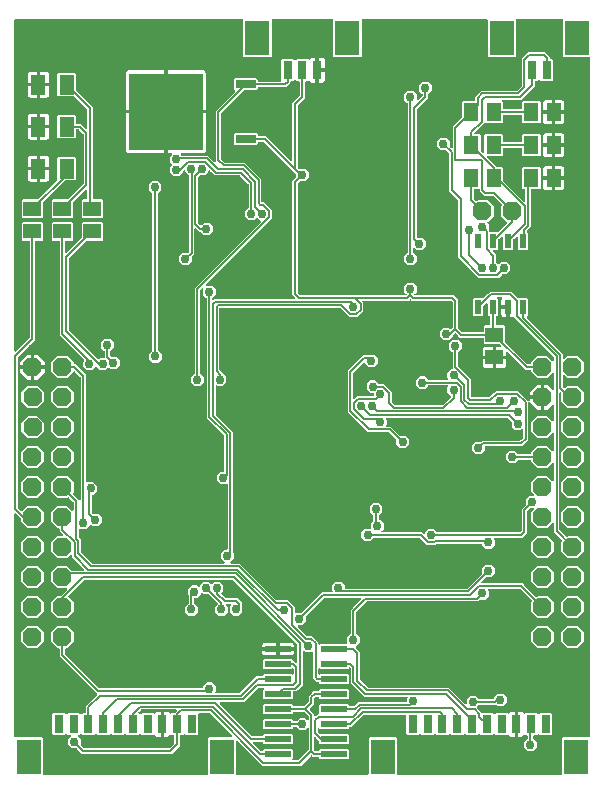
<source format=gbr>
G04 EAGLE Gerber RS-274X export*
G75*
%MOMM*%
%FSLAX34Y34*%
%LPD*%
%INBottom Copper*%
%IPPOS*%
%AMOC8*
5,1,8,0,0,1.08239X$1,22.5*%
G01*
%ADD10R,1.500000X1.300000*%
%ADD11R,1.300000X1.500000*%
%ADD12R,0.800000X1.600000*%
%ADD13R,2.100000X3.000000*%
%ADD14P,1.732040X8X112.500000*%
%ADD15P,1.732040X8X22.500000*%
%ADD16R,0.600000X1.200000*%
%ADD17R,1.701800X0.711200*%
%ADD18R,6.223000X6.553200*%
%ADD19R,1.270000X1.700000*%
%ADD20R,2.184400X0.558800*%
%ADD21C,0.152400*%
%ADD22C,0.756400*%

G36*
X173224Y10164D02*
X173224Y10164D01*
X173243Y10162D01*
X173345Y10184D01*
X173447Y10200D01*
X173464Y10210D01*
X173484Y10214D01*
X173573Y10267D01*
X173664Y10316D01*
X173678Y10330D01*
X173695Y10340D01*
X173762Y10419D01*
X173834Y10494D01*
X173842Y10512D01*
X173855Y10527D01*
X173894Y10623D01*
X173937Y10717D01*
X173939Y10737D01*
X173947Y10755D01*
X173965Y10922D01*
X173965Y41472D01*
X174858Y42365D01*
X193864Y42365D01*
X193934Y42376D01*
X194006Y42378D01*
X194055Y42396D01*
X194106Y42404D01*
X194170Y42438D01*
X194237Y42463D01*
X194278Y42495D01*
X194324Y42520D01*
X194373Y42572D01*
X194429Y42616D01*
X194457Y42660D01*
X194493Y42698D01*
X194523Y42763D01*
X194562Y42823D01*
X194575Y42874D01*
X194597Y42921D01*
X194605Y42992D01*
X194622Y43062D01*
X194618Y43114D01*
X194624Y43165D01*
X194609Y43236D01*
X194603Y43307D01*
X194583Y43355D01*
X194572Y43406D01*
X194535Y43467D01*
X194507Y43533D01*
X194462Y43589D01*
X194445Y43617D01*
X194428Y43632D01*
X194402Y43664D01*
X175562Y62504D01*
X175488Y62557D01*
X175418Y62617D01*
X175388Y62629D01*
X175362Y62648D01*
X175275Y62674D01*
X175190Y62709D01*
X175149Y62713D01*
X175127Y62720D01*
X175095Y62719D01*
X175024Y62727D01*
X166676Y62727D01*
X166656Y62724D01*
X166637Y62726D01*
X166535Y62704D01*
X166433Y62687D01*
X166416Y62678D01*
X166396Y62674D01*
X166307Y62621D01*
X166216Y62572D01*
X166202Y62558D01*
X166185Y62548D01*
X166118Y62469D01*
X166046Y62394D01*
X166038Y62376D01*
X166025Y62361D01*
X165986Y62265D01*
X165943Y62171D01*
X165941Y62151D01*
X165933Y62133D01*
X165915Y61966D01*
X165915Y44708D01*
X165022Y43815D01*
X155758Y43815D01*
X154678Y44895D01*
X154662Y44907D01*
X154650Y44923D01*
X154562Y44979D01*
X154479Y45039D01*
X154460Y45045D01*
X154443Y45056D01*
X154342Y45081D01*
X154243Y45111D01*
X154224Y45111D01*
X154204Y45116D01*
X154101Y45108D01*
X153998Y45105D01*
X153979Y45098D01*
X153959Y45097D01*
X153864Y45056D01*
X153767Y45021D01*
X153751Y45008D01*
X153733Y45000D01*
X153602Y44895D01*
X152522Y43815D01*
X150938Y43815D01*
X150918Y43812D01*
X150899Y43814D01*
X150797Y43792D01*
X150695Y43776D01*
X150678Y43766D01*
X150658Y43762D01*
X150569Y43709D01*
X150478Y43660D01*
X150464Y43646D01*
X150447Y43636D01*
X150380Y43557D01*
X150308Y43482D01*
X150300Y43464D01*
X150287Y43449D01*
X150248Y43353D01*
X150205Y43259D01*
X150203Y43239D01*
X150195Y43221D01*
X150177Y43054D01*
X150177Y35183D01*
X143187Y28193D01*
X67633Y28193D01*
X63256Y32570D01*
X63182Y32623D01*
X63112Y32683D01*
X63082Y32695D01*
X63056Y32714D01*
X62969Y32741D01*
X62884Y32775D01*
X62843Y32779D01*
X62821Y32786D01*
X62789Y32785D01*
X62717Y32793D01*
X58762Y32793D01*
X55653Y35902D01*
X55653Y40298D01*
X57871Y42516D01*
X57913Y42574D01*
X57962Y42626D01*
X57984Y42673D01*
X58014Y42715D01*
X58036Y42784D01*
X58066Y42849D01*
X58071Y42901D01*
X58087Y42951D01*
X58085Y43022D01*
X58093Y43093D01*
X58082Y43144D01*
X58080Y43196D01*
X58056Y43264D01*
X58041Y43334D01*
X58014Y43379D01*
X57996Y43427D01*
X57951Y43483D01*
X57914Y43545D01*
X57875Y43579D01*
X57842Y43619D01*
X57782Y43658D01*
X57727Y43705D01*
X57679Y43724D01*
X57635Y43752D01*
X57566Y43770D01*
X57499Y43797D01*
X57428Y43805D01*
X57397Y43813D01*
X57374Y43811D01*
X57333Y43815D01*
X55758Y43815D01*
X54678Y44895D01*
X54662Y44907D01*
X54650Y44923D01*
X54562Y44979D01*
X54479Y45039D01*
X54460Y45045D01*
X54443Y45056D01*
X54342Y45081D01*
X54243Y45111D01*
X54224Y45111D01*
X54204Y45116D01*
X54101Y45108D01*
X53998Y45105D01*
X53979Y45098D01*
X53959Y45097D01*
X53864Y45056D01*
X53767Y45021D01*
X53751Y45008D01*
X53733Y45000D01*
X53602Y44895D01*
X52522Y43815D01*
X43258Y43815D01*
X42365Y44708D01*
X42365Y61972D01*
X43258Y62865D01*
X52522Y62865D01*
X53602Y61785D01*
X53618Y61773D01*
X53630Y61757D01*
X53718Y61701D01*
X53801Y61641D01*
X53820Y61635D01*
X53837Y61624D01*
X53938Y61599D01*
X54037Y61569D01*
X54056Y61569D01*
X54076Y61564D01*
X54179Y61572D01*
X54282Y61575D01*
X54301Y61582D01*
X54321Y61583D01*
X54416Y61624D01*
X54513Y61659D01*
X54529Y61672D01*
X54547Y61680D01*
X54678Y61785D01*
X55758Y62865D01*
X65022Y62865D01*
X66102Y61785D01*
X66118Y61773D01*
X66130Y61757D01*
X66218Y61701D01*
X66301Y61641D01*
X66320Y61635D01*
X66337Y61624D01*
X66438Y61599D01*
X66537Y61569D01*
X66556Y61569D01*
X66576Y61564D01*
X66679Y61572D01*
X66782Y61575D01*
X66801Y61582D01*
X66821Y61583D01*
X66916Y61624D01*
X67013Y61659D01*
X67029Y61672D01*
X67047Y61680D01*
X67178Y61785D01*
X68258Y62865D01*
X69842Y62865D01*
X69862Y62868D01*
X69881Y62866D01*
X69983Y62888D01*
X70085Y62904D01*
X70102Y62914D01*
X70122Y62918D01*
X70211Y62971D01*
X70302Y63020D01*
X70316Y63034D01*
X70333Y63044D01*
X70400Y63123D01*
X70472Y63198D01*
X70480Y63216D01*
X70493Y63231D01*
X70532Y63327D01*
X70575Y63421D01*
X70577Y63441D01*
X70585Y63459D01*
X70603Y63626D01*
X70603Y68757D01*
X80048Y78202D01*
X80059Y78218D01*
X80075Y78230D01*
X80131Y78318D01*
X80191Y78401D01*
X80197Y78420D01*
X80208Y78437D01*
X80233Y78538D01*
X80264Y78637D01*
X80263Y78656D01*
X80268Y78676D01*
X80260Y78779D01*
X80257Y78882D01*
X80250Y78901D01*
X80249Y78921D01*
X80209Y79016D01*
X80173Y79113D01*
X80160Y79129D01*
X80153Y79147D01*
X80048Y79278D01*
X50076Y109250D01*
X48513Y110813D01*
X48513Y116713D01*
X48510Y116733D01*
X48512Y116752D01*
X48490Y116854D01*
X48474Y116956D01*
X48464Y116973D01*
X48460Y116993D01*
X48407Y117082D01*
X48358Y117173D01*
X48344Y117187D01*
X48334Y117204D01*
X48255Y117271D01*
X48180Y117343D01*
X48162Y117351D01*
X48147Y117364D01*
X48051Y117403D01*
X47957Y117446D01*
X47937Y117448D01*
X47919Y117456D01*
X47752Y117474D01*
X46854Y117474D01*
X41274Y123054D01*
X41274Y130946D01*
X46854Y136526D01*
X54746Y136526D01*
X60326Y130946D01*
X60326Y123054D01*
X54746Y117474D01*
X53848Y117474D01*
X53828Y117471D01*
X53809Y117473D01*
X53707Y117451D01*
X53605Y117435D01*
X53588Y117425D01*
X53568Y117421D01*
X53479Y117368D01*
X53388Y117319D01*
X53374Y117305D01*
X53357Y117295D01*
X53290Y117216D01*
X53218Y117141D01*
X53210Y117123D01*
X53197Y117108D01*
X53158Y117012D01*
X53115Y116918D01*
X53113Y116898D01*
X53105Y116880D01*
X53087Y116713D01*
X53087Y113023D01*
X53101Y112932D01*
X53109Y112842D01*
X53121Y112812D01*
X53126Y112780D01*
X53169Y112699D01*
X53205Y112615D01*
X53231Y112583D01*
X53242Y112562D01*
X53265Y112540D01*
X53310Y112484D01*
X82004Y83790D01*
X82078Y83737D01*
X82148Y83677D01*
X82178Y83665D01*
X82204Y83646D01*
X82291Y83619D01*
X82376Y83585D01*
X82417Y83581D01*
X82439Y83574D01*
X82471Y83575D01*
X82543Y83567D01*
X169192Y83567D01*
X169212Y83570D01*
X169231Y83568D01*
X169333Y83590D01*
X169435Y83606D01*
X169452Y83616D01*
X169472Y83620D01*
X169561Y83673D01*
X169652Y83722D01*
X169666Y83736D01*
X169683Y83746D01*
X169750Y83825D01*
X169822Y83900D01*
X169830Y83918D01*
X169843Y83933D01*
X169882Y84029D01*
X169925Y84123D01*
X169927Y84143D01*
X169935Y84161D01*
X169953Y84328D01*
X169953Y85482D01*
X173062Y88591D01*
X177458Y88591D01*
X180567Y85482D01*
X180567Y81086D01*
X180283Y80802D01*
X180241Y80744D01*
X180192Y80692D01*
X180170Y80645D01*
X180140Y80603D01*
X180118Y80534D01*
X180088Y80469D01*
X180083Y80417D01*
X180067Y80367D01*
X180069Y80296D01*
X180061Y80225D01*
X180072Y80174D01*
X180074Y80122D01*
X180098Y80054D01*
X180113Y79984D01*
X180140Y79939D01*
X180158Y79891D01*
X180203Y79835D01*
X180240Y79773D01*
X180279Y79739D01*
X180312Y79699D01*
X180372Y79660D01*
X180427Y79613D01*
X180475Y79594D01*
X180519Y79566D01*
X180588Y79548D01*
X180655Y79521D01*
X180726Y79513D01*
X180757Y79505D01*
X180780Y79507D01*
X180821Y79503D01*
X200413Y79503D01*
X200504Y79517D01*
X200594Y79525D01*
X200624Y79537D01*
X200656Y79542D01*
X200737Y79585D01*
X200821Y79621D01*
X200853Y79647D01*
X200874Y79658D01*
X200896Y79681D01*
X200952Y79726D01*
X215044Y93818D01*
X220213Y93818D01*
X220233Y93821D01*
X220252Y93819D01*
X220354Y93841D01*
X220456Y93858D01*
X220473Y93867D01*
X220493Y93871D01*
X220582Y93925D01*
X220673Y93973D01*
X220687Y93987D01*
X220704Y93998D01*
X220771Y94076D01*
X220842Y94151D01*
X220851Y94169D01*
X220864Y94185D01*
X220903Y94281D01*
X220946Y94374D01*
X220948Y94394D01*
X220956Y94413D01*
X220974Y94579D01*
X220974Y94957D01*
X221867Y95850D01*
X244974Y95850D01*
X245334Y95491D01*
X245392Y95449D01*
X245444Y95400D01*
X245491Y95378D01*
X245533Y95347D01*
X245602Y95326D01*
X245667Y95296D01*
X245719Y95290D01*
X245769Y95275D01*
X245840Y95277D01*
X245911Y95269D01*
X245962Y95280D01*
X246014Y95281D01*
X246082Y95306D01*
X246152Y95321D01*
X246197Y95348D01*
X246245Y95366D01*
X246301Y95411D01*
X246363Y95447D01*
X246397Y95487D01*
X246437Y95520D01*
X246476Y95580D01*
X246523Y95634D01*
X246542Y95683D01*
X246570Y95726D01*
X246588Y95796D01*
X246615Y95862D01*
X246623Y95934D01*
X246631Y95965D01*
X246629Y95988D01*
X246633Y96029D01*
X246633Y99734D01*
X246622Y99804D01*
X246620Y99876D01*
X246602Y99925D01*
X246594Y99976D01*
X246560Y100040D01*
X246535Y100107D01*
X246503Y100148D01*
X246478Y100194D01*
X246426Y100243D01*
X246382Y100299D01*
X246338Y100327D01*
X246300Y100363D01*
X246235Y100393D01*
X246175Y100432D01*
X246124Y100445D01*
X246077Y100467D01*
X246006Y100475D01*
X245936Y100492D01*
X245884Y100488D01*
X245833Y100494D01*
X245762Y100479D01*
X245691Y100473D01*
X245643Y100453D01*
X245592Y100442D01*
X245531Y100405D01*
X245465Y100377D01*
X245409Y100332D01*
X245381Y100315D01*
X245366Y100298D01*
X245334Y100272D01*
X244974Y99913D01*
X221867Y99913D01*
X220974Y100806D01*
X220974Y107657D01*
X221867Y108550D01*
X244974Y108550D01*
X245868Y107657D01*
X245868Y107279D01*
X245871Y107260D01*
X245869Y107240D01*
X245891Y107139D01*
X245907Y107037D01*
X245917Y107019D01*
X245921Y107000D01*
X245974Y106911D01*
X246022Y106819D01*
X246037Y106806D01*
X246047Y106788D01*
X246126Y106721D01*
X246201Y106650D01*
X246219Y106642D01*
X246234Y106629D01*
X246330Y106590D01*
X246424Y106546D01*
X246444Y106544D01*
X246462Y106537D01*
X246629Y106518D01*
X247236Y106518D01*
X248382Y105372D01*
X248440Y105330D01*
X248492Y105281D01*
X248539Y105259D01*
X248581Y105229D01*
X248650Y105208D01*
X248715Y105177D01*
X248767Y105172D01*
X248817Y105156D01*
X248888Y105158D01*
X248959Y105150D01*
X249010Y105161D01*
X249062Y105163D01*
X249130Y105187D01*
X249200Y105202D01*
X249245Y105229D01*
X249293Y105247D01*
X249349Y105292D01*
X249411Y105329D01*
X249445Y105368D01*
X249485Y105401D01*
X249524Y105461D01*
X249571Y105516D01*
X249590Y105564D01*
X249618Y105608D01*
X249636Y105677D01*
X249663Y105744D01*
X249671Y105815D01*
X249679Y105846D01*
X249677Y105870D01*
X249681Y105910D01*
X249681Y115687D01*
X249686Y115733D01*
X249686Y120914D01*
X249672Y121004D01*
X249665Y121095D01*
X249652Y121125D01*
X249647Y121157D01*
X249604Y121237D01*
X249568Y121321D01*
X249543Y121353D01*
X249532Y121374D01*
X249508Y121396D01*
X249463Y121452D01*
X195625Y175290D01*
X195551Y175343D01*
X195482Y175403D01*
X195452Y175415D01*
X195425Y175434D01*
X195339Y175461D01*
X195254Y175495D01*
X195213Y175499D01*
X195190Y175506D01*
X195158Y175505D01*
X195087Y175513D01*
X69843Y175513D01*
X69752Y175499D01*
X69662Y175491D01*
X69632Y175479D01*
X69600Y175474D01*
X69519Y175431D01*
X69435Y175395D01*
X69403Y175369D01*
X69382Y175358D01*
X69360Y175335D01*
X69304Y175290D01*
X55881Y161867D01*
X55869Y161851D01*
X55854Y161838D01*
X55798Y161751D01*
X55737Y161667D01*
X55732Y161648D01*
X55721Y161632D01*
X55695Y161531D01*
X55665Y161432D01*
X55666Y161412D01*
X55661Y161393D01*
X55669Y161290D01*
X55671Y161186D01*
X55678Y161168D01*
X55680Y161148D01*
X55720Y161053D01*
X55756Y160955D01*
X55768Y160940D01*
X55776Y160921D01*
X55881Y160790D01*
X60326Y156346D01*
X60326Y148454D01*
X54746Y142874D01*
X46854Y142874D01*
X41274Y148454D01*
X41274Y156346D01*
X46854Y161926D01*
X49157Y161926D01*
X49247Y161940D01*
X49338Y161948D01*
X49367Y161960D01*
X49399Y161965D01*
X49480Y162008D01*
X49564Y162044D01*
X49596Y162070D01*
X49617Y162081D01*
X49639Y162104D01*
X49695Y162149D01*
X50076Y162530D01*
X54521Y166975D01*
X54563Y167033D01*
X54612Y167085D01*
X54634Y167132D01*
X54664Y167174D01*
X54685Y167243D01*
X54716Y167308D01*
X54721Y167360D01*
X54737Y167410D01*
X54735Y167481D01*
X54743Y167552D01*
X54732Y167603D01*
X54730Y167655D01*
X54706Y167723D01*
X54691Y167793D01*
X54664Y167838D01*
X54646Y167886D01*
X54601Y167942D01*
X54564Y168004D01*
X54525Y168038D01*
X54492Y168078D01*
X54432Y168117D01*
X54377Y168164D01*
X54329Y168183D01*
X54285Y168211D01*
X54216Y168229D01*
X54149Y168256D01*
X54078Y168264D01*
X54047Y168272D01*
X54023Y168270D01*
X53983Y168274D01*
X46854Y168274D01*
X41274Y173854D01*
X41274Y181746D01*
X46854Y187326D01*
X54746Y187326D01*
X58714Y183358D01*
X58788Y183305D01*
X58857Y183245D01*
X58887Y183233D01*
X58913Y183214D01*
X59000Y183187D01*
X59085Y183153D01*
X59126Y183149D01*
X59149Y183142D01*
X59181Y183143D01*
X59252Y183135D01*
X68334Y183135D01*
X68404Y183146D01*
X68476Y183148D01*
X68525Y183166D01*
X68576Y183174D01*
X68640Y183208D01*
X68707Y183233D01*
X68748Y183265D01*
X68794Y183290D01*
X68843Y183341D01*
X68899Y183386D01*
X68927Y183430D01*
X68963Y183468D01*
X68993Y183533D01*
X69032Y183593D01*
X69045Y183644D01*
X69067Y183691D01*
X69075Y183762D01*
X69092Y183832D01*
X69088Y183884D01*
X69094Y183935D01*
X69079Y184006D01*
X69073Y184077D01*
X69053Y184125D01*
X69042Y184176D01*
X69005Y184237D01*
X68977Y184303D01*
X68932Y184359D01*
X68915Y184387D01*
X68898Y184402D01*
X68872Y184434D01*
X60363Y192943D01*
X58800Y194506D01*
X58800Y195891D01*
X58789Y195962D01*
X58787Y196033D01*
X58769Y196082D01*
X58761Y196134D01*
X58727Y196197D01*
X58702Y196264D01*
X58670Y196305D01*
X58645Y196351D01*
X58593Y196401D01*
X58549Y196457D01*
X58505Y196485D01*
X58467Y196521D01*
X58402Y196551D01*
X58342Y196590D01*
X58291Y196602D01*
X58244Y196624D01*
X58173Y196632D01*
X58103Y196650D01*
X58051Y196646D01*
X58000Y196651D01*
X57929Y196636D01*
X57858Y196630D01*
X57810Y196610D01*
X57759Y196599D01*
X57698Y196562D01*
X57632Y196534D01*
X57576Y196489D01*
X57548Y196473D01*
X57533Y196455D01*
X57501Y196429D01*
X54746Y193674D01*
X46854Y193674D01*
X41274Y199254D01*
X41274Y207146D01*
X46854Y212726D01*
X50751Y212726D01*
X50821Y212737D01*
X50893Y212739D01*
X50942Y212757D01*
X50993Y212765D01*
X51057Y212799D01*
X51124Y212824D01*
X51165Y212856D01*
X51211Y212881D01*
X51260Y212932D01*
X51316Y212977D01*
X51344Y213021D01*
X51380Y213059D01*
X51410Y213124D01*
X51449Y213184D01*
X51462Y213235D01*
X51484Y213282D01*
X51492Y213353D01*
X51509Y213423D01*
X51505Y213475D01*
X51511Y213526D01*
X51496Y213597D01*
X51490Y213668D01*
X51470Y213716D01*
X51459Y213767D01*
X51422Y213828D01*
X51394Y213894D01*
X51349Y213950D01*
X51332Y213978D01*
X51315Y213993D01*
X51289Y214025D01*
X50076Y215238D01*
X48513Y216801D01*
X48513Y218313D01*
X48510Y218333D01*
X48512Y218352D01*
X48490Y218454D01*
X48474Y218556D01*
X48464Y218573D01*
X48460Y218593D01*
X48407Y218682D01*
X48358Y218773D01*
X48344Y218787D01*
X48334Y218804D01*
X48255Y218871D01*
X48180Y218943D01*
X48162Y218951D01*
X48147Y218964D01*
X48051Y219003D01*
X47957Y219046D01*
X47937Y219048D01*
X47919Y219056D01*
X47752Y219074D01*
X46854Y219074D01*
X41274Y224654D01*
X41274Y232546D01*
X46854Y238126D01*
X54746Y238126D01*
X58926Y233946D01*
X58984Y233904D01*
X59036Y233854D01*
X59083Y233833D01*
X59125Y233802D01*
X59194Y233781D01*
X59259Y233751D01*
X59311Y233745D01*
X59361Y233730D01*
X59432Y233732D01*
X59503Y233724D01*
X59554Y233735D01*
X59606Y233736D01*
X59674Y233761D01*
X59744Y233776D01*
X59789Y233803D01*
X59837Y233821D01*
X59893Y233865D01*
X59955Y233902D01*
X59989Y233942D01*
X60029Y233974D01*
X60068Y234035D01*
X60115Y234089D01*
X60134Y234137D01*
X60162Y234181D01*
X60180Y234251D01*
X60207Y234317D01*
X60215Y234389D01*
X60223Y234420D01*
X60221Y234443D01*
X60225Y234484D01*
X60225Y241025D01*
X60211Y241116D01*
X60203Y241206D01*
X60191Y241236D01*
X60186Y241268D01*
X60143Y241349D01*
X60107Y241433D01*
X60081Y241465D01*
X60070Y241486D01*
X60047Y241508D01*
X60002Y241564D01*
X56457Y245109D01*
X56441Y245121D01*
X56428Y245136D01*
X56341Y245192D01*
X56257Y245253D01*
X56238Y245258D01*
X56221Y245269D01*
X56121Y245295D01*
X56022Y245325D01*
X56002Y245324D01*
X55983Y245329D01*
X55880Y245321D01*
X55776Y245319D01*
X55758Y245312D01*
X55738Y245310D01*
X55643Y245270D01*
X55545Y245234D01*
X55530Y245222D01*
X55511Y245214D01*
X55380Y245109D01*
X54746Y244474D01*
X46854Y244474D01*
X41274Y250054D01*
X41274Y257946D01*
X46854Y263526D01*
X54746Y263526D01*
X60326Y257946D01*
X60326Y250054D01*
X59691Y249420D01*
X59679Y249403D01*
X59664Y249391D01*
X59608Y249304D01*
X59547Y249220D01*
X59542Y249201D01*
X59531Y249184D01*
X59505Y249084D01*
X59475Y248985D01*
X59476Y248965D01*
X59471Y248945D01*
X59479Y248843D01*
X59481Y248739D01*
X59488Y248720D01*
X59490Y248700D01*
X59530Y248605D01*
X59566Y248508D01*
X59578Y248492D01*
X59586Y248474D01*
X59691Y248343D01*
X63236Y244798D01*
X64994Y243040D01*
X65052Y242998D01*
X65104Y242949D01*
X65151Y242927D01*
X65193Y242897D01*
X65262Y242876D01*
X65327Y242845D01*
X65379Y242840D01*
X65429Y242824D01*
X65500Y242826D01*
X65571Y242818D01*
X65622Y242829D01*
X65674Y242831D01*
X65742Y242855D01*
X65812Y242870D01*
X65857Y242897D01*
X65905Y242915D01*
X65961Y242960D01*
X66023Y242997D01*
X66057Y243036D01*
X66097Y243069D01*
X66136Y243129D01*
X66183Y243184D01*
X66202Y243232D01*
X66230Y243276D01*
X66248Y243345D01*
X66275Y243412D01*
X66283Y243483D01*
X66291Y243514D01*
X66289Y243538D01*
X66293Y243578D01*
X66293Y346717D01*
X66279Y346808D01*
X66271Y346898D01*
X66259Y346928D01*
X66254Y346960D01*
X66211Y347041D01*
X66175Y347125D01*
X66149Y347157D01*
X66138Y347178D01*
X66115Y347200D01*
X66070Y347256D01*
X61537Y351789D01*
X61521Y351801D01*
X61508Y351816D01*
X61421Y351872D01*
X61337Y351933D01*
X61318Y351938D01*
X61301Y351949D01*
X61201Y351975D01*
X61102Y352005D01*
X61082Y352004D01*
X61063Y352009D01*
X60960Y352001D01*
X60856Y351999D01*
X60838Y351992D01*
X60818Y351990D01*
X60723Y351950D01*
X60625Y351914D01*
X60610Y351902D01*
X60591Y351894D01*
X60460Y351789D01*
X54746Y346074D01*
X46854Y346074D01*
X41274Y351654D01*
X41274Y359546D01*
X46854Y365126D01*
X54746Y365126D01*
X60326Y359546D01*
X60326Y358648D01*
X60329Y358628D01*
X60327Y358609D01*
X60349Y358507D01*
X60365Y358405D01*
X60375Y358388D01*
X60379Y358368D01*
X60432Y358279D01*
X60481Y358188D01*
X60495Y358174D01*
X60505Y358157D01*
X60584Y358090D01*
X60659Y358018D01*
X60677Y358010D01*
X60692Y357997D01*
X60788Y357958D01*
X60882Y357915D01*
X60902Y357913D01*
X60920Y357905D01*
X61087Y357887D01*
X61907Y357887D01*
X70867Y348927D01*
X70867Y258573D01*
X70878Y258503D01*
X70880Y258431D01*
X70898Y258382D01*
X70906Y258331D01*
X70940Y258267D01*
X70965Y258200D01*
X70997Y258159D01*
X71022Y258113D01*
X71074Y258064D01*
X71118Y258008D01*
X71162Y257980D01*
X71200Y257944D01*
X71265Y257914D01*
X71325Y257875D01*
X71376Y257862D01*
X71423Y257840D01*
X71494Y257832D01*
X71564Y257815D01*
X71616Y257819D01*
X71667Y257813D01*
X71738Y257828D01*
X71809Y257834D01*
X71857Y257854D01*
X71908Y257865D01*
X71969Y257902D01*
X72035Y257930D01*
X72091Y257975D01*
X72119Y257992D01*
X72134Y258009D01*
X72166Y258035D01*
X72450Y258319D01*
X76846Y258319D01*
X79955Y255210D01*
X79955Y250814D01*
X76846Y247705D01*
X76708Y247705D01*
X76688Y247702D01*
X76669Y247704D01*
X76567Y247682D01*
X76465Y247666D01*
X76448Y247656D01*
X76428Y247652D01*
X76339Y247599D01*
X76248Y247550D01*
X76234Y247536D01*
X76217Y247526D01*
X76150Y247447D01*
X76078Y247372D01*
X76070Y247354D01*
X76057Y247339D01*
X76018Y247243D01*
X75975Y247149D01*
X75973Y247129D01*
X75965Y247111D01*
X75947Y246944D01*
X75947Y232403D01*
X75961Y232312D01*
X75969Y232222D01*
X75981Y232192D01*
X75986Y232160D01*
X76029Y232079D01*
X76065Y231995D01*
X76091Y231963D01*
X76102Y231942D01*
X76125Y231920D01*
X76170Y231864D01*
X76444Y231590D01*
X76518Y231537D01*
X76588Y231477D01*
X76618Y231465D01*
X76644Y231446D01*
X76731Y231419D01*
X76816Y231385D01*
X76857Y231381D01*
X76879Y231374D01*
X76911Y231375D01*
X76983Y231367D01*
X80938Y231367D01*
X84047Y228258D01*
X84047Y223862D01*
X80938Y220753D01*
X76542Y220753D01*
X75186Y222109D01*
X75128Y222151D01*
X75076Y222200D01*
X75029Y222222D01*
X74987Y222252D01*
X74918Y222274D01*
X74853Y222304D01*
X74801Y222309D01*
X74751Y222325D01*
X74680Y222323D01*
X74609Y222331D01*
X74558Y222320D01*
X74506Y222318D01*
X74438Y222294D01*
X74368Y222279D01*
X74323Y222252D01*
X74275Y222234D01*
X74219Y222189D01*
X74157Y222152D01*
X74123Y222113D01*
X74083Y222080D01*
X74044Y222020D01*
X73997Y221965D01*
X73978Y221917D01*
X73950Y221873D01*
X73932Y221804D01*
X73905Y221737D01*
X73897Y221666D01*
X73889Y221635D01*
X73891Y221612D01*
X73887Y221571D01*
X73887Y221322D01*
X70778Y218213D01*
X66382Y218213D01*
X66098Y218497D01*
X66040Y218539D01*
X65988Y218588D01*
X65941Y218610D01*
X65899Y218640D01*
X65830Y218662D01*
X65765Y218692D01*
X65713Y218697D01*
X65663Y218713D01*
X65592Y218711D01*
X65521Y218719D01*
X65470Y218708D01*
X65418Y218706D01*
X65350Y218682D01*
X65280Y218667D01*
X65235Y218640D01*
X65187Y218622D01*
X65131Y218577D01*
X65069Y218540D01*
X65035Y218501D01*
X64995Y218468D01*
X64956Y218408D01*
X64909Y218353D01*
X64890Y218305D01*
X64862Y218261D01*
X64844Y218192D01*
X64817Y218125D01*
X64809Y218054D01*
X64801Y218023D01*
X64803Y218000D01*
X64799Y217959D01*
X64799Y211609D01*
X64813Y211519D01*
X64821Y211428D01*
X64833Y211398D01*
X64838Y211366D01*
X64881Y211286D01*
X64917Y211202D01*
X64943Y211170D01*
X64954Y211149D01*
X64977Y211127D01*
X65022Y211071D01*
X66422Y209671D01*
X66422Y199383D01*
X66436Y199292D01*
X66444Y199202D01*
X66456Y199172D01*
X66461Y199140D01*
X66504Y199059D01*
X66540Y198975D01*
X66566Y198943D01*
X66577Y198922D01*
X66600Y198900D01*
X66645Y198844D01*
X76035Y189454D01*
X76109Y189401D01*
X76179Y189341D01*
X76209Y189329D01*
X76235Y189310D01*
X76322Y189283D01*
X76407Y189249D01*
X76448Y189245D01*
X76470Y189238D01*
X76502Y189239D01*
X76574Y189231D01*
X187507Y189231D01*
X187577Y189242D01*
X187649Y189244D01*
X187698Y189262D01*
X187749Y189270D01*
X187813Y189304D01*
X187880Y189329D01*
X187921Y189361D01*
X187967Y189386D01*
X188016Y189438D01*
X188072Y189482D01*
X188100Y189526D01*
X188136Y189564D01*
X188166Y189629D01*
X188205Y189689D01*
X188218Y189740D01*
X188240Y189787D01*
X188248Y189858D01*
X188265Y189928D01*
X188261Y189980D01*
X188267Y190031D01*
X188252Y190102D01*
X188246Y190173D01*
X188226Y190221D01*
X188215Y190272D01*
X188178Y190333D01*
X188150Y190399D01*
X188105Y190455D01*
X188088Y190483D01*
X188071Y190498D01*
X188045Y190530D01*
X185193Y193382D01*
X185193Y197778D01*
X188302Y200887D01*
X189926Y200887D01*
X189946Y200890D01*
X189965Y200888D01*
X190067Y200910D01*
X190169Y200926D01*
X190186Y200936D01*
X190206Y200940D01*
X190295Y200993D01*
X190386Y201042D01*
X190400Y201056D01*
X190417Y201066D01*
X190484Y201145D01*
X190555Y201220D01*
X190564Y201238D01*
X190577Y201253D01*
X190616Y201349D01*
X190659Y201443D01*
X190661Y201463D01*
X190669Y201481D01*
X190687Y201648D01*
X190687Y256059D01*
X190685Y256073D01*
X190686Y256084D01*
X190676Y256133D01*
X190674Y256201D01*
X190656Y256250D01*
X190647Y256301D01*
X190614Y256365D01*
X190589Y256432D01*
X190557Y256473D01*
X190532Y256519D01*
X190480Y256568D01*
X190436Y256624D01*
X190392Y256652D01*
X190354Y256688D01*
X190289Y256718D01*
X190229Y256757D01*
X190178Y256770D01*
X190131Y256792D01*
X190060Y256800D01*
X189990Y256817D01*
X189938Y256813D01*
X189887Y256819D01*
X189816Y256804D01*
X189745Y256798D01*
X189697Y256778D01*
X189646Y256767D01*
X189585Y256730D01*
X189519Y256702D01*
X189463Y256657D01*
X189460Y256655D01*
X189452Y256651D01*
X189451Y256650D01*
X189435Y256640D01*
X189420Y256623D01*
X189388Y256597D01*
X189104Y256313D01*
X184708Y256313D01*
X181599Y259422D01*
X181599Y263818D01*
X184708Y266927D01*
X186787Y266927D01*
X186806Y266930D01*
X186826Y266928D01*
X186927Y266950D01*
X187029Y266966D01*
X187047Y266976D01*
X187066Y266980D01*
X187155Y267033D01*
X187247Y267082D01*
X187260Y267096D01*
X187277Y267106D01*
X187345Y267185D01*
X187416Y267260D01*
X187424Y267278D01*
X187437Y267293D01*
X187476Y267389D01*
X187520Y267483D01*
X187522Y267503D01*
X187529Y267521D01*
X187548Y267688D01*
X187548Y297345D01*
X187533Y297435D01*
X187526Y297526D01*
X187513Y297556D01*
X187508Y297588D01*
X187465Y297668D01*
X187430Y297752D01*
X187404Y297784D01*
X187393Y297805D01*
X187370Y297827D01*
X187325Y297883D01*
X172973Y312235D01*
X172973Y413567D01*
X172959Y413657D01*
X172951Y413748D01*
X172939Y413777D01*
X172934Y413809D01*
X172891Y413890D01*
X172855Y413974D01*
X172829Y414006D01*
X172818Y414027D01*
X172795Y414049D01*
X172750Y414105D01*
X169953Y416902D01*
X169953Y421532D01*
X169942Y421603D01*
X169940Y421674D01*
X169922Y421723D01*
X169914Y421775D01*
X169880Y421838D01*
X169855Y421905D01*
X169823Y421946D01*
X169798Y421992D01*
X169746Y422042D01*
X169702Y422098D01*
X169658Y422126D01*
X169620Y422162D01*
X169555Y422192D01*
X169495Y422231D01*
X169444Y422243D01*
X169397Y422265D01*
X169326Y422273D01*
X169256Y422291D01*
X169204Y422287D01*
X169153Y422292D01*
X169082Y422277D01*
X169011Y422271D01*
X168963Y422251D01*
X168912Y422240D01*
X168851Y422203D01*
X168785Y422175D01*
X168729Y422130D01*
X168701Y422114D01*
X168686Y422096D01*
X168654Y422070D01*
X167610Y421026D01*
X167557Y420952D01*
X167497Y420883D01*
X167485Y420853D01*
X167466Y420827D01*
X167439Y420739D01*
X167417Y420685D01*
X167415Y420679D01*
X167415Y420678D01*
X167405Y420655D01*
X167401Y420614D01*
X167394Y420591D01*
X167395Y420559D01*
X167387Y420488D01*
X167387Y350493D01*
X167401Y350403D01*
X167409Y350312D01*
X167421Y350283D01*
X167426Y350251D01*
X167469Y350170D01*
X167505Y350086D01*
X167531Y350054D01*
X167542Y350033D01*
X167565Y350011D01*
X167610Y349955D01*
X170407Y347158D01*
X170407Y342762D01*
X167298Y339653D01*
X162902Y339653D01*
X159793Y342762D01*
X159793Y347158D01*
X162590Y349955D01*
X162643Y350029D01*
X162703Y350099D01*
X162715Y350129D01*
X162734Y350155D01*
X162761Y350242D01*
X162795Y350327D01*
X162799Y350368D01*
X162806Y350390D01*
X162805Y350422D01*
X162813Y350493D01*
X162813Y422698D01*
X218649Y478534D01*
X218691Y478592D01*
X218741Y478644D01*
X218763Y478691D01*
X218793Y478733D01*
X218814Y478802D01*
X218844Y478867D01*
X218850Y478919D01*
X218865Y478969D01*
X218863Y479040D01*
X218871Y479111D01*
X218860Y479162D01*
X218859Y479214D01*
X218834Y479282D01*
X218819Y479352D01*
X218792Y479397D01*
X218774Y479445D01*
X218730Y479501D01*
X218693Y479563D01*
X218653Y479597D01*
X218621Y479637D01*
X218560Y479676D01*
X218506Y479723D01*
X218458Y479742D01*
X218414Y479770D01*
X218344Y479788D01*
X218278Y479815D01*
X218206Y479823D01*
X218175Y479831D01*
X218152Y479829D01*
X218111Y479833D01*
X217710Y479833D01*
X215902Y481641D01*
X215886Y481652D01*
X215874Y481668D01*
X215786Y481724D01*
X215703Y481784D01*
X215684Y481790D01*
X215667Y481801D01*
X215566Y481826D01*
X215467Y481857D01*
X215448Y481856D01*
X215428Y481861D01*
X215325Y481853D01*
X215222Y481850D01*
X215203Y481844D01*
X215183Y481842D01*
X215088Y481802D01*
X214991Y481766D01*
X214975Y481753D01*
X214957Y481746D01*
X214826Y481641D01*
X213018Y479833D01*
X208622Y479833D01*
X205513Y482942D01*
X205513Y487338D01*
X208310Y490135D01*
X208363Y490209D01*
X208423Y490279D01*
X208435Y490309D01*
X208454Y490335D01*
X208481Y490422D01*
X208515Y490507D01*
X208519Y490548D01*
X208526Y490570D01*
X208525Y490602D01*
X208533Y490673D01*
X208533Y510199D01*
X208519Y510289D01*
X208511Y510380D01*
X208499Y510410D01*
X208494Y510442D01*
X208451Y510523D01*
X208415Y510607D01*
X208389Y510639D01*
X208378Y510659D01*
X208355Y510682D01*
X208310Y510738D01*
X201366Y517682D01*
X201292Y517735D01*
X201222Y517795D01*
X201192Y517807D01*
X201166Y517826D01*
X201079Y517853D01*
X200994Y517887D01*
X200953Y517891D01*
X200931Y517898D01*
X200899Y517897D01*
X200827Y517905D01*
X179901Y517905D01*
X177076Y520730D01*
X177002Y520783D01*
X176932Y520843D01*
X176902Y520855D01*
X176876Y520874D01*
X176798Y520898D01*
X175714Y521981D01*
X175656Y522023D01*
X175604Y522073D01*
X175557Y522094D01*
X175515Y522125D01*
X175446Y522146D01*
X175381Y522176D01*
X175329Y522182D01*
X175279Y522197D01*
X175208Y522195D01*
X175137Y522203D01*
X175086Y522192D01*
X175034Y522191D01*
X174966Y522166D01*
X174896Y522151D01*
X174851Y522124D01*
X174803Y522106D01*
X174747Y522062D01*
X174685Y522025D01*
X174651Y521985D01*
X174611Y521953D01*
X174572Y521892D01*
X174525Y521838D01*
X174506Y521790D01*
X174478Y521746D01*
X174460Y521676D01*
X174433Y521610D01*
X174425Y521538D01*
X174417Y521507D01*
X174419Y521484D01*
X174415Y521443D01*
X174415Y521042D01*
X171306Y517933D01*
X167351Y517933D01*
X167260Y517919D01*
X167170Y517911D01*
X167140Y517899D01*
X167108Y517894D01*
X167027Y517851D01*
X166943Y517815D01*
X166911Y517789D01*
X166890Y517778D01*
X166874Y517761D01*
X166872Y517760D01*
X166864Y517752D01*
X166812Y517710D01*
X165832Y516730D01*
X165779Y516656D01*
X165719Y516586D01*
X165707Y516556D01*
X165688Y516530D01*
X165661Y516443D01*
X165627Y516358D01*
X165623Y516317D01*
X165616Y516295D01*
X165617Y516263D01*
X165609Y516191D01*
X165609Y478021D01*
X165623Y477930D01*
X165631Y477840D01*
X165643Y477810D01*
X165648Y477778D01*
X165691Y477697D01*
X165727Y477613D01*
X165753Y477581D01*
X165764Y477560D01*
X165787Y477538D01*
X165832Y477482D01*
X167506Y475808D01*
X167522Y475796D01*
X167535Y475780D01*
X167622Y475724D01*
X167706Y475664D01*
X167725Y475658D01*
X167742Y475647D01*
X167842Y475622D01*
X167941Y475592D01*
X167961Y475592D01*
X167980Y475587D01*
X168083Y475595D01*
X168187Y475598D01*
X168206Y475605D01*
X168226Y475607D01*
X168320Y475647D01*
X168418Y475683D01*
X168434Y475695D01*
X168452Y475703D01*
X168583Y475808D01*
X170522Y477747D01*
X174918Y477747D01*
X178027Y474638D01*
X178027Y470242D01*
X174918Y467133D01*
X170522Y467133D01*
X167725Y469930D01*
X167651Y469983D01*
X167581Y470043D01*
X167551Y470055D01*
X167525Y470074D01*
X167438Y470101D01*
X167353Y470135D01*
X167312Y470139D01*
X167290Y470146D01*
X167258Y470145D01*
X167187Y470153D01*
X166693Y470153D01*
X163860Y472986D01*
X163802Y473028D01*
X163750Y473077D01*
X163703Y473099D01*
X163661Y473129D01*
X163592Y473150D01*
X163527Y473181D01*
X163475Y473186D01*
X163425Y473202D01*
X163354Y473200D01*
X163283Y473208D01*
X163232Y473197D01*
X163180Y473195D01*
X163112Y473171D01*
X163042Y473156D01*
X162997Y473129D01*
X162949Y473111D01*
X162893Y473066D01*
X162831Y473029D01*
X162797Y472990D01*
X162757Y472957D01*
X162718Y472897D01*
X162671Y472842D01*
X162652Y472794D01*
X162624Y472750D01*
X162606Y472681D01*
X162579Y472614D01*
X162571Y472543D01*
X162563Y472512D01*
X162565Y472488D01*
X162561Y472448D01*
X162561Y451427D01*
X160470Y449336D01*
X160417Y449262D01*
X160357Y449192D01*
X160345Y449162D01*
X160326Y449136D01*
X160299Y449049D01*
X160265Y448964D01*
X160261Y448923D01*
X160254Y448901D01*
X160255Y448869D01*
X160247Y448797D01*
X160247Y444842D01*
X157138Y441733D01*
X152742Y441733D01*
X149633Y444842D01*
X149633Y449238D01*
X152742Y452347D01*
X156697Y452347D01*
X156788Y452361D01*
X156878Y452369D01*
X156908Y452381D01*
X156940Y452386D01*
X157021Y452429D01*
X157105Y452465D01*
X157137Y452491D01*
X157158Y452502D01*
X157180Y452525D01*
X157236Y452570D01*
X157764Y453098D01*
X157817Y453172D01*
X157877Y453242D01*
X157889Y453272D01*
X157908Y453298D01*
X157935Y453385D01*
X157969Y453470D01*
X157973Y453511D01*
X157980Y453533D01*
X157979Y453565D01*
X157987Y453637D01*
X157987Y517453D01*
X157973Y517543D01*
X157965Y517634D01*
X157953Y517663D01*
X157948Y517695D01*
X157905Y517776D01*
X157869Y517860D01*
X157843Y517892D01*
X157832Y517913D01*
X157809Y517935D01*
X157764Y517991D01*
X154713Y521042D01*
X154713Y521443D01*
X154702Y521514D01*
X154700Y521585D01*
X154682Y521634D01*
X154674Y521686D01*
X154640Y521749D01*
X154615Y521817D01*
X154583Y521857D01*
X154558Y521903D01*
X154506Y521953D01*
X154462Y522009D01*
X154418Y522037D01*
X154380Y522073D01*
X154315Y522103D01*
X154255Y522142D01*
X154204Y522154D01*
X154157Y522176D01*
X154086Y522184D01*
X154016Y522202D01*
X153964Y522198D01*
X153913Y522203D01*
X153842Y522188D01*
X153771Y522182D01*
X153723Y522162D01*
X153672Y522151D01*
X153611Y522114D01*
X153545Y522086D01*
X153489Y522041D01*
X153461Y522025D01*
X153446Y522007D01*
X153414Y521981D01*
X152850Y521417D01*
X152796Y521343D01*
X152737Y521274D01*
X152725Y521244D01*
X152706Y521218D01*
X152679Y521130D01*
X152645Y521046D01*
X152641Y521005D01*
X152634Y520982D01*
X152635Y520950D01*
X152627Y520879D01*
X152627Y520150D01*
X149518Y517041D01*
X145122Y517041D01*
X142013Y520150D01*
X142013Y524546D01*
X143821Y526354D01*
X143832Y526370D01*
X143848Y526382D01*
X143904Y526470D01*
X143964Y526553D01*
X143970Y526572D01*
X143981Y526589D01*
X144006Y526690D01*
X144037Y526789D01*
X144036Y526808D01*
X144041Y526828D01*
X144033Y526931D01*
X144030Y527034D01*
X144024Y527053D01*
X144022Y527073D01*
X143982Y527168D01*
X143946Y527265D01*
X143933Y527281D01*
X143926Y527299D01*
X143821Y527430D01*
X142013Y529238D01*
X142013Y533634D01*
X143644Y535265D01*
X143686Y535323D01*
X143735Y535375D01*
X143757Y535422D01*
X143787Y535464D01*
X143808Y535533D01*
X143839Y535598D01*
X143844Y535650D01*
X143860Y535699D01*
X143858Y535771D01*
X143866Y535842D01*
X143855Y535893D01*
X143853Y535945D01*
X143829Y536013D01*
X143813Y536083D01*
X143787Y536127D01*
X143769Y536176D01*
X143724Y536232D01*
X143687Y536294D01*
X143648Y536328D01*
X143615Y536368D01*
X143555Y536407D01*
X143500Y536454D01*
X143452Y536473D01*
X143408Y536501D01*
X143339Y536519D01*
X143272Y536546D01*
X143201Y536554D01*
X143170Y536561D01*
X143146Y536560D01*
X143105Y536564D01*
X139925Y536564D01*
X139925Y570348D01*
X172058Y570348D01*
X172058Y538770D01*
X171885Y538124D01*
X171550Y537545D01*
X171077Y537072D01*
X170498Y536737D01*
X169852Y536564D01*
X151535Y536564D01*
X151464Y536553D01*
X151392Y536551D01*
X151343Y536533D01*
X151292Y536524D01*
X151228Y536491D01*
X151161Y536466D01*
X151120Y536434D01*
X151074Y536409D01*
X151025Y536357D01*
X150969Y536312D01*
X150941Y536269D01*
X150905Y536231D01*
X150875Y536166D01*
X150836Y536106D01*
X150823Y536055D01*
X150801Y536008D01*
X150794Y535937D01*
X150776Y535867D01*
X150780Y535815D01*
X150774Y535763D01*
X150790Y535693D01*
X150795Y535622D01*
X150816Y535574D01*
X150827Y535523D01*
X150863Y535461D01*
X150891Y535396D01*
X150936Y535340D01*
X150953Y535312D01*
X150971Y535297D01*
X150996Y535265D01*
X151395Y534866D01*
X151469Y534812D01*
X151539Y534753D01*
X151569Y534741D01*
X151595Y534722D01*
X151682Y534695D01*
X151767Y534661D01*
X151808Y534657D01*
X151830Y534650D01*
X151862Y534651D01*
X151933Y534643D01*
X173942Y534643D01*
X179294Y529291D01*
X179352Y529249D01*
X179404Y529200D01*
X179451Y529178D01*
X179493Y529147D01*
X179562Y529126D01*
X179627Y529096D01*
X179679Y529090D01*
X179729Y529075D01*
X179800Y529077D01*
X179871Y529069D01*
X179922Y529080D01*
X179974Y529081D01*
X180042Y529106D01*
X180112Y529121D01*
X180157Y529148D01*
X180205Y529166D01*
X180261Y529211D01*
X180323Y529247D01*
X180357Y529287D01*
X180397Y529319D01*
X180436Y529380D01*
X180483Y529434D01*
X180502Y529482D01*
X180530Y529526D01*
X180548Y529596D01*
X180575Y529662D01*
X180583Y529734D01*
X180591Y529765D01*
X180589Y529788D01*
X180593Y529829D01*
X180593Y572732D01*
X182156Y574294D01*
X196700Y588839D01*
X196712Y588855D01*
X196727Y588867D01*
X196784Y588955D01*
X196844Y589039D01*
X196850Y589058D01*
X196860Y589074D01*
X196886Y589175D01*
X196916Y589274D01*
X196916Y589294D01*
X196920Y589313D01*
X196912Y589416D01*
X196910Y589520D01*
X196903Y589538D01*
X196901Y589558D01*
X196861Y589653D01*
X196825Y589751D01*
X196813Y589766D01*
X196805Y589784D01*
X196700Y589915D01*
X195932Y590683D01*
X195932Y599058D01*
X196825Y599952D01*
X215107Y599952D01*
X216000Y599058D01*
X216000Y597919D01*
X216003Y597899D01*
X216001Y597879D01*
X216023Y597778D01*
X216040Y597676D01*
X216049Y597659D01*
X216053Y597639D01*
X216106Y597550D01*
X216155Y597459D01*
X216169Y597445D01*
X216179Y597428D01*
X216258Y597361D01*
X216333Y597289D01*
X216351Y597281D01*
X216366Y597268D01*
X216462Y597229D01*
X216556Y597186D01*
X216576Y597184D01*
X216594Y597176D01*
X216761Y597158D01*
X235408Y597158D01*
X235479Y597169D01*
X235551Y597171D01*
X235600Y597189D01*
X235651Y597197D01*
X235714Y597231D01*
X235782Y597255D01*
X235823Y597288D01*
X235868Y597312D01*
X235918Y597364D01*
X235974Y597409D01*
X236002Y597453D01*
X236038Y597491D01*
X236068Y597556D01*
X236107Y597616D01*
X236120Y597667D01*
X236141Y597714D01*
X236149Y597785D01*
X236167Y597855D01*
X236163Y597907D01*
X236169Y597958D01*
X236153Y598028D01*
X236148Y598100D01*
X236127Y598148D01*
X236116Y598199D01*
X236079Y598260D01*
X236051Y598326D01*
X236007Y598382D01*
X235990Y598410D01*
X235975Y598422D01*
X235975Y615692D01*
X236868Y616585D01*
X246132Y616585D01*
X247212Y615505D01*
X247228Y615493D01*
X247240Y615477D01*
X247328Y615421D01*
X247411Y615361D01*
X247430Y615355D01*
X247447Y615344D01*
X247548Y615319D01*
X247647Y615289D01*
X247666Y615289D01*
X247686Y615284D01*
X247789Y615292D01*
X247892Y615295D01*
X247911Y615302D01*
X247931Y615303D01*
X248026Y615344D01*
X248123Y615379D01*
X248139Y615392D01*
X248157Y615400D01*
X248288Y615505D01*
X249368Y616585D01*
X258632Y616585D01*
X259081Y616136D01*
X259177Y616066D01*
X259273Y615996D01*
X259277Y615994D01*
X259280Y615992D01*
X259393Y615957D01*
X259507Y615921D01*
X259512Y615921D01*
X259516Y615920D01*
X259634Y615923D01*
X259753Y615925D01*
X259757Y615926D01*
X259761Y615926D01*
X259873Y615967D01*
X259985Y616006D01*
X259989Y616009D01*
X259992Y616010D01*
X260085Y616085D01*
X260179Y616158D01*
X260182Y616162D01*
X260184Y616164D01*
X260192Y616176D01*
X260278Y616293D01*
X260467Y616620D01*
X260940Y617093D01*
X261519Y617428D01*
X262166Y617601D01*
X264977Y617601D01*
X264977Y607822D01*
X264980Y607802D01*
X264978Y607783D01*
X265000Y607681D01*
X265017Y607579D01*
X265026Y607562D01*
X265030Y607542D01*
X265083Y607453D01*
X265132Y607362D01*
X265146Y607348D01*
X265156Y607331D01*
X265235Y607264D01*
X265310Y607193D01*
X265328Y607184D01*
X265343Y607171D01*
X265439Y607132D01*
X265533Y607089D01*
X265553Y607087D01*
X265571Y607079D01*
X265738Y607061D01*
X266501Y607061D01*
X266501Y607059D01*
X265738Y607059D01*
X265718Y607056D01*
X265699Y607058D01*
X265597Y607036D01*
X265495Y607019D01*
X265478Y607010D01*
X265458Y607006D01*
X265369Y606953D01*
X265278Y606904D01*
X265264Y606890D01*
X265247Y606880D01*
X265180Y606801D01*
X265109Y606726D01*
X265100Y606708D01*
X265087Y606693D01*
X265048Y606597D01*
X265005Y606503D01*
X265003Y606483D01*
X264995Y606465D01*
X264977Y606298D01*
X264977Y596519D01*
X262166Y596519D01*
X261519Y596692D01*
X260940Y597027D01*
X260467Y597500D01*
X260278Y597827D01*
X260204Y597917D01*
X260129Y598012D01*
X260125Y598014D01*
X260122Y598017D01*
X260023Y598080D01*
X259922Y598145D01*
X259918Y598146D01*
X259914Y598148D01*
X259799Y598176D01*
X259683Y598205D01*
X259679Y598204D01*
X259675Y598205D01*
X259556Y598195D01*
X259438Y598186D01*
X259434Y598184D01*
X259430Y598184D01*
X259321Y598136D01*
X259212Y598089D01*
X259208Y598086D01*
X259205Y598085D01*
X259195Y598076D01*
X259081Y597984D01*
X258632Y597535D01*
X257048Y597535D01*
X257028Y597532D01*
X257009Y597534D01*
X256907Y597512D01*
X256805Y597496D01*
X256788Y597486D01*
X256768Y597482D01*
X256679Y597429D01*
X256588Y597380D01*
X256574Y597366D01*
X256557Y597356D01*
X256490Y597277D01*
X256418Y597202D01*
X256410Y597184D01*
X256397Y597169D01*
X256358Y597073D01*
X256315Y596979D01*
X256313Y596959D01*
X256305Y596941D01*
X256287Y596774D01*
X256287Y583253D01*
X250260Y577226D01*
X250207Y577152D01*
X250147Y577082D01*
X250135Y577052D01*
X250116Y577026D01*
X250089Y576939D01*
X250055Y576854D01*
X250051Y576813D01*
X250044Y576791D01*
X250045Y576759D01*
X250037Y576687D01*
X250037Y524503D01*
X250051Y524412D01*
X250059Y524322D01*
X250071Y524292D01*
X250076Y524260D01*
X250119Y524179D01*
X250155Y524095D01*
X250181Y524063D01*
X250192Y524042D01*
X250215Y524020D01*
X250260Y523964D01*
X250741Y523483D01*
X250757Y523471D01*
X250770Y523455D01*
X250857Y523399D01*
X250941Y523339D01*
X250960Y523333D01*
X250977Y523322D01*
X251077Y523297D01*
X251176Y523267D01*
X251196Y523267D01*
X251215Y523262D01*
X251318Y523270D01*
X251422Y523273D01*
X251441Y523280D01*
X251461Y523282D01*
X251556Y523322D01*
X251653Y523358D01*
X251669Y523370D01*
X251687Y523378D01*
X251798Y523467D01*
X256198Y523467D01*
X259307Y520358D01*
X259307Y515962D01*
X256198Y512853D01*
X252243Y512853D01*
X252152Y512839D01*
X252062Y512831D01*
X252032Y512819D01*
X252000Y512814D01*
X251919Y512771D01*
X251835Y512735D01*
X251803Y512709D01*
X251782Y512698D01*
X251760Y512675D01*
X251704Y512630D01*
X250260Y511186D01*
X250207Y511112D01*
X250147Y511042D01*
X250135Y511012D01*
X250116Y510986D01*
X250089Y510899D01*
X250055Y510814D01*
X250051Y510773D01*
X250044Y510751D01*
X250045Y510719D01*
X250037Y510647D01*
X250037Y418993D01*
X250051Y418902D01*
X250059Y418812D01*
X250071Y418782D01*
X250076Y418750D01*
X250119Y418669D01*
X250155Y418585D01*
X250181Y418553D01*
X250192Y418532D01*
X250215Y418510D01*
X250260Y418454D01*
X252184Y416530D01*
X252258Y416477D01*
X252328Y416417D01*
X252358Y416405D01*
X252384Y416386D01*
X252471Y416359D01*
X252556Y416325D01*
X252597Y416321D01*
X252619Y416314D01*
X252651Y416315D01*
X252723Y416307D01*
X341431Y416307D01*
X341501Y416318D01*
X341573Y416320D01*
X341622Y416338D01*
X341673Y416346D01*
X341737Y416380D01*
X341804Y416405D01*
X341845Y416437D01*
X341891Y416462D01*
X341940Y416514D01*
X341996Y416558D01*
X342024Y416602D01*
X342060Y416640D01*
X342090Y416705D01*
X342129Y416765D01*
X342142Y416816D01*
X342164Y416863D01*
X342172Y416934D01*
X342189Y417004D01*
X342185Y417056D01*
X342191Y417107D01*
X342176Y417178D01*
X342170Y417249D01*
X342150Y417297D01*
X342139Y417348D01*
X342102Y417409D01*
X342074Y417475D01*
X342029Y417531D01*
X342012Y417559D01*
X341995Y417574D01*
X341969Y417606D01*
X340133Y419442D01*
X340133Y423838D01*
X343242Y426947D01*
X347638Y426947D01*
X350747Y423838D01*
X350747Y419442D01*
X348911Y417606D01*
X348869Y417548D01*
X348820Y417496D01*
X348798Y417449D01*
X348768Y417407D01*
X348746Y417338D01*
X348716Y417273D01*
X348711Y417221D01*
X348695Y417171D01*
X348697Y417100D01*
X348689Y417029D01*
X348700Y416978D01*
X348702Y416926D01*
X348726Y416858D01*
X348741Y416788D01*
X348768Y416743D01*
X348786Y416695D01*
X348831Y416639D01*
X348868Y416577D01*
X348907Y416543D01*
X348940Y416503D01*
X349000Y416464D01*
X349055Y416417D01*
X349103Y416398D01*
X349147Y416370D01*
X349216Y416352D01*
X349283Y416325D01*
X349354Y416317D01*
X349385Y416309D01*
X349408Y416311D01*
X349449Y416307D01*
X381947Y416307D01*
X385827Y412427D01*
X385827Y389223D01*
X385841Y389132D01*
X385849Y389042D01*
X385861Y389012D01*
X385866Y388980D01*
X385909Y388899D01*
X385945Y388815D01*
X385971Y388783D01*
X385982Y388762D01*
X386005Y388740D01*
X386050Y388684D01*
X389344Y385390D01*
X389418Y385337D01*
X389488Y385277D01*
X389518Y385265D01*
X389544Y385246D01*
X389631Y385219D01*
X389716Y385185D01*
X389757Y385181D01*
X389779Y385174D01*
X389811Y385175D01*
X389883Y385167D01*
X406774Y385167D01*
X406794Y385170D01*
X406813Y385168D01*
X406915Y385190D01*
X407017Y385206D01*
X407034Y385216D01*
X407054Y385220D01*
X407143Y385273D01*
X407234Y385322D01*
X407248Y385336D01*
X407265Y385346D01*
X407332Y385425D01*
X407404Y385500D01*
X407412Y385518D01*
X407425Y385533D01*
X407464Y385629D01*
X407507Y385723D01*
X407509Y385743D01*
X407517Y385761D01*
X407535Y385928D01*
X407535Y390012D01*
X408428Y390905D01*
X412242Y390905D01*
X412262Y390908D01*
X412281Y390906D01*
X412383Y390928D01*
X412485Y390944D01*
X412502Y390954D01*
X412522Y390958D01*
X412611Y391011D01*
X412702Y391060D01*
X412716Y391074D01*
X412733Y391084D01*
X412800Y391163D01*
X412872Y391238D01*
X412880Y391256D01*
X412893Y391271D01*
X412932Y391367D01*
X412975Y391461D01*
X412977Y391481D01*
X412985Y391499D01*
X413003Y391666D01*
X413003Y398054D01*
X413000Y398074D01*
X413002Y398093D01*
X412980Y398195D01*
X412964Y398297D01*
X412954Y398314D01*
X412950Y398334D01*
X412897Y398423D01*
X412848Y398514D01*
X412834Y398528D01*
X412824Y398545D01*
X412745Y398612D01*
X412670Y398684D01*
X412652Y398692D01*
X412637Y398705D01*
X412541Y398744D01*
X412447Y398787D01*
X412427Y398789D01*
X412409Y398797D01*
X412242Y398815D01*
X411658Y398815D01*
X410765Y399708D01*
X410765Y408976D01*
X410754Y409047D01*
X410752Y409119D01*
X410734Y409168D01*
X410726Y409219D01*
X410692Y409283D01*
X410667Y409350D01*
X410635Y409391D01*
X410610Y409437D01*
X410558Y409486D01*
X410514Y409542D01*
X410470Y409570D01*
X410432Y409606D01*
X410367Y409636D01*
X410307Y409675D01*
X410256Y409688D01*
X410209Y409710D01*
X410138Y409717D01*
X410068Y409735D01*
X410016Y409731D01*
X409965Y409737D01*
X409894Y409721D01*
X409823Y409716D01*
X409775Y409695D01*
X409724Y409684D01*
X409663Y409648D01*
X409597Y409620D01*
X409541Y409575D01*
X409513Y409558D01*
X409498Y409540D01*
X409466Y409515D01*
X407338Y407387D01*
X407285Y407313D01*
X407225Y407243D01*
X407213Y407213D01*
X407194Y407187D01*
X407167Y407100D01*
X407133Y407015D01*
X407129Y406974D01*
X407122Y406952D01*
X407123Y406920D01*
X407115Y406848D01*
X407115Y399708D01*
X406222Y398815D01*
X398958Y398815D01*
X398065Y399708D01*
X398065Y412972D01*
X398958Y413865D01*
X406222Y413865D01*
X406246Y413840D01*
X406263Y413828D01*
X406275Y413813D01*
X406340Y413771D01*
X406384Y413734D01*
X406408Y413724D01*
X406446Y413696D01*
X406465Y413690D01*
X406482Y413680D01*
X406577Y413656D01*
X406612Y413642D01*
X406630Y413640D01*
X406681Y413624D01*
X406701Y413624D01*
X406721Y413620D01*
X406774Y413624D01*
X406778Y413623D01*
X406791Y413623D01*
X406813Y413627D01*
X406824Y413628D01*
X406927Y413630D01*
X406946Y413637D01*
X406966Y413639D01*
X407016Y413660D01*
X407034Y413663D01*
X407072Y413683D01*
X407158Y413715D01*
X407174Y413727D01*
X407192Y413735D01*
X407235Y413770D01*
X407251Y413778D01*
X407268Y413796D01*
X407323Y413840D01*
X411373Y417890D01*
X412936Y419453D01*
X430665Y419453D01*
X436118Y414000D01*
X436134Y413989D01*
X436146Y413973D01*
X436234Y413917D01*
X436317Y413857D01*
X436336Y413851D01*
X436353Y413840D01*
X436454Y413815D01*
X436552Y413784D01*
X436572Y413785D01*
X436592Y413780D01*
X436695Y413788D01*
X436798Y413791D01*
X436817Y413798D01*
X436837Y413799D01*
X436932Y413840D01*
X437000Y413865D01*
X444322Y413865D01*
X445215Y412972D01*
X445215Y399708D01*
X444305Y398798D01*
X444265Y398784D01*
X444214Y398776D01*
X444150Y398742D01*
X444083Y398717D01*
X444042Y398685D01*
X443996Y398660D01*
X443947Y398608D01*
X443891Y398564D01*
X443863Y398520D01*
X443827Y398482D01*
X443797Y398417D01*
X443758Y398357D01*
X443745Y398306D01*
X443723Y398259D01*
X443715Y398188D01*
X443698Y398118D01*
X443702Y398066D01*
X443696Y398015D01*
X443711Y397944D01*
X443717Y397873D01*
X443737Y397825D01*
X443748Y397774D01*
X443785Y397713D01*
X443813Y397647D01*
X443858Y397591D01*
X443875Y397563D01*
X443892Y397548D01*
X443918Y397516D01*
X473037Y368397D01*
X474600Y366834D01*
X474600Y362909D01*
X474611Y362838D01*
X474613Y362767D01*
X474631Y362718D01*
X474639Y362666D01*
X474673Y362603D01*
X474698Y362536D01*
X474730Y362495D01*
X474755Y362449D01*
X474807Y362399D01*
X474851Y362343D01*
X474895Y362315D01*
X474933Y362279D01*
X474998Y362249D01*
X475058Y362210D01*
X475109Y362198D01*
X475156Y362176D01*
X475227Y362168D01*
X475297Y362150D01*
X475349Y362154D01*
X475400Y362149D01*
X475471Y362164D01*
X475542Y362170D01*
X475590Y362190D01*
X475641Y362201D01*
X475702Y362238D01*
X475768Y362266D01*
X475824Y362311D01*
X475852Y362327D01*
X475867Y362345D01*
X475899Y362371D01*
X478654Y365126D01*
X486546Y365126D01*
X492126Y359546D01*
X492126Y351654D01*
X486546Y346074D01*
X478654Y346074D01*
X475899Y348829D01*
X475841Y348871D01*
X475789Y348921D01*
X475742Y348942D01*
X475700Y348973D01*
X475631Y348994D01*
X475566Y349024D01*
X475514Y349030D01*
X475464Y349045D01*
X475393Y349043D01*
X475322Y349051D01*
X475271Y349040D01*
X475219Y349039D01*
X475151Y349014D01*
X475081Y348999D01*
X475036Y348972D01*
X474988Y348954D01*
X474932Y348910D01*
X474870Y348873D01*
X474836Y348833D01*
X474796Y348801D01*
X474757Y348740D01*
X474710Y348686D01*
X474691Y348638D01*
X474663Y348594D01*
X474645Y348524D01*
X474618Y348458D01*
X474610Y348386D01*
X474602Y348355D01*
X474604Y348332D01*
X474600Y348291D01*
X474600Y344732D01*
X474598Y344728D01*
X474593Y344687D01*
X474586Y344664D01*
X474587Y344632D01*
X474579Y344561D01*
X474579Y339083D01*
X474594Y338993D01*
X474601Y338902D01*
X474614Y338872D01*
X474619Y338840D01*
X474662Y338759D01*
X474698Y338675D01*
X474723Y338643D01*
X474734Y338622D01*
X474758Y338600D01*
X474802Y338544D01*
X475599Y337747D01*
X475615Y337736D01*
X475628Y337720D01*
X475715Y337664D01*
X475799Y337604D01*
X475818Y337598D01*
X475835Y337587D01*
X475935Y337562D01*
X476034Y337531D01*
X476054Y337532D01*
X476073Y337527D01*
X476176Y337535D01*
X476280Y337538D01*
X476299Y337545D01*
X476319Y337546D01*
X476413Y337587D01*
X476511Y337622D01*
X476527Y337635D01*
X476545Y337642D01*
X476676Y337747D01*
X478654Y339726D01*
X486546Y339726D01*
X492126Y334146D01*
X492126Y326254D01*
X486546Y320674D01*
X478654Y320674D01*
X473074Y326254D01*
X473074Y333489D01*
X473060Y333579D01*
X473053Y333670D01*
X473040Y333700D01*
X473035Y333732D01*
X472992Y333812D01*
X472956Y333896D01*
X472930Y333928D01*
X472919Y333949D01*
X472900Y333968D01*
X472899Y333970D01*
X472893Y333976D01*
X472852Y334027D01*
X472831Y334047D01*
X472773Y334089D01*
X472721Y334139D01*
X472674Y334161D01*
X472632Y334191D01*
X472563Y334212D01*
X472498Y334243D01*
X472446Y334248D01*
X472397Y334264D01*
X472325Y334262D01*
X472253Y334270D01*
X472203Y334259D01*
X472151Y334257D01*
X472083Y334233D01*
X472013Y334218D01*
X471968Y334191D01*
X471920Y334173D01*
X471863Y334128D01*
X471802Y334091D01*
X471768Y334052D01*
X471728Y334020D01*
X471689Y333959D01*
X471642Y333904D01*
X471622Y333856D01*
X471594Y333813D01*
X471577Y333743D01*
X471550Y333676D01*
X471542Y333606D01*
X471534Y333574D01*
X471536Y333551D01*
X471531Y333510D01*
X471531Y217818D01*
X471546Y217728D01*
X471553Y217637D01*
X471566Y217607D01*
X471571Y217575D01*
X471614Y217494D01*
X471650Y217411D01*
X471675Y217378D01*
X471686Y217358D01*
X471710Y217336D01*
X471754Y217280D01*
X476943Y212091D01*
X476959Y212079D01*
X476972Y212064D01*
X477048Y212014D01*
X477062Y212002D01*
X477071Y211999D01*
X477143Y211947D01*
X477162Y211942D01*
X477178Y211931D01*
X477279Y211905D01*
X477378Y211875D01*
X477398Y211876D01*
X477417Y211871D01*
X477520Y211879D01*
X477624Y211881D01*
X477642Y211888D01*
X477662Y211890D01*
X477757Y211930D01*
X477855Y211966D01*
X477870Y211978D01*
X477889Y211986D01*
X477962Y212045D01*
X477965Y212047D01*
X477969Y212050D01*
X478020Y212091D01*
X478654Y212726D01*
X486546Y212726D01*
X492126Y207146D01*
X492126Y199254D01*
X486546Y193674D01*
X478654Y193674D01*
X473074Y199254D01*
X473074Y207146D01*
X473709Y207780D01*
X473721Y207797D01*
X473736Y207809D01*
X473792Y207896D01*
X473853Y207980D01*
X473858Y207999D01*
X473869Y208016D01*
X473895Y208117D01*
X473925Y208215D01*
X473924Y208235D01*
X473929Y208255D01*
X473921Y208358D01*
X473919Y208461D01*
X473912Y208480D01*
X473910Y208500D01*
X473870Y208595D01*
X473834Y208692D01*
X473822Y208708D01*
X473814Y208726D01*
X473709Y208857D01*
X466958Y215608D01*
X466958Y223049D01*
X466946Y223119D01*
X466945Y223191D01*
X466927Y223240D01*
X466918Y223291D01*
X466885Y223355D01*
X466860Y223422D01*
X466828Y223463D01*
X466803Y223509D01*
X466751Y223558D01*
X466706Y223614D01*
X466663Y223642D01*
X466625Y223678D01*
X466560Y223708D01*
X466499Y223747D01*
X466449Y223760D01*
X466402Y223782D01*
X466330Y223790D01*
X466261Y223807D01*
X466209Y223803D01*
X466157Y223809D01*
X466087Y223794D01*
X466016Y223788D01*
X465968Y223768D01*
X465917Y223757D01*
X465855Y223720D01*
X465789Y223692D01*
X465733Y223647D01*
X465706Y223631D01*
X465691Y223613D01*
X465658Y223587D01*
X461146Y219074D01*
X453254Y219074D01*
X447674Y224654D01*
X447674Y232546D01*
X449822Y234694D01*
X449864Y234752D01*
X449914Y234804D01*
X449935Y234851D01*
X449966Y234893D01*
X449987Y234962D01*
X450017Y235027D01*
X450023Y235079D01*
X450038Y235129D01*
X450036Y235200D01*
X450044Y235271D01*
X450033Y235322D01*
X450032Y235374D01*
X450007Y235442D01*
X449992Y235512D01*
X449965Y235557D01*
X449947Y235605D01*
X449903Y235661D01*
X449866Y235723D01*
X449826Y235757D01*
X449794Y235797D01*
X449733Y235836D01*
X449679Y235883D01*
X449631Y235902D01*
X449587Y235930D01*
X449517Y235948D01*
X449451Y235975D01*
X449379Y235983D01*
X449348Y235991D01*
X449325Y235989D01*
X449284Y235993D01*
X446908Y235993D01*
X446818Y235979D01*
X446727Y235971D01*
X446697Y235959D01*
X446665Y235954D01*
X446585Y235911D01*
X446501Y235875D01*
X446469Y235849D01*
X446448Y235838D01*
X446426Y235815D01*
X446370Y235770D01*
X444470Y233870D01*
X444417Y233796D01*
X444357Y233727D01*
X444345Y233697D01*
X444326Y233670D01*
X444299Y233584D01*
X444265Y233499D01*
X444261Y233458D01*
X444254Y233435D01*
X444255Y233403D01*
X444247Y233332D01*
X444247Y214953D01*
X440367Y211073D01*
X417041Y211073D01*
X416971Y211062D01*
X416899Y211060D01*
X416850Y211042D01*
X416799Y211034D01*
X416735Y211000D01*
X416668Y210975D01*
X416627Y210943D01*
X416581Y210918D01*
X416532Y210866D01*
X416476Y210822D01*
X416448Y210778D01*
X416412Y210740D01*
X416382Y210675D01*
X416343Y210615D01*
X416330Y210564D01*
X416308Y210517D01*
X416300Y210446D01*
X416283Y210376D01*
X416287Y210324D01*
X416281Y210273D01*
X416296Y210202D01*
X416302Y210131D01*
X416322Y210083D01*
X416333Y210032D01*
X416370Y209971D01*
X416398Y209905D01*
X416443Y209849D01*
X416460Y209821D01*
X416477Y209806D01*
X416503Y209774D01*
X416787Y209490D01*
X416787Y205094D01*
X413678Y201985D01*
X409282Y201985D01*
X406173Y205094D01*
X406173Y205232D01*
X406170Y205252D01*
X406172Y205271D01*
X406150Y205373D01*
X406134Y205475D01*
X406124Y205492D01*
X406120Y205512D01*
X406067Y205601D01*
X406018Y205692D01*
X406004Y205706D01*
X405994Y205723D01*
X405915Y205790D01*
X405840Y205862D01*
X405822Y205870D01*
X405807Y205883D01*
X405711Y205922D01*
X405617Y205965D01*
X405597Y205967D01*
X405579Y205975D01*
X405412Y205993D01*
X367984Y205993D01*
X367894Y205979D01*
X367803Y205971D01*
X367773Y205959D01*
X367741Y205954D01*
X367661Y205911D01*
X367577Y205875D01*
X367545Y205849D01*
X367524Y205838D01*
X367502Y205815D01*
X367446Y205770D01*
X366681Y205005D01*
X359759Y205005D01*
X353914Y210850D01*
X353840Y210903D01*
X353771Y210963D01*
X353741Y210975D01*
X353715Y210994D01*
X353628Y211021D01*
X353543Y211055D01*
X353502Y211059D01*
X353479Y211066D01*
X353447Y211065D01*
X353376Y211073D01*
X314801Y211073D01*
X314711Y211059D01*
X314620Y211051D01*
X314591Y211039D01*
X314559Y211034D01*
X314478Y210991D01*
X314394Y210955D01*
X314362Y210929D01*
X314341Y210918D01*
X314319Y210895D01*
X314263Y210850D01*
X311466Y208053D01*
X307070Y208053D01*
X303961Y211162D01*
X303961Y215558D01*
X307070Y218667D01*
X311432Y218667D01*
X311452Y218670D01*
X311471Y218668D01*
X311573Y218690D01*
X311675Y218706D01*
X311692Y218716D01*
X311712Y218720D01*
X311801Y218773D01*
X311892Y218822D01*
X311906Y218836D01*
X311923Y218846D01*
X311990Y218925D01*
X312062Y219000D01*
X312070Y219018D01*
X312083Y219033D01*
X312122Y219129D01*
X312165Y219223D01*
X312167Y219243D01*
X312175Y219261D01*
X312193Y219428D01*
X312193Y223178D01*
X313871Y224856D01*
X313924Y224930D01*
X313984Y224999D01*
X313996Y225029D01*
X314015Y225056D01*
X314041Y225143D01*
X314076Y225227D01*
X314080Y225268D01*
X314087Y225291D01*
X314086Y225323D01*
X314094Y225394D01*
X314094Y229567D01*
X314079Y229657D01*
X314072Y229748D01*
X314060Y229778D01*
X314054Y229810D01*
X314012Y229891D01*
X313976Y229975D01*
X313950Y230007D01*
X313939Y230027D01*
X313916Y230050D01*
X313871Y230106D01*
X311074Y232903D01*
X311074Y237299D01*
X314183Y240407D01*
X318579Y240407D01*
X321687Y237299D01*
X321687Y232903D01*
X318890Y230106D01*
X318837Y230032D01*
X318778Y229962D01*
X318766Y229932D01*
X318747Y229906D01*
X318720Y229819D01*
X318686Y229734D01*
X318681Y229693D01*
X318675Y229671D01*
X318675Y229639D01*
X318667Y229567D01*
X318667Y227048D01*
X318671Y227028D01*
X318669Y227009D01*
X318691Y226907D01*
X318707Y226805D01*
X318717Y226788D01*
X318721Y226768D01*
X318774Y226679D01*
X318822Y226588D01*
X318837Y226574D01*
X318847Y226557D01*
X318926Y226490D01*
X319001Y226418D01*
X319019Y226410D01*
X319034Y226397D01*
X319130Y226358D01*
X319224Y226315D01*
X319243Y226313D01*
X319262Y226305D01*
X319429Y226287D01*
X319698Y226287D01*
X322807Y223178D01*
X322807Y218782D01*
X320971Y216946D01*
X320929Y216888D01*
X320880Y216836D01*
X320858Y216789D01*
X320828Y216747D01*
X320806Y216678D01*
X320776Y216613D01*
X320771Y216561D01*
X320755Y216511D01*
X320757Y216440D01*
X320749Y216369D01*
X320760Y216318D01*
X320762Y216266D01*
X320786Y216198D01*
X320801Y216128D01*
X320828Y216083D01*
X320846Y216035D01*
X320891Y215979D01*
X320928Y215917D01*
X320967Y215883D01*
X321000Y215843D01*
X321060Y215804D01*
X321115Y215757D01*
X321163Y215738D01*
X321207Y215710D01*
X321276Y215692D01*
X321343Y215665D01*
X321414Y215657D01*
X321445Y215649D01*
X321468Y215651D01*
X321509Y215647D01*
X355586Y215647D01*
X356614Y214619D01*
X356672Y214577D01*
X356724Y214527D01*
X356771Y214506D01*
X356813Y214475D01*
X356882Y214454D01*
X356947Y214424D01*
X356999Y214418D01*
X357049Y214403D01*
X357120Y214405D01*
X357191Y214397D01*
X357242Y214408D01*
X357294Y214409D01*
X357362Y214434D01*
X357432Y214449D01*
X357477Y214476D01*
X357525Y214494D01*
X357581Y214538D01*
X357643Y214575D01*
X357677Y214615D01*
X357717Y214647D01*
X357756Y214708D01*
X357803Y214762D01*
X357822Y214810D01*
X357850Y214854D01*
X357868Y214924D01*
X357895Y214990D01*
X357903Y215062D01*
X357911Y215093D01*
X357909Y215116D01*
X357913Y215157D01*
X357913Y215558D01*
X361022Y218667D01*
X365418Y218667D01*
X368215Y215870D01*
X368289Y215817D01*
X368359Y215757D01*
X368389Y215745D01*
X368415Y215726D01*
X368502Y215699D01*
X368587Y215665D01*
X368628Y215661D01*
X368650Y215654D01*
X368682Y215655D01*
X368753Y215647D01*
X438157Y215647D01*
X438248Y215661D01*
X438338Y215669D01*
X438368Y215681D01*
X438400Y215686D01*
X438481Y215729D01*
X438565Y215765D01*
X438597Y215791D01*
X438618Y215802D01*
X438640Y215825D01*
X438696Y215870D01*
X439450Y216624D01*
X439503Y216698D01*
X439563Y216768D01*
X439575Y216798D01*
X439594Y216824D01*
X439621Y216911D01*
X439655Y216996D01*
X439659Y217037D01*
X439666Y217059D01*
X439665Y217091D01*
X439673Y217163D01*
X439673Y235542D01*
X443136Y239004D01*
X443189Y239078D01*
X443248Y239148D01*
X443261Y239178D01*
X443279Y239204D01*
X443306Y239291D01*
X443340Y239376D01*
X443345Y239417D01*
X443352Y239439D01*
X443351Y239471D01*
X443359Y239543D01*
X443359Y243498D01*
X446467Y246607D01*
X449284Y246607D01*
X449355Y246618D01*
X449426Y246620D01*
X449475Y246638D01*
X449527Y246646D01*
X449590Y246680D01*
X449657Y246705D01*
X449698Y246737D01*
X449744Y246762D01*
X449794Y246814D01*
X449850Y246858D01*
X449878Y246902D01*
X449914Y246940D01*
X449944Y247005D01*
X449983Y247065D01*
X449995Y247116D01*
X450017Y247163D01*
X450025Y247234D01*
X450043Y247304D01*
X450039Y247356D01*
X450044Y247407D01*
X450029Y247478D01*
X450023Y247549D01*
X450003Y247597D01*
X449992Y247648D01*
X449955Y247709D01*
X449927Y247775D01*
X449882Y247831D01*
X449866Y247859D01*
X449848Y247874D01*
X449822Y247906D01*
X447674Y250054D01*
X447674Y257946D01*
X453254Y263526D01*
X461146Y263526D01*
X465658Y259013D01*
X465717Y258971D01*
X465769Y258922D01*
X465816Y258900D01*
X465858Y258869D01*
X465927Y258848D01*
X465992Y258818D01*
X466043Y258812D01*
X466093Y258797D01*
X466165Y258799D01*
X466236Y258791D01*
X466287Y258802D01*
X466339Y258803D01*
X466406Y258828D01*
X466477Y258843D01*
X466521Y258870D01*
X466570Y258888D01*
X466626Y258933D01*
X466688Y258969D01*
X466721Y259009D01*
X466762Y259042D01*
X466801Y259102D01*
X466848Y259156D01*
X466867Y259205D01*
X466895Y259249D01*
X466913Y259318D01*
X466939Y259385D01*
X466947Y259456D01*
X466955Y259487D01*
X466953Y259510D01*
X466958Y259551D01*
X466958Y273849D01*
X466946Y273919D01*
X466945Y273991D01*
X466927Y274040D01*
X466918Y274091D01*
X466885Y274155D01*
X466860Y274222D01*
X466828Y274263D01*
X466803Y274309D01*
X466751Y274358D01*
X466706Y274414D01*
X466663Y274442D01*
X466625Y274478D01*
X466560Y274508D01*
X466499Y274547D01*
X466449Y274560D01*
X466402Y274582D01*
X466330Y274590D01*
X466261Y274607D01*
X466209Y274603D01*
X466157Y274609D01*
X466087Y274594D01*
X466016Y274588D01*
X465968Y274568D01*
X465917Y274557D01*
X465855Y274520D01*
X465789Y274492D01*
X465733Y274447D01*
X465706Y274431D01*
X465691Y274413D01*
X465658Y274387D01*
X461146Y269874D01*
X453254Y269874D01*
X447674Y275454D01*
X447674Y276428D01*
X447671Y276448D01*
X447673Y276468D01*
X447651Y276569D01*
X447635Y276671D01*
X447625Y276689D01*
X447621Y276708D01*
X447568Y276797D01*
X447519Y276888D01*
X447505Y276902D01*
X447495Y276919D01*
X447416Y276986D01*
X447341Y277058D01*
X447323Y277066D01*
X447308Y277079D01*
X447212Y277118D01*
X447118Y277161D01*
X447098Y277164D01*
X447080Y277171D01*
X446913Y277189D01*
X437410Y277189D01*
X437320Y277175D01*
X437229Y277168D01*
X437199Y277155D01*
X437167Y277150D01*
X437086Y277107D01*
X437002Y277071D01*
X436970Y277046D01*
X436950Y277035D01*
X436927Y277011D01*
X436871Y276966D01*
X434074Y274169D01*
X429678Y274169D01*
X426569Y277278D01*
X426569Y281674D01*
X429678Y284783D01*
X434074Y284783D01*
X436871Y281986D01*
X436945Y281933D01*
X437015Y281873D01*
X437045Y281861D01*
X437071Y281842D01*
X437158Y281816D01*
X437243Y281781D01*
X437284Y281777D01*
X437306Y281770D01*
X437338Y281771D01*
X437410Y281763D01*
X446913Y281763D01*
X446933Y281766D01*
X446952Y281764D01*
X447054Y281786D01*
X447156Y281803D01*
X447173Y281812D01*
X447193Y281816D01*
X447282Y281869D01*
X447373Y281918D01*
X447387Y281932D01*
X447404Y281942D01*
X447471Y282021D01*
X447543Y282096D01*
X447551Y282114D01*
X447564Y282129D01*
X447603Y282226D01*
X447646Y282319D01*
X447648Y282339D01*
X447656Y282357D01*
X447674Y282524D01*
X447674Y283346D01*
X453254Y288926D01*
X461146Y288926D01*
X465658Y284413D01*
X465717Y284371D01*
X465769Y284322D01*
X465816Y284300D01*
X465858Y284269D01*
X465927Y284248D01*
X465992Y284218D01*
X466043Y284212D01*
X466093Y284197D01*
X466165Y284199D01*
X466236Y284191D01*
X466287Y284202D01*
X466339Y284203D01*
X466406Y284228D01*
X466477Y284243D01*
X466521Y284270D01*
X466570Y284288D01*
X466626Y284333D01*
X466688Y284369D01*
X466721Y284409D01*
X466762Y284442D01*
X466801Y284502D01*
X466848Y284556D01*
X466867Y284605D01*
X466895Y284649D01*
X466913Y284718D01*
X466939Y284785D01*
X466947Y284856D01*
X466955Y284887D01*
X466953Y284910D01*
X466958Y284951D01*
X466958Y299249D01*
X466946Y299319D01*
X466945Y299391D01*
X466927Y299440D01*
X466918Y299491D01*
X466885Y299555D01*
X466860Y299622D01*
X466828Y299663D01*
X466803Y299709D01*
X466751Y299758D01*
X466706Y299814D01*
X466663Y299842D01*
X466625Y299878D01*
X466560Y299908D01*
X466499Y299947D01*
X466449Y299960D01*
X466402Y299982D01*
X466330Y299990D01*
X466261Y300007D01*
X466209Y300003D01*
X466157Y300009D01*
X466087Y299994D01*
X466016Y299988D01*
X465968Y299968D01*
X465917Y299957D01*
X465855Y299920D01*
X465789Y299892D01*
X465733Y299847D01*
X465706Y299831D01*
X465691Y299813D01*
X465658Y299787D01*
X461146Y295274D01*
X453254Y295274D01*
X447674Y300854D01*
X447674Y308746D01*
X453254Y314326D01*
X461146Y314326D01*
X465658Y309813D01*
X465717Y309771D01*
X465769Y309722D01*
X465816Y309700D01*
X465858Y309669D01*
X465927Y309648D01*
X465992Y309618D01*
X466043Y309612D01*
X466093Y309597D01*
X466165Y309599D01*
X466236Y309591D01*
X466287Y309602D01*
X466339Y309603D01*
X466406Y309628D01*
X466477Y309643D01*
X466521Y309670D01*
X466570Y309688D01*
X466626Y309733D01*
X466688Y309769D01*
X466721Y309809D01*
X466762Y309842D01*
X466801Y309902D01*
X466848Y309956D01*
X466867Y310005D01*
X466895Y310049D01*
X466913Y310118D01*
X466939Y310185D01*
X466947Y310256D01*
X466955Y310287D01*
X466953Y310310D01*
X466958Y310351D01*
X466958Y323212D01*
X466946Y323283D01*
X466945Y323354D01*
X466927Y323403D01*
X466918Y323455D01*
X466885Y323518D01*
X466860Y323585D01*
X466828Y323626D01*
X466803Y323672D01*
X466751Y323721D01*
X466706Y323777D01*
X466663Y323806D01*
X466625Y323841D01*
X466560Y323872D01*
X466499Y323910D01*
X466449Y323923D01*
X466402Y323945D01*
X466330Y323953D01*
X466261Y323970D01*
X466209Y323966D01*
X466157Y323972D01*
X466087Y323957D01*
X466016Y323951D01*
X465968Y323931D01*
X465917Y323920D01*
X465855Y323883D01*
X465789Y323855D01*
X465733Y323810D01*
X465706Y323794D01*
X465691Y323776D01*
X465658Y323750D01*
X461567Y319658D01*
X458723Y319658D01*
X458723Y329438D01*
X458720Y329458D01*
X458722Y329477D01*
X458700Y329579D01*
X458683Y329681D01*
X458674Y329698D01*
X458670Y329718D01*
X458617Y329807D01*
X458568Y329898D01*
X458554Y329912D01*
X458544Y329929D01*
X458465Y329996D01*
X458390Y330067D01*
X458372Y330076D01*
X458357Y330089D01*
X458261Y330127D01*
X458167Y330171D01*
X458147Y330173D01*
X458129Y330181D01*
X457962Y330199D01*
X457199Y330199D01*
X457199Y330201D01*
X457962Y330201D01*
X457982Y330204D01*
X458001Y330202D01*
X458103Y330224D01*
X458205Y330241D01*
X458222Y330250D01*
X458242Y330254D01*
X458331Y330307D01*
X458422Y330356D01*
X458436Y330370D01*
X458453Y330380D01*
X458520Y330459D01*
X458591Y330534D01*
X458600Y330552D01*
X458613Y330567D01*
X458652Y330663D01*
X458695Y330757D01*
X458697Y330777D01*
X458705Y330795D01*
X458723Y330962D01*
X458723Y340742D01*
X461567Y340742D01*
X465658Y336650D01*
X465717Y336608D01*
X465769Y336559D01*
X465816Y336537D01*
X465858Y336506D01*
X465927Y336485D01*
X465992Y336455D01*
X466043Y336449D01*
X466093Y336434D01*
X466165Y336436D01*
X466236Y336428D01*
X466287Y336439D01*
X466339Y336440D01*
X466406Y336465D01*
X466477Y336480D01*
X466521Y336507D01*
X466570Y336525D01*
X466626Y336570D01*
X466688Y336606D01*
X466721Y336646D01*
X466762Y336678D01*
X466801Y336739D01*
X466848Y336793D01*
X466867Y336842D01*
X466895Y336885D01*
X466913Y336955D01*
X466939Y337021D01*
X466947Y337093D01*
X466955Y337124D01*
X466953Y337147D01*
X466958Y337188D01*
X466958Y350049D01*
X466946Y350119D01*
X466945Y350191D01*
X466927Y350240D01*
X466918Y350291D01*
X466885Y350355D01*
X466860Y350422D01*
X466828Y350463D01*
X466803Y350509D01*
X466751Y350558D01*
X466706Y350614D01*
X466663Y350642D01*
X466625Y350678D01*
X466560Y350708D01*
X466499Y350747D01*
X466449Y350760D01*
X466402Y350782D01*
X466330Y350790D01*
X466261Y350807D01*
X466209Y350803D01*
X466157Y350809D01*
X466087Y350794D01*
X466016Y350788D01*
X465968Y350768D01*
X465917Y350757D01*
X465855Y350720D01*
X465789Y350692D01*
X465733Y350647D01*
X465706Y350631D01*
X465691Y350613D01*
X465658Y350587D01*
X461146Y346074D01*
X453254Y346074D01*
X447674Y351654D01*
X447674Y352552D01*
X447671Y352572D01*
X447673Y352591D01*
X447651Y352693D01*
X447635Y352795D01*
X447625Y352812D01*
X447621Y352832D01*
X447568Y352921D01*
X447519Y353012D01*
X447505Y353026D01*
X447495Y353043D01*
X447416Y353110D01*
X447341Y353182D01*
X447323Y353190D01*
X447308Y353203D01*
X447212Y353242D01*
X447118Y353285D01*
X447098Y353287D01*
X447080Y353295D01*
X446913Y353313D01*
X442893Y353313D01*
X441330Y354876D01*
X427900Y368306D01*
X427842Y368348D01*
X427790Y368397D01*
X427743Y368419D01*
X427701Y368449D01*
X427632Y368470D01*
X427567Y368501D01*
X427515Y368506D01*
X427465Y368522D01*
X427394Y368520D01*
X427323Y368528D01*
X427272Y368517D01*
X427220Y368515D01*
X427152Y368491D01*
X427082Y368476D01*
X427038Y368449D01*
X426989Y368431D01*
X426933Y368386D01*
X426871Y368349D01*
X426837Y368310D01*
X426797Y368277D01*
X426758Y368217D01*
X426711Y368162D01*
X426692Y368114D01*
X426664Y368070D01*
X426646Y368001D01*
X426619Y367934D01*
X426611Y367863D01*
X426603Y367832D01*
X426605Y367808D01*
X426601Y367768D01*
X426601Y365403D01*
X418083Y365403D01*
X418083Y372921D01*
X421448Y372921D01*
X421518Y372932D01*
X421590Y372934D01*
X421639Y372952D01*
X421690Y372960D01*
X421754Y372994D01*
X421821Y373019D01*
X421862Y373051D01*
X421908Y373076D01*
X421957Y373127D01*
X422013Y373172D01*
X422041Y373216D01*
X422077Y373254D01*
X422107Y373319D01*
X422146Y373379D01*
X422159Y373430D01*
X422181Y373477D01*
X422189Y373548D01*
X422206Y373618D01*
X422202Y373670D01*
X422208Y373721D01*
X422193Y373792D01*
X422187Y373863D01*
X422167Y373911D01*
X422156Y373962D01*
X422119Y374023D01*
X422091Y374089D01*
X422046Y374145D01*
X422029Y374173D01*
X422012Y374188D01*
X421986Y374220D01*
X421574Y374632D01*
X421500Y374685D01*
X421430Y374745D01*
X421400Y374757D01*
X421374Y374776D01*
X421287Y374803D01*
X421202Y374837D01*
X421161Y374841D01*
X421139Y374848D01*
X421107Y374847D01*
X421036Y374855D01*
X408428Y374855D01*
X407535Y375748D01*
X407535Y379832D01*
X407532Y379852D01*
X407534Y379871D01*
X407512Y379973D01*
X407496Y380075D01*
X407486Y380092D01*
X407482Y380112D01*
X407429Y380201D01*
X407380Y380292D01*
X407366Y380306D01*
X407356Y380323D01*
X407277Y380390D01*
X407202Y380462D01*
X407184Y380470D01*
X407169Y380483D01*
X407073Y380522D01*
X406979Y380565D01*
X406959Y380567D01*
X406941Y380575D01*
X406774Y380593D01*
X387673Y380593D01*
X386110Y382156D01*
X384078Y384188D01*
X384062Y384199D01*
X384050Y384215D01*
X383962Y384271D01*
X383879Y384331D01*
X383860Y384337D01*
X383843Y384348D01*
X383742Y384373D01*
X383643Y384404D01*
X383624Y384403D01*
X383604Y384408D01*
X383501Y384400D01*
X383398Y384397D01*
X383379Y384390D01*
X383359Y384389D01*
X383264Y384349D01*
X383167Y384313D01*
X383151Y384300D01*
X383133Y384293D01*
X383002Y384188D01*
X381450Y382636D01*
X381397Y382562D01*
X381337Y382492D01*
X381325Y382462D01*
X381306Y382436D01*
X381279Y382349D01*
X381245Y382264D01*
X381241Y382223D01*
X381234Y382201D01*
X381235Y382169D01*
X381227Y382097D01*
X381227Y381342D01*
X378118Y378233D01*
X373722Y378233D01*
X370613Y381342D01*
X370613Y385738D01*
X373722Y388847D01*
X378118Y388847D01*
X379117Y387848D01*
X379133Y387836D01*
X379146Y387820D01*
X379233Y387764D01*
X379317Y387704D01*
X379336Y387698D01*
X379353Y387687D01*
X379453Y387662D01*
X379552Y387632D01*
X379572Y387632D01*
X379591Y387627D01*
X379694Y387635D01*
X379798Y387638D01*
X379817Y387645D01*
X379836Y387647D01*
X379931Y387687D01*
X380029Y387723D01*
X380045Y387735D01*
X380063Y387743D01*
X380194Y387848D01*
X381030Y388684D01*
X381083Y388758D01*
X381143Y388828D01*
X381155Y388858D01*
X381174Y388884D01*
X381201Y388971D01*
X381235Y389056D01*
X381239Y389097D01*
X381246Y389119D01*
X381245Y389151D01*
X381253Y389223D01*
X381253Y410217D01*
X381239Y410308D01*
X381231Y410398D01*
X381219Y410428D01*
X381214Y410460D01*
X381171Y410541D01*
X381135Y410625D01*
X381109Y410657D01*
X381098Y410678D01*
X381075Y410700D01*
X381030Y410756D01*
X380276Y411510D01*
X380202Y411563D01*
X380132Y411623D01*
X380102Y411635D01*
X380076Y411654D01*
X379989Y411681D01*
X379904Y411715D01*
X379863Y411719D01*
X379841Y411726D01*
X379809Y411725D01*
X379737Y411733D01*
X347033Y411733D01*
X345978Y412788D01*
X345962Y412799D01*
X345950Y412815D01*
X345862Y412871D01*
X345779Y412931D01*
X345760Y412937D01*
X345743Y412948D01*
X345642Y412973D01*
X345543Y413004D01*
X345524Y413003D01*
X345504Y413008D01*
X345401Y413000D01*
X345298Y412997D01*
X345279Y412990D01*
X345259Y412989D01*
X345164Y412949D01*
X345067Y412913D01*
X345051Y412900D01*
X345033Y412893D01*
X344902Y412788D01*
X343847Y411733D01*
X305500Y411733D01*
X305429Y411722D01*
X305358Y411720D01*
X305309Y411702D01*
X305257Y411694D01*
X305194Y411660D01*
X305127Y411635D01*
X305086Y411603D01*
X305040Y411578D01*
X304990Y411526D01*
X304934Y411482D01*
X304906Y411438D01*
X304870Y411400D01*
X304840Y411335D01*
X304801Y411275D01*
X304789Y411224D01*
X304767Y411177D01*
X304759Y411106D01*
X304741Y411036D01*
X304745Y410984D01*
X304740Y410933D01*
X304755Y410862D01*
X304761Y410791D01*
X304781Y410743D01*
X304792Y410692D01*
X304829Y410631D01*
X304857Y410565D01*
X304902Y410509D01*
X304918Y410481D01*
X304936Y410466D01*
X304962Y410434D01*
X305535Y409861D01*
X305535Y402939D01*
X300641Y398045D01*
X293719Y398045D01*
X286350Y405414D01*
X286276Y405467D01*
X286207Y405527D01*
X286177Y405539D01*
X286151Y405558D01*
X286064Y405585D01*
X285979Y405619D01*
X285938Y405623D01*
X285915Y405630D01*
X285883Y405629D01*
X285812Y405637D01*
X184404Y405637D01*
X184384Y405634D01*
X184365Y405636D01*
X184263Y405614D01*
X184161Y405598D01*
X184144Y405588D01*
X184124Y405584D01*
X184035Y405531D01*
X183944Y405482D01*
X183930Y405468D01*
X183913Y405458D01*
X183846Y405379D01*
X183774Y405304D01*
X183766Y405286D01*
X183753Y405271D01*
X183714Y405175D01*
X183671Y405081D01*
X183669Y405061D01*
X183661Y405043D01*
X183643Y404876D01*
X183643Y353307D01*
X183657Y353216D01*
X183665Y353126D01*
X183677Y353096D01*
X183682Y353064D01*
X183725Y352983D01*
X183761Y352899D01*
X183787Y352867D01*
X183798Y352846D01*
X183821Y352824D01*
X183866Y352768D01*
X186144Y350490D01*
X186218Y350437D01*
X186288Y350377D01*
X186318Y350365D01*
X186344Y350346D01*
X186431Y350319D01*
X186516Y350285D01*
X186557Y350281D01*
X186562Y350279D01*
X189683Y347158D01*
X189683Y342762D01*
X186574Y339653D01*
X182178Y339653D01*
X181894Y339937D01*
X181836Y339979D01*
X181784Y340028D01*
X181737Y340050D01*
X181695Y340080D01*
X181626Y340102D01*
X181561Y340132D01*
X181509Y340137D01*
X181459Y340153D01*
X181388Y340151D01*
X181317Y340159D01*
X181266Y340148D01*
X181214Y340146D01*
X181146Y340122D01*
X181076Y340107D01*
X181031Y340080D01*
X180983Y340062D01*
X180927Y340017D01*
X180865Y339980D01*
X180831Y339941D01*
X180791Y339908D01*
X180752Y339848D01*
X180705Y339793D01*
X180686Y339745D01*
X180658Y339701D01*
X180640Y339632D01*
X180613Y339565D01*
X180605Y339494D01*
X180597Y339463D01*
X180599Y339440D01*
X180595Y339399D01*
X180595Y315715D01*
X180609Y315624D01*
X180617Y315534D01*
X180629Y315504D01*
X180634Y315472D01*
X180677Y315391D01*
X180713Y315307D01*
X180739Y315275D01*
X180750Y315254D01*
X180773Y315232D01*
X180818Y315176D01*
X195261Y300733D01*
X195261Y198639D01*
X195275Y198549D01*
X195283Y198458D01*
X195295Y198429D01*
X195300Y198397D01*
X195343Y198316D01*
X195379Y198232D01*
X195405Y198200D01*
X195416Y198179D01*
X195439Y198157D01*
X195484Y198101D01*
X195807Y197778D01*
X195807Y193382D01*
X192955Y190530D01*
X192913Y190472D01*
X192864Y190420D01*
X192842Y190373D01*
X192812Y190331D01*
X192790Y190262D01*
X192760Y190197D01*
X192755Y190145D01*
X192739Y190095D01*
X192741Y190024D01*
X192733Y189953D01*
X192744Y189902D01*
X192746Y189850D01*
X192770Y189782D01*
X192785Y189712D01*
X192812Y189667D01*
X192830Y189619D01*
X192875Y189563D01*
X192912Y189501D01*
X192951Y189467D01*
X192984Y189427D01*
X193044Y189388D01*
X193099Y189341D01*
X193147Y189322D01*
X193191Y189294D01*
X193260Y189276D01*
X193327Y189249D01*
X193398Y189241D01*
X193429Y189233D01*
X193452Y189235D01*
X193493Y189231D01*
X201249Y189231D01*
X232042Y158438D01*
X232116Y158385D01*
X232186Y158325D01*
X232216Y158313D01*
X232242Y158294D01*
X232329Y158267D01*
X232414Y158233D01*
X232455Y158229D01*
X232477Y158222D01*
X232509Y158223D01*
X232581Y158215D01*
X242221Y158215D01*
X247679Y152757D01*
X247679Y147801D01*
X247690Y147731D01*
X247692Y147659D01*
X247710Y147610D01*
X247718Y147559D01*
X247752Y147495D01*
X247777Y147428D01*
X247809Y147387D01*
X247834Y147341D01*
X247886Y147292D01*
X247930Y147236D01*
X247974Y147208D01*
X248012Y147172D01*
X248077Y147142D01*
X248137Y147103D01*
X248188Y147090D01*
X248235Y147068D01*
X248306Y147060D01*
X248376Y147043D01*
X248428Y147047D01*
X248479Y147041D01*
X248550Y147056D01*
X248621Y147062D01*
X248669Y147082D01*
X248720Y147093D01*
X248781Y147130D01*
X248847Y147158D01*
X248903Y147203D01*
X248931Y147220D01*
X248946Y147237D01*
X248978Y147263D01*
X249262Y147547D01*
X253217Y147547D01*
X253308Y147561D01*
X253398Y147569D01*
X253428Y147581D01*
X253460Y147586D01*
X253541Y147629D01*
X253625Y147665D01*
X253657Y147691D01*
X253678Y147702D01*
X253700Y147725D01*
X253756Y147770D01*
X270833Y164847D01*
X278919Y164847D01*
X278989Y164858D01*
X279061Y164860D01*
X279110Y164878D01*
X279161Y164886D01*
X279225Y164920D01*
X279292Y164945D01*
X279333Y164977D01*
X279379Y165002D01*
X279428Y165054D01*
X279484Y165098D01*
X279512Y165142D01*
X279548Y165180D01*
X279578Y165245D01*
X279617Y165305D01*
X279630Y165356D01*
X279652Y165403D01*
X279660Y165474D01*
X279677Y165544D01*
X279673Y165596D01*
X279679Y165647D01*
X279664Y165718D01*
X279658Y165789D01*
X279638Y165837D01*
X279627Y165888D01*
X279590Y165949D01*
X279562Y166015D01*
X279517Y166071D01*
X279500Y166099D01*
X279483Y166114D01*
X279457Y166146D01*
X279173Y166430D01*
X279173Y170826D01*
X282282Y173935D01*
X286678Y173935D01*
X289787Y170826D01*
X289787Y168656D01*
X289790Y168636D01*
X289788Y168617D01*
X289810Y168515D01*
X289826Y168413D01*
X289836Y168396D01*
X289840Y168376D01*
X289893Y168287D01*
X289942Y168196D01*
X289956Y168182D01*
X289966Y168165D01*
X290045Y168098D01*
X290120Y168026D01*
X290138Y168018D01*
X290153Y168005D01*
X290249Y167966D01*
X290343Y167923D01*
X290363Y167921D01*
X290381Y167913D01*
X290548Y167895D01*
X392945Y167895D01*
X393036Y167909D01*
X393126Y167917D01*
X393156Y167929D01*
X393188Y167934D01*
X393269Y167977D01*
X393353Y168013D01*
X393385Y168039D01*
X393406Y168050D01*
X393428Y168073D01*
X393484Y168118D01*
X405950Y180584D01*
X406003Y180658D01*
X406063Y180728D01*
X406075Y180758D01*
X406094Y180784D01*
X406121Y180871D01*
X406155Y180956D01*
X406159Y180997D01*
X406166Y181019D01*
X406165Y181051D01*
X406173Y181123D01*
X406173Y185078D01*
X409282Y188187D01*
X413678Y188187D01*
X416787Y185078D01*
X416787Y180682D01*
X413678Y177573D01*
X409723Y177573D01*
X409632Y177559D01*
X409542Y177551D01*
X409512Y177539D01*
X409480Y177534D01*
X409399Y177491D01*
X409315Y177455D01*
X409283Y177429D01*
X409262Y177418D01*
X409240Y177395D01*
X409184Y177350D01*
X405600Y173766D01*
X405558Y173708D01*
X405509Y173656D01*
X405487Y173609D01*
X405457Y173567D01*
X405436Y173498D01*
X405405Y173433D01*
X405400Y173381D01*
X405384Y173331D01*
X405386Y173260D01*
X405378Y173189D01*
X405389Y173138D01*
X405391Y173086D01*
X405415Y173018D01*
X405430Y172948D01*
X405457Y172903D01*
X405475Y172855D01*
X405520Y172799D01*
X405557Y172737D01*
X405596Y172703D01*
X405629Y172663D01*
X405689Y172624D01*
X405744Y172577D01*
X405792Y172558D01*
X405836Y172530D01*
X405905Y172512D01*
X405972Y172485D01*
X406043Y172477D01*
X406074Y172469D01*
X406098Y172471D01*
X406138Y172467D01*
X440367Y172467D01*
X441930Y170904D01*
X451543Y161291D01*
X451559Y161279D01*
X451572Y161264D01*
X451659Y161208D01*
X451743Y161147D01*
X451762Y161142D01*
X451778Y161131D01*
X451879Y161105D01*
X451978Y161075D01*
X451998Y161076D01*
X452017Y161071D01*
X452120Y161079D01*
X452224Y161081D01*
X452242Y161088D01*
X452262Y161090D01*
X452357Y161130D01*
X452455Y161166D01*
X452470Y161178D01*
X452489Y161186D01*
X452620Y161291D01*
X453254Y161926D01*
X461146Y161926D01*
X466726Y156346D01*
X466726Y148454D01*
X461146Y142874D01*
X453254Y142874D01*
X447674Y148454D01*
X447674Y156346D01*
X448309Y156980D01*
X448321Y156997D01*
X448336Y157009D01*
X448392Y157096D01*
X448453Y157180D01*
X448458Y157199D01*
X448469Y157216D01*
X448495Y157317D01*
X448525Y157415D01*
X448524Y157435D01*
X448529Y157455D01*
X448521Y157558D01*
X448519Y157661D01*
X448512Y157680D01*
X448510Y157700D01*
X448470Y157795D01*
X448434Y157892D01*
X448422Y157908D01*
X448414Y157926D01*
X448309Y158057D01*
X438696Y167670D01*
X438622Y167723D01*
X438552Y167783D01*
X438522Y167795D01*
X438496Y167814D01*
X438409Y167841D01*
X438324Y167875D01*
X438283Y167879D01*
X438261Y167886D01*
X438229Y167885D01*
X438157Y167893D01*
X411961Y167893D01*
X411891Y167882D01*
X411819Y167880D01*
X411770Y167862D01*
X411719Y167854D01*
X411655Y167820D01*
X411588Y167795D01*
X411547Y167763D01*
X411501Y167738D01*
X411452Y167686D01*
X411396Y167642D01*
X411368Y167598D01*
X411332Y167560D01*
X411302Y167495D01*
X411263Y167435D01*
X411250Y167384D01*
X411228Y167337D01*
X411220Y167266D01*
X411203Y167196D01*
X411207Y167144D01*
X411201Y167093D01*
X411216Y167022D01*
X411222Y166951D01*
X411242Y166903D01*
X411253Y166852D01*
X411290Y166791D01*
X411318Y166725D01*
X411363Y166669D01*
X411380Y166641D01*
X411397Y166626D01*
X411423Y166594D01*
X411707Y166310D01*
X411707Y161914D01*
X408598Y158805D01*
X404643Y158805D01*
X404552Y158791D01*
X404462Y158783D01*
X404432Y158771D01*
X404400Y158766D01*
X404319Y158723D01*
X404235Y158687D01*
X404203Y158661D01*
X404182Y158650D01*
X404160Y158627D01*
X404104Y158582D01*
X402747Y157225D01*
X308603Y157225D01*
X308512Y157211D01*
X308422Y157203D01*
X308392Y157191D01*
X308360Y157186D01*
X308279Y157143D01*
X308195Y157107D01*
X308163Y157081D01*
X308142Y157070D01*
X308120Y157047D01*
X308064Y157002D01*
X299690Y148628D01*
X299637Y148554D01*
X299577Y148484D01*
X299565Y148454D01*
X299546Y148428D01*
X299519Y148341D01*
X299485Y148256D01*
X299481Y148215D01*
X299474Y148193D01*
X299475Y148161D01*
X299467Y148089D01*
X299467Y129993D01*
X299481Y129903D01*
X299489Y129812D01*
X299501Y129783D01*
X299506Y129751D01*
X299549Y129670D01*
X299585Y129586D01*
X299611Y129554D01*
X299622Y129533D01*
X299645Y129511D01*
X299690Y129455D01*
X302487Y126658D01*
X302487Y122262D01*
X299278Y119053D01*
X299266Y119037D01*
X299250Y119024D01*
X299194Y118937D01*
X299134Y118853D01*
X299128Y118834D01*
X299117Y118817D01*
X299092Y118717D01*
X299062Y118618D01*
X299062Y118598D01*
X299057Y118579D01*
X299065Y118476D01*
X299068Y118372D01*
X299075Y118353D01*
X299077Y118334D01*
X299117Y118239D01*
X299153Y118141D01*
X299165Y118125D01*
X299173Y118107D01*
X299278Y117976D01*
X300952Y116302D01*
X302515Y114739D01*
X302515Y91425D01*
X302529Y91335D01*
X302537Y91244D01*
X302549Y91214D01*
X302554Y91182D01*
X302597Y91102D01*
X302633Y91018D01*
X302659Y90986D01*
X302670Y90965D01*
X302693Y90943D01*
X302738Y90887D01*
X309257Y84368D01*
X309331Y84315D01*
X309400Y84255D01*
X309430Y84243D01*
X309457Y84224D01*
X309543Y84197D01*
X309628Y84163D01*
X309669Y84159D01*
X309692Y84152D01*
X309724Y84153D01*
X309795Y84145D01*
X378060Y84145D01*
X379622Y82582D01*
X391826Y70379D01*
X391884Y70337D01*
X391936Y70288D01*
X391983Y70266D01*
X392025Y70235D01*
X392094Y70214D01*
X392159Y70184D01*
X392211Y70178D01*
X392261Y70163D01*
X392332Y70165D01*
X392403Y70157D01*
X392454Y70168D01*
X392506Y70169D01*
X392574Y70194D01*
X392644Y70209D01*
X392689Y70236D01*
X392737Y70254D01*
X392793Y70299D01*
X392855Y70335D01*
X392889Y70375D01*
X392929Y70407D01*
X392968Y70468D01*
X393015Y70522D01*
X393034Y70570D01*
X393062Y70614D01*
X393080Y70684D01*
X393107Y70750D01*
X393115Y70822D01*
X393123Y70853D01*
X393121Y70876D01*
X393125Y70917D01*
X393125Y74205D01*
X396234Y77313D01*
X400630Y77313D01*
X403427Y74516D01*
X403501Y74463D01*
X403571Y74404D01*
X403601Y74391D01*
X403627Y74373D01*
X403714Y74346D01*
X403799Y74312D01*
X403840Y74307D01*
X403862Y74300D01*
X403894Y74301D01*
X403965Y74293D01*
X415572Y74293D01*
X415592Y74296D01*
X415611Y74294D01*
X415713Y74316D01*
X415815Y74333D01*
X415832Y74342D01*
X415852Y74346D01*
X415941Y74400D01*
X416032Y74448D01*
X416046Y74462D01*
X416063Y74473D01*
X416130Y74551D01*
X416202Y74626D01*
X416210Y74644D01*
X416223Y74660D01*
X416262Y74756D01*
X416305Y74849D01*
X416307Y74869D01*
X416315Y74888D01*
X416333Y75054D01*
X416333Y75858D01*
X419442Y78967D01*
X423838Y78967D01*
X426947Y75858D01*
X426947Y71462D01*
X423838Y68353D01*
X419442Y68353D01*
X418298Y69497D01*
X418224Y69550D01*
X418155Y69609D01*
X418125Y69621D01*
X418099Y69640D01*
X418012Y69667D01*
X417927Y69701D01*
X417886Y69706D01*
X417864Y69713D01*
X417831Y69712D01*
X417760Y69720D01*
X403965Y69720D01*
X403875Y69705D01*
X403784Y69698D01*
X403755Y69685D01*
X403723Y69680D01*
X403642Y69637D01*
X403558Y69602D01*
X403526Y69576D01*
X403505Y69565D01*
X403483Y69542D01*
X403427Y69497D01*
X402212Y68281D01*
X402200Y68265D01*
X402185Y68253D01*
X402129Y68166D01*
X402068Y68082D01*
X402062Y68063D01*
X402052Y68046D01*
X402026Y67945D01*
X401996Y67847D01*
X401996Y67827D01*
X401992Y67807D01*
X402000Y67704D01*
X402002Y67601D01*
X402009Y67582D01*
X402011Y67562D01*
X402051Y67467D01*
X402087Y67370D01*
X402099Y67354D01*
X402107Y67336D01*
X402212Y67205D01*
X406329Y63088D01*
X406403Y63035D01*
X406473Y62975D01*
X406503Y62963D01*
X406529Y62944D01*
X406616Y62917D01*
X406701Y62883D01*
X406742Y62879D01*
X406764Y62872D01*
X406796Y62873D01*
X406867Y62865D01*
X414742Y62865D01*
X415822Y61785D01*
X415838Y61773D01*
X415850Y61757D01*
X415938Y61701D01*
X416021Y61641D01*
X416040Y61635D01*
X416057Y61624D01*
X416158Y61599D01*
X416257Y61569D01*
X416276Y61569D01*
X416296Y61564D01*
X416399Y61572D01*
X416502Y61575D01*
X416521Y61582D01*
X416541Y61583D01*
X416636Y61624D01*
X416733Y61659D01*
X416749Y61672D01*
X416767Y61680D01*
X416898Y61785D01*
X417978Y62865D01*
X427242Y62865D01*
X427691Y62416D01*
X427787Y62346D01*
X427883Y62276D01*
X427887Y62274D01*
X427890Y62272D01*
X428003Y62237D01*
X428117Y62201D01*
X428122Y62201D01*
X428126Y62200D01*
X428244Y62203D01*
X428363Y62205D01*
X428367Y62206D01*
X428371Y62206D01*
X428483Y62247D01*
X428595Y62286D01*
X428599Y62289D01*
X428602Y62290D01*
X428695Y62365D01*
X428789Y62438D01*
X428792Y62442D01*
X428794Y62444D01*
X428802Y62456D01*
X428888Y62573D01*
X429077Y62900D01*
X429550Y63373D01*
X430129Y63708D01*
X430776Y63881D01*
X433587Y63881D01*
X433587Y54102D01*
X433590Y54082D01*
X433588Y54063D01*
X433610Y53961D01*
X433627Y53859D01*
X433636Y53842D01*
X433640Y53822D01*
X433693Y53733D01*
X433742Y53642D01*
X433756Y53628D01*
X433766Y53611D01*
X433845Y53544D01*
X433920Y53473D01*
X433938Y53464D01*
X433953Y53451D01*
X434049Y53412D01*
X434143Y53369D01*
X434163Y53367D01*
X434181Y53359D01*
X434348Y53341D01*
X435872Y53341D01*
X435892Y53344D01*
X435911Y53342D01*
X436013Y53364D01*
X436115Y53381D01*
X436132Y53390D01*
X436152Y53394D01*
X436241Y53447D01*
X436332Y53496D01*
X436346Y53510D01*
X436363Y53520D01*
X436430Y53599D01*
X436501Y53674D01*
X436510Y53692D01*
X436523Y53707D01*
X436562Y53803D01*
X436605Y53897D01*
X436607Y53917D01*
X436615Y53935D01*
X436633Y54102D01*
X436633Y63881D01*
X439444Y63881D01*
X440091Y63708D01*
X440670Y63373D01*
X441143Y62900D01*
X441332Y62573D01*
X441406Y62482D01*
X441481Y62388D01*
X441485Y62386D01*
X441488Y62383D01*
X441587Y62320D01*
X441688Y62255D01*
X441692Y62254D01*
X441696Y62252D01*
X441811Y62224D01*
X441927Y62195D01*
X441931Y62196D01*
X441935Y62195D01*
X442054Y62205D01*
X442172Y62214D01*
X442176Y62216D01*
X442180Y62216D01*
X442289Y62264D01*
X442398Y62311D01*
X442402Y62314D01*
X442405Y62315D01*
X442415Y62324D01*
X442529Y62416D01*
X442978Y62865D01*
X452242Y62865D01*
X453322Y61785D01*
X453338Y61773D01*
X453350Y61757D01*
X453438Y61701D01*
X453521Y61641D01*
X453540Y61635D01*
X453557Y61624D01*
X453658Y61599D01*
X453757Y61569D01*
X453776Y61569D01*
X453796Y61564D01*
X453899Y61572D01*
X454002Y61575D01*
X454021Y61582D01*
X454041Y61583D01*
X454136Y61624D01*
X454233Y61659D01*
X454249Y61672D01*
X454267Y61680D01*
X454398Y61785D01*
X455478Y62865D01*
X464742Y62865D01*
X465635Y61972D01*
X465635Y44708D01*
X464742Y43815D01*
X455478Y43815D01*
X454398Y44895D01*
X454382Y44907D01*
X454370Y44923D01*
X454282Y44979D01*
X454199Y45039D01*
X454180Y45045D01*
X454163Y45056D01*
X454062Y45081D01*
X453963Y45111D01*
X453944Y45111D01*
X453924Y45116D01*
X453821Y45108D01*
X453718Y45105D01*
X453699Y45098D01*
X453679Y45097D01*
X453584Y45056D01*
X453487Y45021D01*
X453471Y45008D01*
X453453Y45000D01*
X453322Y44895D01*
X452242Y43815D01*
X450088Y43815D01*
X450068Y43812D01*
X450049Y43814D01*
X449947Y43792D01*
X449845Y43776D01*
X449828Y43766D01*
X449808Y43762D01*
X449719Y43709D01*
X449628Y43660D01*
X449614Y43646D01*
X449597Y43636D01*
X449530Y43557D01*
X449458Y43482D01*
X449450Y43464D01*
X449437Y43449D01*
X449398Y43353D01*
X449355Y43259D01*
X449353Y43239D01*
X449345Y43221D01*
X449327Y43054D01*
X449327Y41093D01*
X449341Y41003D01*
X449349Y40912D01*
X449361Y40883D01*
X449366Y40851D01*
X449409Y40770D01*
X449445Y40686D01*
X449471Y40654D01*
X449482Y40633D01*
X449505Y40611D01*
X449550Y40555D01*
X452347Y37758D01*
X452347Y33362D01*
X449238Y30253D01*
X444842Y30253D01*
X441733Y33362D01*
X441733Y37758D01*
X444530Y40555D01*
X444583Y40629D01*
X444643Y40699D01*
X444655Y40729D01*
X444674Y40755D01*
X444701Y40842D01*
X444735Y40927D01*
X444739Y40968D01*
X444746Y40990D01*
X444745Y41022D01*
X444753Y41093D01*
X444753Y43054D01*
X444750Y43074D01*
X444752Y43093D01*
X444730Y43195D01*
X444714Y43297D01*
X444704Y43314D01*
X444700Y43334D01*
X444647Y43423D01*
X444598Y43514D01*
X444584Y43528D01*
X444574Y43545D01*
X444495Y43612D01*
X444420Y43684D01*
X444402Y43692D01*
X444387Y43705D01*
X444291Y43744D01*
X444197Y43787D01*
X444177Y43789D01*
X444159Y43797D01*
X443992Y43815D01*
X442978Y43815D01*
X442529Y44264D01*
X442433Y44334D01*
X442337Y44404D01*
X442333Y44406D01*
X442330Y44408D01*
X442217Y44443D01*
X442103Y44479D01*
X442098Y44479D01*
X442094Y44480D01*
X441976Y44477D01*
X441857Y44475D01*
X441853Y44474D01*
X441849Y44474D01*
X441737Y44433D01*
X441625Y44394D01*
X441621Y44391D01*
X441618Y44390D01*
X441525Y44315D01*
X441431Y44242D01*
X441428Y44238D01*
X441426Y44236D01*
X441418Y44224D01*
X441332Y44107D01*
X441143Y43780D01*
X440670Y43307D01*
X440091Y42972D01*
X439444Y42799D01*
X436633Y42799D01*
X436633Y52578D01*
X436630Y52598D01*
X436632Y52617D01*
X436610Y52719D01*
X436593Y52821D01*
X436584Y52838D01*
X436580Y52858D01*
X436527Y52947D01*
X436478Y53038D01*
X436464Y53052D01*
X436454Y53069D01*
X436375Y53136D01*
X436300Y53207D01*
X436282Y53216D01*
X436267Y53229D01*
X436171Y53268D01*
X436077Y53311D01*
X436057Y53313D01*
X436039Y53321D01*
X435872Y53339D01*
X434348Y53339D01*
X434328Y53336D01*
X434309Y53338D01*
X434207Y53316D01*
X434105Y53299D01*
X434088Y53290D01*
X434068Y53286D01*
X433979Y53233D01*
X433888Y53184D01*
X433874Y53170D01*
X433857Y53160D01*
X433790Y53081D01*
X433719Y53006D01*
X433710Y52988D01*
X433697Y52973D01*
X433658Y52877D01*
X433615Y52783D01*
X433613Y52763D01*
X433605Y52745D01*
X433587Y52578D01*
X433587Y42799D01*
X430776Y42799D01*
X430129Y42972D01*
X429550Y43307D01*
X429077Y43780D01*
X428888Y44107D01*
X428814Y44198D01*
X428739Y44292D01*
X428735Y44294D01*
X428732Y44297D01*
X428633Y44360D01*
X428532Y44425D01*
X428528Y44426D01*
X428524Y44428D01*
X428409Y44456D01*
X428293Y44485D01*
X428289Y44484D01*
X428285Y44485D01*
X428166Y44475D01*
X428048Y44466D01*
X428044Y44464D01*
X428040Y44464D01*
X427931Y44416D01*
X427822Y44369D01*
X427818Y44366D01*
X427815Y44365D01*
X427805Y44356D01*
X427691Y44264D01*
X427242Y43815D01*
X417978Y43815D01*
X416898Y44895D01*
X416882Y44907D01*
X416870Y44923D01*
X416782Y44979D01*
X416699Y45039D01*
X416680Y45045D01*
X416663Y45056D01*
X416562Y45081D01*
X416463Y45111D01*
X416444Y45111D01*
X416424Y45116D01*
X416321Y45108D01*
X416218Y45105D01*
X416199Y45098D01*
X416179Y45097D01*
X416084Y45056D01*
X415987Y45021D01*
X415971Y45008D01*
X415953Y45000D01*
X415822Y44895D01*
X414742Y43815D01*
X405478Y43815D01*
X404398Y44895D01*
X404382Y44907D01*
X404370Y44923D01*
X404282Y44979D01*
X404199Y45039D01*
X404180Y45045D01*
X404163Y45056D01*
X404062Y45081D01*
X403963Y45111D01*
X403944Y45111D01*
X403924Y45116D01*
X403821Y45108D01*
X403718Y45105D01*
X403699Y45098D01*
X403679Y45097D01*
X403584Y45056D01*
X403487Y45021D01*
X403471Y45008D01*
X403453Y45000D01*
X403322Y44895D01*
X402242Y43815D01*
X392978Y43815D01*
X391898Y44895D01*
X391882Y44907D01*
X391870Y44923D01*
X391782Y44979D01*
X391699Y45039D01*
X391680Y45045D01*
X391663Y45056D01*
X391562Y45081D01*
X391463Y45111D01*
X391444Y45111D01*
X391424Y45116D01*
X391321Y45108D01*
X391218Y45105D01*
X391199Y45098D01*
X391179Y45097D01*
X391084Y45056D01*
X390987Y45021D01*
X390971Y45008D01*
X390953Y45000D01*
X390822Y44895D01*
X389742Y43815D01*
X380478Y43815D01*
X379398Y44895D01*
X379382Y44907D01*
X379370Y44923D01*
X379282Y44979D01*
X379199Y45039D01*
X379180Y45045D01*
X379163Y45056D01*
X379062Y45081D01*
X378963Y45111D01*
X378944Y45111D01*
X378924Y45116D01*
X378821Y45108D01*
X378718Y45105D01*
X378699Y45098D01*
X378679Y45097D01*
X378584Y45056D01*
X378487Y45021D01*
X378471Y45008D01*
X378453Y45000D01*
X378322Y44895D01*
X377242Y43815D01*
X367978Y43815D01*
X366898Y44895D01*
X366882Y44907D01*
X366870Y44923D01*
X366782Y44979D01*
X366699Y45039D01*
X366680Y45045D01*
X366663Y45056D01*
X366562Y45081D01*
X366463Y45111D01*
X366444Y45111D01*
X366424Y45116D01*
X366321Y45108D01*
X366218Y45105D01*
X366199Y45098D01*
X366179Y45097D01*
X366084Y45056D01*
X365987Y45021D01*
X365971Y45008D01*
X365953Y45000D01*
X365822Y44895D01*
X364742Y43815D01*
X355478Y43815D01*
X354398Y44895D01*
X354382Y44907D01*
X354370Y44923D01*
X354282Y44979D01*
X354199Y45039D01*
X354180Y45045D01*
X354163Y45056D01*
X354062Y45081D01*
X353963Y45111D01*
X353944Y45111D01*
X353924Y45116D01*
X353821Y45108D01*
X353718Y45105D01*
X353699Y45098D01*
X353679Y45097D01*
X353584Y45056D01*
X353487Y45021D01*
X353471Y45008D01*
X353453Y45000D01*
X353322Y44895D01*
X352242Y43815D01*
X342978Y43815D01*
X342085Y44708D01*
X342085Y60578D01*
X342082Y60598D01*
X342084Y60617D01*
X342062Y60719D01*
X342046Y60821D01*
X342036Y60838D01*
X342032Y60858D01*
X341979Y60947D01*
X341930Y61038D01*
X341916Y61052D01*
X341906Y61069D01*
X341827Y61136D01*
X341752Y61208D01*
X341734Y61216D01*
X341719Y61229D01*
X341623Y61268D01*
X341529Y61311D01*
X341509Y61313D01*
X341491Y61321D01*
X341324Y61339D01*
X306189Y61339D01*
X306098Y61325D01*
X306008Y61317D01*
X305978Y61305D01*
X305946Y61300D01*
X305865Y61257D01*
X305781Y61221D01*
X305749Y61195D01*
X305728Y61184D01*
X305706Y61161D01*
X305650Y61116D01*
X295587Y51053D01*
X293873Y51053D01*
X293853Y51050D01*
X293833Y51052D01*
X293732Y51030D01*
X293630Y51014D01*
X293613Y51004D01*
X293593Y51000D01*
X293504Y50947D01*
X293413Y50898D01*
X293399Y50884D01*
X293382Y50874D01*
X293315Y50795D01*
X293243Y50720D01*
X293235Y50702D01*
X293222Y50687D01*
X293183Y50591D01*
X293140Y50497D01*
X293138Y50477D01*
X293130Y50459D01*
X293112Y50292D01*
X293112Y50006D01*
X292218Y49113D01*
X269111Y49113D01*
X268254Y49970D01*
X268196Y50012D01*
X268144Y50061D01*
X268097Y50083D01*
X268055Y50113D01*
X267986Y50134D01*
X267921Y50165D01*
X267869Y50170D01*
X267819Y50186D01*
X267748Y50184D01*
X267677Y50192D01*
X267626Y50181D01*
X267574Y50179D01*
X267506Y50155D01*
X267436Y50139D01*
X267391Y50113D01*
X267343Y50095D01*
X267287Y50050D01*
X267225Y50013D01*
X267191Y49974D01*
X267151Y49941D01*
X267112Y49881D01*
X267065Y49826D01*
X267046Y49778D01*
X267018Y49734D01*
X267000Y49665D01*
X266973Y49598D01*
X266965Y49527D01*
X266957Y49496D01*
X266959Y49472D01*
X266955Y49432D01*
X266955Y46983D01*
X266969Y46892D01*
X266977Y46802D01*
X266989Y46772D01*
X266994Y46740D01*
X267037Y46659D01*
X267073Y46575D01*
X267099Y46543D01*
X267110Y46522D01*
X267133Y46500D01*
X267178Y46444D01*
X268349Y45273D01*
X268423Y45220D01*
X268492Y45161D01*
X268522Y45148D01*
X268549Y45130D01*
X268635Y45103D01*
X268720Y45069D01*
X268761Y45064D01*
X268784Y45057D01*
X268816Y45058D01*
X268887Y45050D01*
X292218Y45050D01*
X293112Y44157D01*
X293112Y37306D01*
X292218Y36413D01*
X269111Y36413D01*
X268218Y37306D01*
X268218Y38621D01*
X268203Y38711D01*
X268196Y38802D01*
X268184Y38831D01*
X268178Y38863D01*
X268136Y38944D01*
X268100Y39028D01*
X268074Y39060D01*
X268063Y39081D01*
X268040Y39103D01*
X267995Y39159D01*
X265206Y41948D01*
X265148Y41990D01*
X265096Y42039D01*
X265049Y42061D01*
X265007Y42091D01*
X264938Y42112D01*
X264873Y42143D01*
X264821Y42148D01*
X264771Y42164D01*
X264700Y42162D01*
X264629Y42170D01*
X264578Y42159D01*
X264526Y42157D01*
X264458Y42133D01*
X264388Y42118D01*
X264343Y42091D01*
X264295Y42073D01*
X264239Y42028D01*
X264177Y41991D01*
X264143Y41952D01*
X264103Y41919D01*
X264064Y41859D01*
X264017Y41804D01*
X263998Y41756D01*
X263970Y41712D01*
X263952Y41643D01*
X263925Y41576D01*
X263917Y41505D01*
X263909Y41474D01*
X263911Y41450D01*
X263907Y41410D01*
X263907Y31742D01*
X263921Y31652D01*
X263929Y31561D01*
X263941Y31532D01*
X263946Y31500D01*
X263989Y31419D01*
X264025Y31335D01*
X264051Y31303D01*
X264062Y31282D01*
X264085Y31260D01*
X264130Y31204D01*
X264793Y30541D01*
X264867Y30488D01*
X264936Y30429D01*
X264966Y30416D01*
X264993Y30398D01*
X265079Y30371D01*
X265164Y30337D01*
X265205Y30332D01*
X265228Y30325D01*
X265260Y30326D01*
X265331Y30318D01*
X267457Y30318D01*
X267477Y30321D01*
X267496Y30319D01*
X267598Y30341D01*
X267700Y30358D01*
X267717Y30367D01*
X267737Y30371D01*
X267826Y30425D01*
X267917Y30473D01*
X267931Y30487D01*
X267948Y30498D01*
X268015Y30576D01*
X268086Y30651D01*
X268095Y30669D01*
X268108Y30685D01*
X268147Y30781D01*
X268190Y30874D01*
X268192Y30894D01*
X268200Y30913D01*
X268218Y31079D01*
X268218Y31457D01*
X269111Y32350D01*
X292218Y32350D01*
X293112Y31457D01*
X293112Y24606D01*
X292218Y23713D01*
X269111Y23713D01*
X268218Y24606D01*
X268218Y24983D01*
X268215Y25003D01*
X268217Y25023D01*
X268195Y25124D01*
X268178Y25226D01*
X268169Y25244D01*
X268165Y25263D01*
X268112Y25352D01*
X268063Y25444D01*
X268049Y25457D01*
X268039Y25474D01*
X267960Y25542D01*
X267885Y25613D01*
X267867Y25621D01*
X267852Y25634D01*
X267756Y25673D01*
X267662Y25717D01*
X267642Y25719D01*
X267624Y25726D01*
X267457Y25745D01*
X263121Y25745D01*
X262158Y26708D01*
X262142Y26719D01*
X262130Y26735D01*
X262054Y26784D01*
X262037Y26798D01*
X262027Y26802D01*
X261959Y26851D01*
X261940Y26857D01*
X261923Y26868D01*
X261822Y26893D01*
X261723Y26924D01*
X261704Y26923D01*
X261684Y26928D01*
X261581Y26920D01*
X261478Y26917D01*
X261459Y26910D01*
X261439Y26909D01*
X261344Y26869D01*
X261247Y26833D01*
X261231Y26820D01*
X261213Y26813D01*
X261141Y26756D01*
X261137Y26753D01*
X261133Y26749D01*
X261082Y26708D01*
X252407Y18033D01*
X220033Y18033D01*
X199314Y38752D01*
X199256Y38794D01*
X199204Y38843D01*
X199157Y38865D01*
X199115Y38895D01*
X199046Y38916D01*
X198981Y38947D01*
X198929Y38952D01*
X198879Y38968D01*
X198808Y38966D01*
X198737Y38974D01*
X198686Y38963D01*
X198634Y38961D01*
X198566Y38937D01*
X198496Y38922D01*
X198451Y38895D01*
X198403Y38877D01*
X198347Y38832D01*
X198285Y38795D01*
X198251Y38756D01*
X198211Y38723D01*
X198172Y38663D01*
X198125Y38608D01*
X198106Y38560D01*
X198078Y38516D01*
X198060Y38447D01*
X198033Y38380D01*
X198025Y38309D01*
X198017Y38278D01*
X198019Y38254D01*
X198015Y38214D01*
X198015Y10922D01*
X198018Y10902D01*
X198016Y10883D01*
X198038Y10781D01*
X198054Y10679D01*
X198064Y10662D01*
X198068Y10642D01*
X198121Y10553D01*
X198170Y10462D01*
X198184Y10448D01*
X198194Y10431D01*
X198273Y10364D01*
X198348Y10292D01*
X198366Y10284D01*
X198381Y10271D01*
X198477Y10232D01*
X198571Y10189D01*
X198591Y10187D01*
X198609Y10179D01*
X198776Y10161D01*
X309224Y10161D01*
X309244Y10164D01*
X309263Y10162D01*
X309365Y10184D01*
X309467Y10200D01*
X309484Y10210D01*
X309504Y10214D01*
X309593Y10267D01*
X309684Y10316D01*
X309698Y10330D01*
X309715Y10340D01*
X309782Y10419D01*
X309854Y10494D01*
X309862Y10512D01*
X309875Y10527D01*
X309914Y10623D01*
X309957Y10717D01*
X309959Y10737D01*
X309967Y10755D01*
X309985Y10922D01*
X309985Y41472D01*
X310878Y42365D01*
X333142Y42365D01*
X334035Y41472D01*
X334035Y10922D01*
X334038Y10902D01*
X334036Y10883D01*
X334058Y10781D01*
X334074Y10679D01*
X334084Y10662D01*
X334088Y10642D01*
X334141Y10553D01*
X334190Y10462D01*
X334204Y10448D01*
X334214Y10431D01*
X334293Y10364D01*
X334368Y10292D01*
X334386Y10284D01*
X334401Y10271D01*
X334497Y10232D01*
X334591Y10189D01*
X334611Y10187D01*
X334629Y10179D01*
X334796Y10161D01*
X472924Y10161D01*
X472944Y10164D01*
X472963Y10162D01*
X473065Y10184D01*
X473167Y10200D01*
X473184Y10210D01*
X473204Y10214D01*
X473293Y10267D01*
X473384Y10316D01*
X473398Y10330D01*
X473415Y10340D01*
X473482Y10419D01*
X473554Y10494D01*
X473562Y10512D01*
X473575Y10527D01*
X473614Y10623D01*
X473657Y10717D01*
X473659Y10737D01*
X473667Y10755D01*
X473685Y10922D01*
X473685Y41472D01*
X474578Y42365D01*
X496895Y42365D01*
X496914Y42368D01*
X496934Y42366D01*
X497035Y42388D01*
X497137Y42404D01*
X497155Y42414D01*
X497174Y42418D01*
X497263Y42471D01*
X497355Y42520D01*
X497368Y42534D01*
X497385Y42544D01*
X497453Y42623D01*
X497524Y42698D01*
X497532Y42716D01*
X497545Y42731D01*
X497584Y42827D01*
X497628Y42921D01*
X497630Y42941D01*
X497637Y42959D01*
X497656Y43126D01*
X497877Y617274D01*
X497873Y617294D01*
X497876Y617313D01*
X497854Y617415D01*
X497837Y617516D01*
X497828Y617534D01*
X497823Y617554D01*
X497770Y617643D01*
X497722Y617734D01*
X497708Y617748D01*
X497697Y617765D01*
X497619Y617832D01*
X497544Y617903D01*
X497526Y617912D01*
X497510Y617925D01*
X497414Y617964D01*
X497321Y618007D01*
X497301Y618009D01*
X497282Y618017D01*
X497115Y618035D01*
X475378Y618035D01*
X474485Y618928D01*
X474485Y649480D01*
X474482Y649500D01*
X474484Y649519D01*
X474462Y649621D01*
X474446Y649723D01*
X474436Y649740D01*
X474432Y649760D01*
X474379Y649849D01*
X474330Y649940D01*
X474316Y649954D01*
X474306Y649971D01*
X474227Y650038D01*
X474152Y650110D01*
X474134Y650118D01*
X474119Y650131D01*
X474023Y650170D01*
X473929Y650213D01*
X473909Y650215D01*
X473891Y650223D01*
X473724Y650241D01*
X435596Y650241D01*
X435576Y650238D01*
X435557Y650240D01*
X435455Y650218D01*
X435353Y650202D01*
X435336Y650192D01*
X435316Y650188D01*
X435227Y650135D01*
X435136Y650086D01*
X435122Y650072D01*
X435105Y650062D01*
X435038Y649983D01*
X434966Y649908D01*
X434958Y649890D01*
X434945Y649875D01*
X434906Y649779D01*
X434863Y649685D01*
X434861Y649665D01*
X434853Y649647D01*
X434835Y649480D01*
X434835Y618928D01*
X433942Y618035D01*
X411678Y618035D01*
X410785Y618928D01*
X410785Y649480D01*
X410782Y649500D01*
X410784Y649519D01*
X410762Y649621D01*
X410746Y649723D01*
X410736Y649740D01*
X410732Y649760D01*
X410679Y649849D01*
X410630Y649940D01*
X410616Y649954D01*
X410606Y649971D01*
X410527Y650038D01*
X410452Y650110D01*
X410434Y650118D01*
X410419Y650131D01*
X410323Y650170D01*
X410229Y650213D01*
X410209Y650215D01*
X410191Y650223D01*
X410024Y650241D01*
X304886Y650241D01*
X304866Y650238D01*
X304847Y650240D01*
X304745Y650218D01*
X304643Y650202D01*
X304626Y650192D01*
X304606Y650188D01*
X304517Y650135D01*
X304426Y650086D01*
X304412Y650072D01*
X304395Y650062D01*
X304328Y649983D01*
X304256Y649908D01*
X304248Y649890D01*
X304235Y649875D01*
X304196Y649779D01*
X304153Y649685D01*
X304151Y649665D01*
X304143Y649647D01*
X304125Y649480D01*
X304125Y618928D01*
X303232Y618035D01*
X280968Y618035D01*
X280075Y618928D01*
X280075Y649480D01*
X280072Y649500D01*
X280074Y649519D01*
X280052Y649621D01*
X280036Y649723D01*
X280026Y649740D01*
X280022Y649760D01*
X279969Y649849D01*
X279920Y649940D01*
X279906Y649954D01*
X279896Y649971D01*
X279817Y650038D01*
X279742Y650110D01*
X279724Y650118D01*
X279709Y650131D01*
X279613Y650170D01*
X279519Y650213D01*
X279499Y650215D01*
X279481Y650223D01*
X279314Y650241D01*
X228686Y650241D01*
X228666Y650238D01*
X228647Y650240D01*
X228545Y650218D01*
X228443Y650202D01*
X228426Y650192D01*
X228406Y650188D01*
X228317Y650135D01*
X228226Y650086D01*
X228212Y650072D01*
X228195Y650062D01*
X228128Y649983D01*
X228056Y649908D01*
X228048Y649890D01*
X228035Y649875D01*
X227996Y649779D01*
X227953Y649685D01*
X227951Y649665D01*
X227943Y649647D01*
X227925Y649480D01*
X227925Y618928D01*
X227032Y618035D01*
X204768Y618035D01*
X203875Y618928D01*
X203875Y649480D01*
X203872Y649500D01*
X203874Y649519D01*
X203852Y649621D01*
X203836Y649723D01*
X203826Y649740D01*
X203822Y649760D01*
X203769Y649849D01*
X203720Y649940D01*
X203706Y649954D01*
X203696Y649971D01*
X203617Y650038D01*
X203542Y650110D01*
X203524Y650118D01*
X203509Y650131D01*
X203413Y650170D01*
X203319Y650213D01*
X203299Y650215D01*
X203281Y650223D01*
X203114Y650241D01*
X10922Y650241D01*
X10902Y650238D01*
X10883Y650240D01*
X10781Y650218D01*
X10679Y650202D01*
X10662Y650192D01*
X10642Y650188D01*
X10553Y650135D01*
X10462Y650086D01*
X10448Y650072D01*
X10431Y650062D01*
X10364Y649983D01*
X10292Y649908D01*
X10284Y649890D01*
X10271Y649875D01*
X10232Y649779D01*
X10189Y649685D01*
X10187Y649665D01*
X10179Y649647D01*
X10161Y649480D01*
X10161Y369254D01*
X10172Y369183D01*
X10174Y369112D01*
X10192Y369063D01*
X10200Y369011D01*
X10234Y368948D01*
X10259Y368881D01*
X10291Y368840D01*
X10316Y368794D01*
X10368Y368744D01*
X10412Y368688D01*
X10456Y368660D01*
X10494Y368624D01*
X10559Y368594D01*
X10619Y368555D01*
X10670Y368543D01*
X10717Y368521D01*
X10788Y368513D01*
X10858Y368495D01*
X10910Y368499D01*
X10961Y368494D01*
X11032Y368509D01*
X11103Y368515D01*
X11151Y368535D01*
X11202Y368546D01*
X11263Y368583D01*
X11329Y368611D01*
X11385Y368656D01*
X11413Y368672D01*
X11428Y368690D01*
X11460Y368716D01*
X22890Y380146D01*
X22943Y380220D01*
X23003Y380289D01*
X23015Y380319D01*
X23034Y380345D01*
X23061Y380432D01*
X23095Y380517D01*
X23099Y380558D01*
X23106Y380581D01*
X23105Y380613D01*
X23113Y380684D01*
X23113Y461774D01*
X23110Y461794D01*
X23112Y461813D01*
X23090Y461915D01*
X23074Y462017D01*
X23064Y462034D01*
X23060Y462054D01*
X23007Y462143D01*
X22958Y462234D01*
X22944Y462248D01*
X22934Y462265D01*
X22855Y462332D01*
X22780Y462404D01*
X22762Y462412D01*
X22747Y462425D01*
X22651Y462464D01*
X22557Y462507D01*
X22537Y462509D01*
X22519Y462517D01*
X22352Y462535D01*
X17268Y462535D01*
X16375Y463428D01*
X16375Y477692D01*
X17268Y478585D01*
X33532Y478585D01*
X34425Y477692D01*
X34425Y463428D01*
X33532Y462535D01*
X28448Y462535D01*
X28428Y462532D01*
X28409Y462534D01*
X28307Y462512D01*
X28205Y462496D01*
X28188Y462486D01*
X28168Y462482D01*
X28079Y462429D01*
X27988Y462380D01*
X27974Y462366D01*
X27957Y462356D01*
X27890Y462277D01*
X27818Y462202D01*
X27810Y462184D01*
X27797Y462169D01*
X27758Y462073D01*
X27715Y461979D01*
X27713Y461959D01*
X27705Y461941D01*
X27687Y461774D01*
X27687Y378474D01*
X13432Y364219D01*
X13379Y364145D01*
X13319Y364076D01*
X13307Y364046D01*
X13288Y364020D01*
X13261Y363933D01*
X13227Y363848D01*
X13223Y363807D01*
X13216Y363784D01*
X13217Y363752D01*
X13209Y363681D01*
X13209Y236721D01*
X13223Y236630D01*
X13231Y236540D01*
X13243Y236510D01*
X13248Y236478D01*
X13291Y236397D01*
X13327Y236313D01*
X13353Y236281D01*
X13364Y236260D01*
X13387Y236238D01*
X13432Y236182D01*
X15933Y233681D01*
X15949Y233669D01*
X15962Y233654D01*
X16049Y233598D01*
X16133Y233537D01*
X16152Y233532D01*
X16168Y233521D01*
X16269Y233495D01*
X16368Y233465D01*
X16388Y233466D01*
X16407Y233461D01*
X16510Y233469D01*
X16614Y233471D01*
X16632Y233478D01*
X16652Y233480D01*
X16747Y233520D01*
X16845Y233556D01*
X16860Y233568D01*
X16879Y233576D01*
X17010Y233681D01*
X21454Y238126D01*
X29346Y238126D01*
X34926Y232546D01*
X34926Y224654D01*
X29346Y219074D01*
X21454Y219074D01*
X15874Y224654D01*
X15874Y226956D01*
X15860Y227047D01*
X15852Y227137D01*
X15840Y227167D01*
X15835Y227199D01*
X15792Y227280D01*
X15756Y227364D01*
X15730Y227396D01*
X15719Y227417D01*
X15696Y227439D01*
X15651Y227495D01*
X11460Y231686D01*
X11402Y231728D01*
X11350Y231777D01*
X11303Y231799D01*
X11261Y231829D01*
X11192Y231850D01*
X11127Y231881D01*
X11075Y231886D01*
X11025Y231902D01*
X10954Y231900D01*
X10883Y231908D01*
X10832Y231897D01*
X10780Y231895D01*
X10712Y231871D01*
X10642Y231856D01*
X10597Y231829D01*
X10549Y231811D01*
X10493Y231766D01*
X10431Y231729D01*
X10397Y231690D01*
X10357Y231657D01*
X10318Y231597D01*
X10271Y231542D01*
X10252Y231494D01*
X10224Y231450D01*
X10206Y231381D01*
X10179Y231314D01*
X10171Y231243D01*
X10163Y231212D01*
X10165Y231188D01*
X10161Y231148D01*
X10161Y43126D01*
X10164Y43106D01*
X10162Y43087D01*
X10184Y42985D01*
X10200Y42883D01*
X10210Y42866D01*
X10214Y42846D01*
X10267Y42757D01*
X10316Y42666D01*
X10330Y42652D01*
X10340Y42635D01*
X10419Y42568D01*
X10494Y42496D01*
X10512Y42488D01*
X10527Y42475D01*
X10623Y42436D01*
X10717Y42393D01*
X10737Y42391D01*
X10755Y42383D01*
X10922Y42365D01*
X33422Y42365D01*
X34315Y41472D01*
X34315Y10922D01*
X34318Y10902D01*
X34316Y10883D01*
X34338Y10781D01*
X34354Y10679D01*
X34364Y10662D01*
X34368Y10642D01*
X34421Y10553D01*
X34470Y10462D01*
X34484Y10448D01*
X34494Y10431D01*
X34573Y10364D01*
X34648Y10292D01*
X34666Y10284D01*
X34681Y10271D01*
X34777Y10232D01*
X34871Y10189D01*
X34891Y10187D01*
X34909Y10179D01*
X35076Y10161D01*
X173204Y10161D01*
X173224Y10164D01*
G37*
%LPC*%
G36*
X402939Y431347D02*
X402939Y431347D01*
X387556Y446731D01*
X385994Y448293D01*
X385994Y496409D01*
X385979Y496499D01*
X385972Y496590D01*
X385959Y496620D01*
X385954Y496652D01*
X385911Y496733D01*
X385875Y496817D01*
X385850Y496849D01*
X385839Y496869D01*
X385815Y496892D01*
X385771Y496948D01*
X378205Y504513D01*
X378205Y536173D01*
X378191Y536264D01*
X378183Y536354D01*
X378171Y536384D01*
X378166Y536416D01*
X378142Y536461D01*
X378141Y536464D01*
X378133Y536478D01*
X378123Y536497D01*
X378087Y536581D01*
X378061Y536613D01*
X378050Y536634D01*
X378027Y536656D01*
X378025Y536659D01*
X378015Y536675D01*
X378004Y536685D01*
X377982Y536712D01*
X375676Y539018D01*
X375602Y539071D01*
X375532Y539131D01*
X375502Y539143D01*
X375476Y539162D01*
X375389Y539189D01*
X375304Y539223D01*
X375263Y539227D01*
X375241Y539234D01*
X375209Y539233D01*
X375137Y539241D01*
X371182Y539241D01*
X368073Y542350D01*
X368073Y546746D01*
X371182Y549855D01*
X375578Y549855D01*
X378687Y546746D01*
X378687Y542791D01*
X378701Y542701D01*
X378709Y542610D01*
X378721Y542580D01*
X378726Y542548D01*
X378769Y542467D01*
X378805Y542383D01*
X378831Y542351D01*
X378842Y542330D01*
X378865Y542308D01*
X378910Y542252D01*
X379954Y541208D01*
X380012Y541166D01*
X380064Y541117D01*
X380111Y541095D01*
X380153Y541065D01*
X380222Y541044D01*
X380287Y541013D01*
X380339Y541008D01*
X380389Y540992D01*
X380460Y540994D01*
X380531Y540986D01*
X380582Y540997D01*
X380634Y540999D01*
X380702Y541023D01*
X380772Y541038D01*
X380817Y541065D01*
X380865Y541083D01*
X380921Y541128D01*
X380983Y541165D01*
X381017Y541204D01*
X381057Y541237D01*
X381096Y541297D01*
X381143Y541352D01*
X381162Y541400D01*
X381190Y541444D01*
X381208Y541513D01*
X381235Y541580D01*
X381243Y541651D01*
X381251Y541682D01*
X381249Y541706D01*
X381253Y541746D01*
X381253Y559087D01*
X388652Y566486D01*
X388705Y566560D01*
X388765Y566630D01*
X388777Y566660D01*
X388796Y566686D01*
X388823Y566773D01*
X388857Y566858D01*
X388861Y566899D01*
X388868Y566921D01*
X388867Y566953D01*
X388875Y567024D01*
X388875Y579632D01*
X389768Y580525D01*
X399590Y580525D01*
X399610Y580528D01*
X399629Y580526D01*
X399731Y580548D01*
X399833Y580564D01*
X399850Y580574D01*
X399870Y580578D01*
X399959Y580631D01*
X400050Y580680D01*
X400064Y580694D01*
X400081Y580704D01*
X400148Y580783D01*
X400220Y580858D01*
X400228Y580876D01*
X400241Y580891D01*
X400280Y580987D01*
X400323Y581081D01*
X400325Y581101D01*
X400333Y581119D01*
X400351Y581286D01*
X400351Y584433D01*
X405453Y589535D01*
X435617Y589535D01*
X435708Y589549D01*
X435798Y589557D01*
X435828Y589569D01*
X435860Y589574D01*
X435941Y589617D01*
X436025Y589653D01*
X436057Y589679D01*
X436078Y589690D01*
X436100Y589713D01*
X436156Y589758D01*
X439450Y593052D01*
X439503Y593126D01*
X439563Y593196D01*
X439575Y593226D01*
X439594Y593252D01*
X439621Y593339D01*
X439655Y593424D01*
X439659Y593465D01*
X439666Y593487D01*
X439665Y593519D01*
X439673Y593591D01*
X439673Y616790D01*
X444958Y622075D01*
X459557Y622075D01*
X463464Y618167D01*
X463464Y617346D01*
X463468Y617326D01*
X463465Y617307D01*
X463487Y617205D01*
X463504Y617103D01*
X463513Y617086D01*
X463518Y617066D01*
X463571Y616977D01*
X463619Y616886D01*
X463634Y616872D01*
X463644Y616855D01*
X463723Y616788D01*
X463798Y616716D01*
X463816Y616708D01*
X463831Y616695D01*
X463927Y616656D01*
X464021Y616613D01*
X464040Y616611D01*
X464059Y616603D01*
X464226Y616585D01*
X465542Y616585D01*
X466435Y615692D01*
X466435Y598428D01*
X465542Y597535D01*
X456278Y597535D01*
X455198Y598615D01*
X455182Y598627D01*
X455170Y598643D01*
X455082Y598699D01*
X454999Y598759D01*
X454980Y598765D01*
X454963Y598776D01*
X454862Y598801D01*
X454763Y598831D01*
X454744Y598831D01*
X454724Y598836D01*
X454621Y598828D01*
X454518Y598825D01*
X454499Y598818D01*
X454479Y598817D01*
X454384Y598776D01*
X454287Y598741D01*
X454271Y598728D01*
X454253Y598720D01*
X454122Y598615D01*
X453042Y597535D01*
X451458Y597535D01*
X451438Y597532D01*
X451419Y597534D01*
X451317Y597512D01*
X451215Y597496D01*
X451198Y597486D01*
X451178Y597482D01*
X451089Y597429D01*
X450998Y597380D01*
X450984Y597366D01*
X450967Y597356D01*
X450900Y597277D01*
X450828Y597202D01*
X450820Y597184D01*
X450807Y597169D01*
X450768Y597073D01*
X450725Y596979D01*
X450723Y596959D01*
X450715Y596941D01*
X450697Y596774D01*
X450697Y593520D01*
X439090Y581913D01*
X423481Y581913D01*
X423410Y581902D01*
X423338Y581900D01*
X423289Y581882D01*
X423238Y581874D01*
X423175Y581840D01*
X423107Y581815D01*
X423067Y581783D01*
X423021Y581758D01*
X422971Y581706D01*
X422915Y581662D01*
X422887Y581618D01*
X422851Y581580D01*
X422821Y581515D01*
X422782Y581455D01*
X422770Y581404D01*
X422748Y581357D01*
X422740Y581286D01*
X422722Y581216D01*
X422726Y581164D01*
X422721Y581113D01*
X422736Y581042D01*
X422741Y580971D01*
X422762Y580923D01*
X422773Y580872D01*
X422810Y580811D01*
X422838Y580745D01*
X422883Y580689D01*
X422899Y580661D01*
X422917Y580646D01*
X422943Y580614D01*
X423925Y579632D01*
X423925Y574548D01*
X423928Y574528D01*
X423926Y574509D01*
X423948Y574407D01*
X423964Y574305D01*
X423974Y574288D01*
X423978Y574268D01*
X424031Y574179D01*
X424080Y574088D01*
X424094Y574074D01*
X424104Y574057D01*
X424183Y573990D01*
X424258Y573918D01*
X424276Y573910D01*
X424291Y573897D01*
X424387Y573858D01*
X424481Y573815D01*
X424501Y573813D01*
X424519Y573805D01*
X424686Y573787D01*
X438914Y573787D01*
X438934Y573790D01*
X438953Y573788D01*
X439055Y573810D01*
X439157Y573826D01*
X439174Y573836D01*
X439194Y573840D01*
X439283Y573893D01*
X439374Y573942D01*
X439388Y573956D01*
X439405Y573966D01*
X439472Y574045D01*
X439544Y574120D01*
X439552Y574138D01*
X439565Y574153D01*
X439604Y574249D01*
X439647Y574343D01*
X439649Y574363D01*
X439657Y574381D01*
X439675Y574548D01*
X439675Y579632D01*
X440568Y580525D01*
X454832Y580525D01*
X455725Y579632D01*
X455725Y563368D01*
X454832Y562475D01*
X440568Y562475D01*
X439675Y563368D01*
X439675Y568452D01*
X439672Y568472D01*
X439674Y568491D01*
X439652Y568593D01*
X439636Y568695D01*
X439626Y568712D01*
X439622Y568732D01*
X439569Y568821D01*
X439520Y568912D01*
X439506Y568926D01*
X439496Y568943D01*
X439417Y569010D01*
X439342Y569082D01*
X439324Y569090D01*
X439309Y569103D01*
X439213Y569142D01*
X439119Y569185D01*
X439099Y569187D01*
X439081Y569195D01*
X438914Y569213D01*
X424686Y569213D01*
X424666Y569210D01*
X424647Y569212D01*
X424545Y569190D01*
X424443Y569174D01*
X424426Y569164D01*
X424406Y569160D01*
X424317Y569107D01*
X424226Y569058D01*
X424212Y569044D01*
X424195Y569034D01*
X424128Y568955D01*
X424056Y568880D01*
X424048Y568862D01*
X424035Y568847D01*
X423996Y568751D01*
X423953Y568657D01*
X423951Y568637D01*
X423943Y568619D01*
X423925Y568452D01*
X423925Y563368D01*
X423032Y562475D01*
X408657Y562475D01*
X408567Y562461D01*
X408476Y562453D01*
X408447Y562441D01*
X408415Y562436D01*
X408334Y562393D01*
X408250Y562357D01*
X408218Y562331D01*
X408197Y562320D01*
X408175Y562297D01*
X408119Y562252D01*
X406410Y560543D01*
X399751Y553884D01*
X399709Y553826D01*
X399660Y553774D01*
X399638Y553727D01*
X399608Y553685D01*
X399586Y553616D01*
X399556Y553551D01*
X399550Y553499D01*
X399535Y553449D01*
X399537Y553378D01*
X399529Y553307D01*
X399540Y553256D01*
X399542Y553204D01*
X399566Y553136D01*
X399581Y553066D01*
X399608Y553021D01*
X399626Y552973D01*
X399671Y552917D01*
X399708Y552855D01*
X399747Y552821D01*
X399780Y552781D01*
X399840Y552742D01*
X399894Y552695D01*
X399943Y552676D01*
X399987Y552648D01*
X400056Y552630D01*
X400123Y552603D01*
X400194Y552595D01*
X400225Y552587D01*
X400248Y552589D01*
X400289Y552585D01*
X404032Y552585D01*
X404925Y551692D01*
X404925Y539085D01*
X404939Y538994D01*
X404947Y538904D01*
X404959Y538874D01*
X404964Y538842D01*
X405007Y538761D01*
X405043Y538677D01*
X405069Y538645D01*
X405080Y538624D01*
X405103Y538602D01*
X405148Y538546D01*
X406576Y537118D01*
X406634Y537076D01*
X406686Y537027D01*
X406733Y537005D01*
X406775Y536975D01*
X406844Y536954D01*
X406909Y536923D01*
X406961Y536918D01*
X407011Y536902D01*
X407082Y536904D01*
X407153Y536896D01*
X407204Y536907D01*
X407256Y536909D01*
X407324Y536933D01*
X407394Y536948D01*
X407439Y536975D01*
X407487Y536993D01*
X407543Y537038D01*
X407605Y537075D01*
X407639Y537114D01*
X407679Y537147D01*
X407718Y537207D01*
X407765Y537262D01*
X407784Y537310D01*
X407812Y537354D01*
X407830Y537423D01*
X407857Y537490D01*
X407865Y537561D01*
X407873Y537592D01*
X407871Y537616D01*
X407875Y537656D01*
X407875Y551692D01*
X408768Y552585D01*
X423032Y552585D01*
X423925Y551692D01*
X423925Y546608D01*
X423928Y546588D01*
X423926Y546569D01*
X423948Y546467D01*
X423964Y546365D01*
X423974Y546348D01*
X423978Y546328D01*
X424031Y546239D01*
X424080Y546148D01*
X424094Y546134D01*
X424104Y546117D01*
X424183Y546050D01*
X424258Y545978D01*
X424276Y545970D01*
X424291Y545957D01*
X424387Y545918D01*
X424481Y545875D01*
X424501Y545873D01*
X424519Y545865D01*
X424686Y545847D01*
X438914Y545847D01*
X438934Y545850D01*
X438953Y545848D01*
X439055Y545870D01*
X439157Y545886D01*
X439174Y545896D01*
X439194Y545900D01*
X439283Y545953D01*
X439374Y546002D01*
X439388Y546016D01*
X439405Y546026D01*
X439472Y546105D01*
X439544Y546180D01*
X439552Y546198D01*
X439565Y546213D01*
X439604Y546309D01*
X439647Y546403D01*
X439649Y546423D01*
X439657Y546441D01*
X439675Y546608D01*
X439675Y551692D01*
X440568Y552585D01*
X454832Y552585D01*
X455725Y551692D01*
X455725Y535428D01*
X454832Y534535D01*
X440568Y534535D01*
X439675Y535428D01*
X439675Y540512D01*
X439672Y540532D01*
X439674Y540551D01*
X439652Y540653D01*
X439636Y540755D01*
X439626Y540772D01*
X439622Y540792D01*
X439569Y540881D01*
X439520Y540972D01*
X439506Y540986D01*
X439496Y541003D01*
X439417Y541070D01*
X439342Y541142D01*
X439324Y541150D01*
X439309Y541163D01*
X439213Y541202D01*
X439119Y541245D01*
X439099Y541247D01*
X439081Y541255D01*
X438914Y541273D01*
X424686Y541273D01*
X424666Y541270D01*
X424647Y541272D01*
X424545Y541250D01*
X424443Y541234D01*
X424426Y541224D01*
X424406Y541220D01*
X424317Y541167D01*
X424226Y541118D01*
X424212Y541104D01*
X424195Y541094D01*
X424128Y541015D01*
X424056Y540940D01*
X424048Y540922D01*
X424035Y540907D01*
X423996Y540811D01*
X423953Y540717D01*
X423951Y540697D01*
X423943Y540679D01*
X423925Y540512D01*
X423925Y535428D01*
X423032Y534535D01*
X410996Y534535D01*
X410926Y534524D01*
X410854Y534522D01*
X410805Y534504D01*
X410754Y534496D01*
X410690Y534462D01*
X410623Y534437D01*
X410582Y534405D01*
X410536Y534380D01*
X410487Y534328D01*
X410431Y534284D01*
X410403Y534240D01*
X410367Y534202D01*
X410337Y534137D01*
X410298Y534077D01*
X410285Y534026D01*
X410263Y533979D01*
X410255Y533908D01*
X410238Y533838D01*
X410242Y533786D01*
X410236Y533735D01*
X410251Y533664D01*
X410257Y533593D01*
X410277Y533545D01*
X410288Y533494D01*
X410325Y533433D01*
X410353Y533367D01*
X410398Y533311D01*
X410415Y533283D01*
X410432Y533268D01*
X410458Y533236D01*
X418187Y525507D01*
X418187Y525406D01*
X418190Y525386D01*
X418188Y525367D01*
X418210Y525265D01*
X418226Y525163D01*
X418236Y525146D01*
X418240Y525126D01*
X418293Y525037D01*
X418342Y524946D01*
X418356Y524932D01*
X418366Y524915D01*
X418445Y524848D01*
X418520Y524776D01*
X418538Y524768D01*
X418553Y524755D01*
X418649Y524716D01*
X418743Y524673D01*
X418763Y524671D01*
X418781Y524663D01*
X418948Y524645D01*
X423032Y524645D01*
X423925Y523752D01*
X423925Y513653D01*
X423939Y513562D01*
X423947Y513472D01*
X423959Y513442D01*
X423964Y513410D01*
X424007Y513329D01*
X424043Y513245D01*
X424069Y513213D01*
X424080Y513192D01*
X424103Y513170D01*
X424148Y513114D01*
X441549Y495713D01*
X441607Y495671D01*
X441659Y495622D01*
X441706Y495600D01*
X441748Y495570D01*
X441817Y495549D01*
X441882Y495518D01*
X441934Y495513D01*
X441984Y495497D01*
X442055Y495499D01*
X442126Y495491D01*
X442177Y495502D01*
X442229Y495504D01*
X442297Y495528D01*
X442367Y495544D01*
X442412Y495570D01*
X442460Y495588D01*
X442516Y495633D01*
X442578Y495670D01*
X442612Y495709D01*
X442652Y495742D01*
X442691Y495802D01*
X442738Y495857D01*
X442757Y495905D01*
X442785Y495949D01*
X442803Y496018D01*
X442830Y496085D01*
X442838Y496156D01*
X442846Y496187D01*
X442844Y496211D01*
X442848Y496252D01*
X442848Y505834D01*
X442845Y505854D01*
X442847Y505873D01*
X442825Y505975D01*
X442809Y506077D01*
X442799Y506094D01*
X442795Y506114D01*
X442742Y506203D01*
X442693Y506294D01*
X442679Y506308D01*
X442669Y506325D01*
X442590Y506392D01*
X442515Y506464D01*
X442497Y506472D01*
X442482Y506485D01*
X442386Y506524D01*
X442292Y506567D01*
X442272Y506569D01*
X442254Y506577D01*
X442087Y506595D01*
X440568Y506595D01*
X439675Y507488D01*
X439675Y523752D01*
X440568Y524645D01*
X454832Y524645D01*
X455725Y523752D01*
X455725Y507488D01*
X454832Y506595D01*
X448183Y506595D01*
X448163Y506592D01*
X448144Y506594D01*
X448042Y506572D01*
X447940Y506556D01*
X447923Y506546D01*
X447903Y506542D01*
X447814Y506489D01*
X447723Y506440D01*
X447709Y506426D01*
X447692Y506416D01*
X447625Y506337D01*
X447553Y506262D01*
X447545Y506244D01*
X447532Y506229D01*
X447493Y506133D01*
X447450Y506039D01*
X447448Y506019D01*
X447440Y506001D01*
X447422Y505834D01*
X447422Y474227D01*
X444470Y471275D01*
X444417Y471201D01*
X444357Y471132D01*
X444345Y471102D01*
X444326Y471075D01*
X444299Y470989D01*
X444265Y470904D01*
X444261Y470863D01*
X444254Y470840D01*
X444255Y470808D01*
X444247Y470737D01*
X444247Y470255D01*
X444261Y470165D01*
X444269Y470074D01*
X444281Y470044D01*
X444286Y470012D01*
X444329Y469931D01*
X444365Y469848D01*
X444391Y469815D01*
X444402Y469795D01*
X444425Y469773D01*
X444470Y469717D01*
X445215Y468972D01*
X445215Y455708D01*
X444322Y454815D01*
X437058Y454815D01*
X436165Y455708D01*
X436165Y465444D01*
X436154Y465514D01*
X436152Y465586D01*
X436134Y465635D01*
X436126Y465686D01*
X436092Y465750D01*
X436067Y465817D01*
X436035Y465858D01*
X436010Y465904D01*
X435958Y465953D01*
X435914Y466009D01*
X435870Y466037D01*
X435832Y466073D01*
X435767Y466103D01*
X435707Y466142D01*
X435656Y466155D01*
X435609Y466177D01*
X435538Y466185D01*
X435468Y466202D01*
X435416Y466198D01*
X435365Y466204D01*
X435294Y466189D01*
X435223Y466183D01*
X435175Y466163D01*
X435124Y466152D01*
X435063Y466115D01*
X434997Y466087D01*
X434941Y466042D01*
X434913Y466025D01*
X434898Y466008D01*
X434866Y465982D01*
X432738Y463854D01*
X432685Y463780D01*
X432625Y463710D01*
X432613Y463680D01*
X432594Y463654D01*
X432567Y463567D01*
X432533Y463482D01*
X432529Y463441D01*
X432522Y463419D01*
X432523Y463387D01*
X432515Y463315D01*
X432515Y455708D01*
X431622Y454815D01*
X424358Y454815D01*
X423465Y455708D01*
X423465Y465444D01*
X423454Y465514D01*
X423452Y465586D01*
X423434Y465635D01*
X423426Y465686D01*
X423392Y465750D01*
X423367Y465817D01*
X423335Y465858D01*
X423310Y465904D01*
X423259Y465953D01*
X423214Y466009D01*
X423170Y466037D01*
X423132Y466073D01*
X423067Y466103D01*
X423007Y466142D01*
X422956Y466155D01*
X422909Y466177D01*
X422838Y466185D01*
X422768Y466202D01*
X422716Y466198D01*
X422665Y466204D01*
X422594Y466189D01*
X422523Y466183D01*
X422475Y466163D01*
X422424Y466152D01*
X422363Y466115D01*
X422297Y466087D01*
X422241Y466042D01*
X422213Y466025D01*
X422198Y466008D01*
X422166Y465982D01*
X420038Y463854D01*
X419985Y463780D01*
X419925Y463710D01*
X419913Y463680D01*
X419894Y463654D01*
X419867Y463567D01*
X419833Y463482D01*
X419829Y463441D01*
X419822Y463419D01*
X419823Y463387D01*
X419815Y463316D01*
X419815Y455708D01*
X418922Y454815D01*
X415654Y454815D01*
X415583Y454804D01*
X415511Y454802D01*
X415462Y454784D01*
X415411Y454776D01*
X415347Y454742D01*
X415280Y454717D01*
X415239Y454685D01*
X415193Y454660D01*
X415144Y454608D01*
X415088Y454564D01*
X415060Y454520D01*
X415024Y454482D01*
X414994Y454417D01*
X414955Y454357D01*
X414942Y454306D01*
X414920Y454259D01*
X414913Y454188D01*
X414895Y454118D01*
X414899Y454066D01*
X414893Y454015D01*
X414909Y453944D01*
X414914Y453873D01*
X414935Y453825D01*
X414946Y453774D01*
X414982Y453713D01*
X415010Y453647D01*
X415055Y453591D01*
X415072Y453563D01*
X415090Y453548D01*
X415115Y453516D01*
X417775Y450856D01*
X417775Y445235D01*
X417789Y445145D01*
X417797Y445054D01*
X417809Y445025D01*
X417814Y444993D01*
X417857Y444912D01*
X417893Y444828D01*
X417919Y444796D01*
X417930Y444775D01*
X417953Y444753D01*
X417998Y444697D01*
X419635Y443060D01*
X419651Y443049D01*
X419663Y443033D01*
X419751Y442977D01*
X419834Y442917D01*
X419853Y442911D01*
X419870Y442900D01*
X419971Y442875D01*
X420070Y442844D01*
X420089Y442845D01*
X420109Y442840D01*
X420212Y442848D01*
X420315Y442851D01*
X420334Y442857D01*
X420354Y442859D01*
X420449Y442899D01*
X420546Y442935D01*
X420562Y442948D01*
X420580Y442955D01*
X420711Y443060D01*
X422378Y444727D01*
X426774Y444727D01*
X429883Y441618D01*
X429883Y437222D01*
X426774Y434113D01*
X423129Y434113D01*
X423038Y434099D01*
X422948Y434091D01*
X422918Y434079D01*
X422886Y434074D01*
X422805Y434031D01*
X422721Y433995D01*
X422689Y433969D01*
X422668Y433958D01*
X422646Y433935D01*
X422590Y433890D01*
X420047Y431347D01*
X402939Y431347D01*
G37*
%LPD*%
G36*
X178418Y412505D02*
X178418Y412505D01*
X178489Y412511D01*
X178537Y412531D01*
X178588Y412542D01*
X178649Y412579D01*
X178715Y412607D01*
X178771Y412652D01*
X178799Y412669D01*
X178814Y412686D01*
X178846Y412712D01*
X179393Y413259D01*
X247150Y413259D01*
X247220Y413270D01*
X247292Y413272D01*
X247341Y413290D01*
X247392Y413298D01*
X247456Y413332D01*
X247523Y413357D01*
X247564Y413389D01*
X247610Y413414D01*
X247659Y413466D01*
X247715Y413510D01*
X247743Y413554D01*
X247779Y413592D01*
X247809Y413657D01*
X247848Y413717D01*
X247861Y413768D01*
X247883Y413815D01*
X247891Y413886D01*
X247908Y413956D01*
X247904Y414008D01*
X247910Y414059D01*
X247895Y414130D01*
X247889Y414201D01*
X247869Y414249D01*
X247858Y414300D01*
X247821Y414361D01*
X247793Y414427D01*
X247748Y414483D01*
X247731Y414511D01*
X247714Y414526D01*
X247688Y414558D01*
X245463Y416783D01*
X245463Y512857D01*
X248470Y515864D01*
X248514Y515925D01*
X248551Y515964D01*
X248558Y515978D01*
X248583Y516008D01*
X248595Y516038D01*
X248614Y516064D01*
X248641Y516151D01*
X248675Y516236D01*
X248679Y516277D01*
X248686Y516299D01*
X248685Y516331D01*
X248693Y516403D01*
X248693Y518747D01*
X248679Y518838D01*
X248671Y518928D01*
X248659Y518958D01*
X248654Y518990D01*
X248611Y519071D01*
X248575Y519155D01*
X248549Y519187D01*
X248538Y519208D01*
X248515Y519230D01*
X248470Y519286D01*
X221395Y546361D01*
X221321Y546414D01*
X221252Y546474D01*
X221221Y546486D01*
X221195Y546505D01*
X221108Y546531D01*
X221023Y546566D01*
X220982Y546570D01*
X220960Y546577D01*
X220928Y546576D01*
X220857Y546584D01*
X216761Y546584D01*
X216741Y546581D01*
X216722Y546583D01*
X216620Y546561D01*
X216518Y546544D01*
X216501Y546535D01*
X216481Y546531D01*
X216392Y546478D01*
X216301Y546429D01*
X216287Y546415D01*
X216270Y546405D01*
X216203Y546326D01*
X216132Y546251D01*
X216123Y546233D01*
X216110Y546218D01*
X216071Y546122D01*
X216028Y546028D01*
X216026Y546008D01*
X216018Y545990D01*
X216000Y545823D01*
X216000Y544683D01*
X215107Y543790D01*
X196825Y543790D01*
X195932Y544683D01*
X195932Y553058D01*
X196825Y553952D01*
X215107Y553952D01*
X216000Y553058D01*
X216000Y551919D01*
X216003Y551899D01*
X216001Y551879D01*
X216023Y551778D01*
X216040Y551676D01*
X216049Y551659D01*
X216053Y551639D01*
X216106Y551550D01*
X216155Y551459D01*
X216169Y551445D01*
X216179Y551428D01*
X216258Y551361D01*
X216333Y551289D01*
X216351Y551281D01*
X216366Y551268D01*
X216462Y551229D01*
X216556Y551186D01*
X216576Y551184D01*
X216594Y551176D01*
X216761Y551158D01*
X223066Y551158D01*
X244164Y530060D01*
X244222Y530018D01*
X244274Y529969D01*
X244321Y529947D01*
X244363Y529917D01*
X244432Y529896D01*
X244497Y529865D01*
X244549Y529860D01*
X244599Y529844D01*
X244670Y529846D01*
X244741Y529838D01*
X244792Y529849D01*
X244844Y529851D01*
X244912Y529875D01*
X244982Y529890D01*
X245027Y529917D01*
X245075Y529935D01*
X245131Y529980D01*
X245193Y530017D01*
X245227Y530056D01*
X245267Y530089D01*
X245306Y530149D01*
X245353Y530204D01*
X245372Y530252D01*
X245400Y530296D01*
X245418Y530365D01*
X245445Y530432D01*
X245453Y530503D01*
X245461Y530534D01*
X245459Y530558D01*
X245463Y530598D01*
X245463Y578897D01*
X251490Y584924D01*
X251543Y584998D01*
X251603Y585068D01*
X251615Y585098D01*
X251634Y585124D01*
X251661Y585211D01*
X251695Y585296D01*
X251699Y585337D01*
X251706Y585359D01*
X251705Y585391D01*
X251713Y585463D01*
X251713Y596774D01*
X251710Y596794D01*
X251712Y596813D01*
X251690Y596915D01*
X251674Y597017D01*
X251664Y597034D01*
X251660Y597054D01*
X251607Y597143D01*
X251558Y597234D01*
X251544Y597248D01*
X251534Y597265D01*
X251455Y597332D01*
X251380Y597404D01*
X251362Y597412D01*
X251347Y597425D01*
X251251Y597464D01*
X251157Y597507D01*
X251137Y597509D01*
X251119Y597517D01*
X250952Y597535D01*
X249368Y597535D01*
X248288Y598615D01*
X248272Y598627D01*
X248260Y598643D01*
X248172Y598699D01*
X248089Y598759D01*
X248070Y598765D01*
X248053Y598776D01*
X247952Y598801D01*
X247853Y598831D01*
X247834Y598831D01*
X247814Y598836D01*
X247711Y598828D01*
X247608Y598825D01*
X247589Y598818D01*
X247569Y598817D01*
X247474Y598776D01*
X247377Y598741D01*
X247361Y598728D01*
X247343Y598720D01*
X247212Y598615D01*
X246132Y597535D01*
X244548Y597535D01*
X244528Y597532D01*
X244509Y597534D01*
X244407Y597512D01*
X244305Y597496D01*
X244288Y597486D01*
X244268Y597482D01*
X244179Y597429D01*
X244088Y597380D01*
X244074Y597366D01*
X244057Y597356D01*
X243990Y597277D01*
X243918Y597202D01*
X243910Y597184D01*
X243897Y597169D01*
X243858Y597073D01*
X243815Y596979D01*
X243813Y596959D01*
X243805Y596941D01*
X243787Y596774D01*
X243787Y596153D01*
X240218Y592584D01*
X216761Y592584D01*
X216741Y592581D01*
X216722Y592583D01*
X216620Y592561D01*
X216518Y592544D01*
X216501Y592535D01*
X216481Y592531D01*
X216392Y592478D01*
X216301Y592429D01*
X216287Y592415D01*
X216270Y592405D01*
X216203Y592326D01*
X216132Y592251D01*
X216123Y592233D01*
X216110Y592218D01*
X216071Y592122D01*
X216028Y592028D01*
X216026Y592008D01*
X216018Y591990D01*
X216000Y591823D01*
X216000Y590683D01*
X215107Y589790D01*
X204435Y589790D01*
X204344Y589775D01*
X204254Y589768D01*
X204224Y589756D01*
X204192Y589750D01*
X204111Y589708D01*
X204027Y589672D01*
X203995Y589646D01*
X203974Y589635D01*
X203952Y589612D01*
X203896Y589567D01*
X185390Y571061D01*
X185337Y570987D01*
X185277Y570917D01*
X185265Y570887D01*
X185246Y570861D01*
X185219Y570774D01*
X185185Y570689D01*
X185181Y570648D01*
X185174Y570626D01*
X185175Y570594D01*
X185167Y570522D01*
X185167Y532123D01*
X185181Y532032D01*
X185189Y531942D01*
X185201Y531912D01*
X185206Y531880D01*
X185249Y531799D01*
X185285Y531715D01*
X185311Y531683D01*
X185322Y531662D01*
X185345Y531640D01*
X185390Y531584D01*
X188176Y528798D01*
X188250Y528745D01*
X188320Y528685D01*
X188350Y528673D01*
X188376Y528654D01*
X188463Y528627D01*
X188548Y528593D01*
X188589Y528589D01*
X188611Y528582D01*
X188643Y528583D01*
X188715Y528575D01*
X205562Y528575D01*
X207125Y527012D01*
X219203Y514934D01*
X219203Y495808D01*
X219204Y495801D01*
X219204Y495799D01*
X219206Y495790D01*
X219206Y495788D01*
X219204Y495769D01*
X219226Y495667D01*
X219242Y495565D01*
X219252Y495548D01*
X219256Y495528D01*
X219309Y495439D01*
X219358Y495348D01*
X219372Y495334D01*
X219382Y495317D01*
X219461Y495250D01*
X219536Y495178D01*
X219554Y495170D01*
X219569Y495157D01*
X219665Y495118D01*
X219759Y495075D01*
X219779Y495073D01*
X219797Y495065D01*
X219964Y495047D01*
X221843Y495047D01*
X223406Y493484D01*
X226700Y490190D01*
X228263Y488627D01*
X228263Y481679D01*
X172290Y425706D01*
X172248Y425648D01*
X172198Y425596D01*
X172176Y425549D01*
X172146Y425507D01*
X172125Y425438D01*
X172095Y425373D01*
X172089Y425321D01*
X172074Y425271D01*
X172076Y425200D01*
X172068Y425129D01*
X172079Y425078D01*
X172080Y425026D01*
X172105Y424958D01*
X172120Y424888D01*
X172147Y424843D01*
X172165Y424795D01*
X172209Y424739D01*
X172246Y424677D01*
X172286Y424643D01*
X172318Y424603D01*
X172379Y424564D01*
X172433Y424517D01*
X172481Y424498D01*
X172525Y424470D01*
X172595Y424452D01*
X172661Y424425D01*
X172733Y424417D01*
X172764Y424409D01*
X172787Y424411D01*
X172828Y424407D01*
X177458Y424407D01*
X180567Y421298D01*
X180567Y416902D01*
X177770Y414105D01*
X177717Y414031D01*
X177657Y413961D01*
X177645Y413931D01*
X177626Y413905D01*
X177599Y413818D01*
X177565Y413733D01*
X177561Y413692D01*
X177554Y413670D01*
X177555Y413638D01*
X177547Y413567D01*
X177547Y413250D01*
X177558Y413180D01*
X177560Y413108D01*
X177578Y413059D01*
X177586Y413008D01*
X177620Y412944D01*
X177645Y412877D01*
X177677Y412836D01*
X177702Y412790D01*
X177754Y412741D01*
X177798Y412685D01*
X177842Y412657D01*
X177880Y412621D01*
X177945Y412591D01*
X178005Y412552D01*
X178056Y412539D01*
X178103Y412517D01*
X178174Y412509D01*
X178244Y412492D01*
X178296Y412496D01*
X178347Y412490D01*
X178418Y412505D01*
G37*
%LPC*%
G36*
X400674Y281713D02*
X400674Y281713D01*
X397565Y284822D01*
X397565Y289218D01*
X400674Y292327D01*
X404629Y292327D01*
X404720Y292341D01*
X404810Y292349D01*
X404840Y292361D01*
X404872Y292366D01*
X404953Y292409D01*
X405037Y292445D01*
X405069Y292471D01*
X405090Y292482D01*
X405112Y292505D01*
X405168Y292550D01*
X406017Y293399D01*
X438131Y293399D01*
X438221Y293413D01*
X438312Y293421D01*
X438342Y293433D01*
X438374Y293438D01*
X438454Y293481D01*
X438538Y293517D01*
X438570Y293543D01*
X438591Y293554D01*
X438613Y293577D01*
X438669Y293622D01*
X440438Y295391D01*
X440491Y295465D01*
X440551Y295534D01*
X440563Y295564D01*
X440582Y295590D01*
X440609Y295677D01*
X440643Y295762D01*
X440647Y295803D01*
X440654Y295826D01*
X440653Y295858D01*
X440661Y295929D01*
X440661Y302315D01*
X440650Y302385D01*
X440648Y302457D01*
X440630Y302506D01*
X440622Y302557D01*
X440588Y302621D01*
X440563Y302688D01*
X440531Y302729D01*
X440506Y302775D01*
X440454Y302824D01*
X440410Y302880D01*
X440366Y302908D01*
X440328Y302944D01*
X440263Y302974D01*
X440203Y303013D01*
X440152Y303026D01*
X440105Y303048D01*
X440034Y303056D01*
X439964Y303073D01*
X439912Y303069D01*
X439861Y303075D01*
X439790Y303060D01*
X439719Y303054D01*
X439671Y303034D01*
X439620Y303023D01*
X439559Y302986D01*
X439493Y302958D01*
X439437Y302913D01*
X439409Y302896D01*
X439394Y302879D01*
X439362Y302853D01*
X438542Y302033D01*
X434146Y302033D01*
X431037Y305142D01*
X431037Y309097D01*
X431023Y309188D01*
X431015Y309278D01*
X431003Y309308D01*
X430998Y309340D01*
X430955Y309421D01*
X430919Y309505D01*
X430893Y309537D01*
X430882Y309558D01*
X430859Y309580D01*
X430814Y309636D01*
X428000Y312450D01*
X427926Y312503D01*
X427856Y312563D01*
X427826Y312575D01*
X427800Y312594D01*
X427713Y312621D01*
X427628Y312655D01*
X427587Y312659D01*
X427565Y312666D01*
X427533Y312665D01*
X427461Y312673D01*
X325601Y312673D01*
X325531Y312662D01*
X325459Y312660D01*
X325410Y312642D01*
X325359Y312634D01*
X325295Y312600D01*
X325228Y312575D01*
X325187Y312543D01*
X325141Y312518D01*
X325092Y312466D01*
X325036Y312422D01*
X325008Y312378D01*
X324972Y312340D01*
X324942Y312275D01*
X324903Y312215D01*
X324890Y312164D01*
X324868Y312117D01*
X324860Y312046D01*
X324843Y311976D01*
X324847Y311924D01*
X324841Y311873D01*
X324856Y311802D01*
X324862Y311731D01*
X324882Y311683D01*
X324893Y311632D01*
X324930Y311571D01*
X324958Y311505D01*
X325003Y311449D01*
X325020Y311421D01*
X325037Y311406D01*
X325063Y311374D01*
X325347Y311090D01*
X325347Y306694D01*
X325063Y306410D01*
X325021Y306352D01*
X324972Y306300D01*
X324950Y306253D01*
X324920Y306211D01*
X324898Y306142D01*
X324868Y306077D01*
X324863Y306025D01*
X324847Y305975D01*
X324849Y305904D01*
X324841Y305833D01*
X324852Y305782D01*
X324854Y305730D01*
X324878Y305662D01*
X324893Y305592D01*
X324920Y305547D01*
X324938Y305499D01*
X324983Y305443D01*
X325020Y305381D01*
X325059Y305347D01*
X325092Y305307D01*
X325152Y305268D01*
X325207Y305221D01*
X325255Y305202D01*
X325299Y305174D01*
X325368Y305156D01*
X325435Y305129D01*
X325506Y305121D01*
X325537Y305113D01*
X325560Y305115D01*
X325601Y305111D01*
X329031Y305111D01*
X330594Y303548D01*
X336512Y297630D01*
X336586Y297577D01*
X336656Y297517D01*
X336686Y297505D01*
X336712Y297486D01*
X336799Y297459D01*
X336884Y297425D01*
X336925Y297421D01*
X336947Y297414D01*
X336979Y297415D01*
X337050Y297407D01*
X341006Y297407D01*
X344115Y294298D01*
X344115Y289902D01*
X341006Y286793D01*
X336610Y286793D01*
X333501Y289902D01*
X333501Y293858D01*
X333487Y293948D01*
X333479Y294039D01*
X333467Y294068D01*
X333462Y294100D01*
X333419Y294181D01*
X333383Y294265D01*
X333357Y294297D01*
X333346Y294318D01*
X333323Y294340D01*
X333278Y294396D01*
X327360Y300314D01*
X327286Y300367D01*
X327216Y300427D01*
X327186Y300439D01*
X327160Y300458D01*
X327073Y300485D01*
X326988Y300519D01*
X326947Y300523D01*
X326925Y300530D01*
X326893Y300529D01*
X326822Y300537D01*
X309674Y300537D01*
X292376Y317835D01*
X292376Y352452D01*
X305431Y365507D01*
X309427Y365507D01*
X309517Y365521D01*
X309608Y365529D01*
X309637Y365541D01*
X309669Y365546D01*
X309750Y365589D01*
X309834Y365625D01*
X309866Y365651D01*
X309887Y365662D01*
X309909Y365685D01*
X309965Y365730D01*
X310222Y365987D01*
X314618Y365987D01*
X317727Y362878D01*
X317727Y358482D01*
X314618Y355373D01*
X310222Y355373D01*
X307113Y358482D01*
X307113Y358883D01*
X307102Y358954D01*
X307100Y359025D01*
X307082Y359074D01*
X307074Y359126D01*
X307040Y359189D01*
X307015Y359256D01*
X306983Y359297D01*
X306958Y359343D01*
X306906Y359393D01*
X306862Y359449D01*
X306818Y359477D01*
X306780Y359513D01*
X306715Y359543D01*
X306655Y359582D01*
X306604Y359594D01*
X306557Y359616D01*
X306486Y359624D01*
X306416Y359642D01*
X306364Y359638D01*
X306313Y359643D01*
X306242Y359628D01*
X306171Y359622D01*
X306123Y359602D01*
X306072Y359591D01*
X306011Y359554D01*
X305945Y359526D01*
X305889Y359481D01*
X305861Y359465D01*
X305846Y359447D01*
X305814Y359421D01*
X297173Y350780D01*
X297120Y350706D01*
X297060Y350637D01*
X297048Y350607D01*
X297029Y350581D01*
X297002Y350493D01*
X296968Y350409D01*
X296964Y350368D01*
X296957Y350345D01*
X296958Y350313D01*
X296950Y350242D01*
X296950Y329382D01*
X296961Y329311D01*
X296963Y329240D01*
X296981Y329191D01*
X296989Y329139D01*
X297023Y329076D01*
X297048Y329008D01*
X297080Y328968D01*
X297105Y328922D01*
X297157Y328872D01*
X297201Y328816D01*
X297245Y328788D01*
X297283Y328752D01*
X297348Y328722D01*
X297408Y328683D01*
X297459Y328671D01*
X297506Y328649D01*
X297577Y328641D01*
X297647Y328623D01*
X297699Y328627D01*
X297750Y328622D01*
X297821Y328637D01*
X297892Y328643D01*
X297940Y328663D01*
X297991Y328674D01*
X298052Y328711D01*
X298118Y328739D01*
X298174Y328784D01*
X298202Y328800D01*
X298217Y328818D01*
X298249Y328844D01*
X298756Y329350D01*
X300318Y330913D01*
X313952Y330913D01*
X313972Y330916D01*
X313992Y330914D01*
X314093Y330936D01*
X314195Y330952D01*
X314213Y330962D01*
X314232Y330966D01*
X314321Y331019D01*
X314412Y331068D01*
X314426Y331082D01*
X314443Y331092D01*
X314510Y331171D01*
X314582Y331246D01*
X314590Y331264D01*
X314603Y331279D01*
X314642Y331375D01*
X314685Y331469D01*
X314688Y331489D01*
X314695Y331507D01*
X314713Y331674D01*
X314713Y332926D01*
X314710Y332946D01*
X314712Y332965D01*
X314690Y333067D01*
X314674Y333169D01*
X314664Y333186D01*
X314660Y333206D01*
X314607Y333295D01*
X314559Y333386D01*
X314544Y333400D01*
X314534Y333417D01*
X314455Y333484D01*
X314380Y333555D01*
X314362Y333564D01*
X314347Y333577D01*
X314251Y333616D01*
X314157Y333659D01*
X314137Y333661D01*
X314119Y333669D01*
X313952Y333687D01*
X311396Y333687D01*
X308287Y336796D01*
X308287Y341192D01*
X311396Y344301D01*
X315792Y344301D01*
X318947Y341146D01*
X319021Y341092D01*
X319091Y341033D01*
X319121Y341021D01*
X319147Y341002D01*
X319234Y340975D01*
X319319Y340941D01*
X319360Y340936D01*
X319382Y340930D01*
X319414Y340930D01*
X319486Y340923D01*
X323481Y340923D01*
X329947Y334457D01*
X329947Y326383D01*
X329961Y326292D01*
X329969Y326202D01*
X329981Y326172D01*
X329986Y326140D01*
X330029Y326059D01*
X330065Y325975D01*
X330091Y325943D01*
X330102Y325922D01*
X330125Y325900D01*
X330170Y325844D01*
X332448Y323566D01*
X332522Y323513D01*
X332592Y323453D01*
X332622Y323441D01*
X332648Y323422D01*
X332735Y323395D01*
X332820Y323361D01*
X332861Y323357D01*
X332883Y323350D01*
X332915Y323351D01*
X332987Y323343D01*
X372117Y323343D01*
X372208Y323357D01*
X372298Y323365D01*
X372328Y323377D01*
X372360Y323382D01*
X372441Y323425D01*
X372525Y323461D01*
X372557Y323487D01*
X372578Y323498D01*
X372600Y323521D01*
X372656Y323566D01*
X379457Y330367D01*
X379469Y330383D01*
X379485Y330396D01*
X379541Y330483D01*
X379601Y330567D01*
X379607Y330586D01*
X379618Y330603D01*
X379643Y330703D01*
X379673Y330802D01*
X379673Y330822D01*
X379678Y330841D01*
X379670Y330944D01*
X379667Y331048D01*
X379660Y331067D01*
X379658Y331087D01*
X379618Y331181D01*
X379582Y331279D01*
X379570Y331295D01*
X379562Y331313D01*
X379457Y331444D01*
X376681Y334220D01*
X376681Y338616D01*
X376965Y338900D01*
X377007Y338958D01*
X377056Y339010D01*
X377078Y339057D01*
X377108Y339099D01*
X377129Y339168D01*
X377160Y339233D01*
X377165Y339285D01*
X377181Y339334D01*
X377179Y339406D01*
X377187Y339477D01*
X377176Y339528D01*
X377174Y339580D01*
X377150Y339648D01*
X377135Y339718D01*
X377108Y339763D01*
X377090Y339811D01*
X377045Y339867D01*
X377008Y339929D01*
X376969Y339963D01*
X376936Y340003D01*
X376876Y340042D01*
X376821Y340089D01*
X376773Y340108D01*
X376729Y340136D01*
X376660Y340154D01*
X376593Y340181D01*
X376522Y340189D01*
X376491Y340197D01*
X376468Y340195D01*
X376427Y340199D01*
X360994Y340199D01*
X360904Y340184D01*
X360813Y340177D01*
X360783Y340165D01*
X360751Y340159D01*
X360670Y340117D01*
X360586Y340081D01*
X360554Y340055D01*
X360534Y340044D01*
X360511Y340021D01*
X360455Y339976D01*
X357658Y337179D01*
X353262Y337179D01*
X350154Y340288D01*
X350154Y344684D01*
X353262Y347793D01*
X357658Y347793D01*
X360455Y344996D01*
X360529Y344943D01*
X360599Y344883D01*
X360629Y344871D01*
X360655Y344852D01*
X360742Y344825D01*
X360827Y344791D01*
X360868Y344787D01*
X360890Y344780D01*
X360922Y344781D01*
X360994Y344773D01*
X376427Y344773D01*
X376497Y344784D01*
X376569Y344786D01*
X376618Y344804D01*
X376669Y344812D01*
X376733Y344846D01*
X376800Y344871D01*
X376841Y344903D01*
X376887Y344928D01*
X376936Y344980D01*
X376992Y345024D01*
X377020Y345068D01*
X377056Y345106D01*
X377086Y345171D01*
X377125Y345231D01*
X377138Y345282D01*
X377160Y345329D01*
X377168Y345400D01*
X377185Y345470D01*
X377181Y345522D01*
X377187Y345573D01*
X377172Y345644D01*
X377166Y345715D01*
X377146Y345763D01*
X377135Y345814D01*
X377098Y345875D01*
X377070Y345941D01*
X377025Y345997D01*
X377008Y346025D01*
X376991Y346040D01*
X376965Y346072D01*
X376681Y346356D01*
X376681Y350752D01*
X379790Y353861D01*
X380492Y353861D01*
X380512Y353864D01*
X380531Y353862D01*
X380633Y353884D01*
X380735Y353900D01*
X380752Y353910D01*
X380772Y353914D01*
X380861Y353967D01*
X380952Y354016D01*
X380966Y354030D01*
X380983Y354040D01*
X381050Y354119D01*
X381122Y354194D01*
X381130Y354212D01*
X381143Y354227D01*
X381182Y354323D01*
X381225Y354417D01*
X381227Y354437D01*
X381235Y354455D01*
X381253Y354622D01*
X381253Y367847D01*
X381239Y367937D01*
X381231Y368028D01*
X381219Y368057D01*
X381214Y368089D01*
X381171Y368170D01*
X381135Y368254D01*
X381109Y368286D01*
X381098Y368307D01*
X381075Y368329D01*
X381030Y368385D01*
X378233Y371182D01*
X378233Y375578D01*
X381342Y378687D01*
X385738Y378687D01*
X388847Y375578D01*
X388847Y371182D01*
X386050Y368385D01*
X385997Y368311D01*
X385937Y368241D01*
X385925Y368211D01*
X385906Y368185D01*
X385879Y368098D01*
X385845Y368013D01*
X385841Y367972D01*
X385834Y367950D01*
X385835Y367918D01*
X385827Y367847D01*
X385827Y356846D01*
X385841Y356756D01*
X385849Y356665D01*
X385861Y356635D01*
X385866Y356603D01*
X385909Y356523D01*
X385945Y356439D01*
X385971Y356407D01*
X385982Y356386D01*
X386005Y356364D01*
X386050Y356308D01*
X396439Y345919D01*
X396439Y331011D01*
X396453Y330920D01*
X396461Y330830D01*
X396473Y330800D01*
X396478Y330768D01*
X396521Y330687D01*
X396557Y330603D01*
X396583Y330571D01*
X396594Y330550D01*
X396617Y330528D01*
X396662Y330472D01*
X396964Y330170D01*
X397038Y330117D01*
X397108Y330057D01*
X397138Y330045D01*
X397164Y330026D01*
X397251Y329999D01*
X397336Y329965D01*
X397377Y329961D01*
X397399Y329954D01*
X397431Y329955D01*
X397503Y329947D01*
X411852Y329947D01*
X411942Y329961D01*
X412033Y329969D01*
X412063Y329981D01*
X412095Y329986D01*
X412175Y330029D01*
X412259Y330065D01*
X412291Y330091D01*
X412312Y330102D01*
X412334Y330125D01*
X412390Y330170D01*
X416137Y333916D01*
X417699Y335479D01*
X436876Y335479D01*
X438439Y333916D01*
X445359Y326996D01*
X445417Y326954D01*
X445469Y326905D01*
X445516Y326883D01*
X445558Y326853D01*
X445627Y326832D01*
X445692Y326801D01*
X445744Y326796D01*
X445794Y326780D01*
X445865Y326782D01*
X445936Y326774D01*
X445987Y326785D01*
X446039Y326787D01*
X446107Y326811D01*
X446177Y326827D01*
X446222Y326853D01*
X446270Y326871D01*
X446326Y326916D01*
X446388Y326953D01*
X446422Y326992D01*
X446462Y327025D01*
X446501Y327085D01*
X446548Y327140D01*
X446567Y327188D01*
X446595Y327232D01*
X446613Y327301D01*
X446640Y327368D01*
X446648Y327439D01*
X446656Y327470D01*
X446654Y327494D01*
X446658Y327535D01*
X446658Y328677D01*
X455677Y328677D01*
X455677Y319658D01*
X452833Y319658D01*
X446534Y325958D01*
X446476Y325999D01*
X446424Y326049D01*
X446377Y326071D01*
X446335Y326101D01*
X446266Y326122D01*
X446201Y326152D01*
X446149Y326158D01*
X446099Y326173D01*
X446028Y326172D01*
X445957Y326179D01*
X445906Y326168D01*
X445854Y326167D01*
X445786Y326142D01*
X445716Y326127D01*
X445671Y326100D01*
X445623Y326083D01*
X445567Y326038D01*
X445505Y326001D01*
X445471Y325961D01*
X445431Y325929D01*
X445392Y325869D01*
X445345Y325814D01*
X445326Y325766D01*
X445298Y325722D01*
X445280Y325653D01*
X445253Y325586D01*
X445245Y325515D01*
X445237Y325483D01*
X445239Y325460D01*
X445235Y325419D01*
X445235Y293719D01*
X443672Y292157D01*
X441903Y290388D01*
X440341Y288825D01*
X408940Y288825D01*
X408920Y288822D01*
X408901Y288824D01*
X408799Y288802D01*
X408697Y288786D01*
X408680Y288776D01*
X408660Y288772D01*
X408571Y288719D01*
X408480Y288670D01*
X408466Y288656D01*
X408449Y288646D01*
X408382Y288567D01*
X408310Y288492D01*
X408302Y288474D01*
X408289Y288459D01*
X408250Y288363D01*
X408207Y288269D01*
X408205Y288249D01*
X408197Y288231D01*
X408179Y288064D01*
X408179Y284822D01*
X405070Y281713D01*
X400674Y281713D01*
G37*
%LPD*%
G36*
X250288Y22621D02*
X250288Y22621D01*
X250378Y22629D01*
X250408Y22641D01*
X250440Y22646D01*
X250521Y22689D01*
X250605Y22725D01*
X250637Y22751D01*
X250658Y22762D01*
X250680Y22785D01*
X250736Y22830D01*
X259110Y31204D01*
X259163Y31278D01*
X259223Y31348D01*
X259235Y31378D01*
X259254Y31404D01*
X259281Y31491D01*
X259315Y31576D01*
X259319Y31617D01*
X259326Y31639D01*
X259325Y31671D01*
X259333Y31742D01*
X259333Y49331D01*
X259322Y49401D01*
X259320Y49473D01*
X259302Y49522D01*
X259294Y49573D01*
X259260Y49637D01*
X259235Y49704D01*
X259203Y49745D01*
X259178Y49791D01*
X259126Y49840D01*
X259082Y49896D01*
X259038Y49924D01*
X259000Y49960D01*
X258935Y49990D01*
X258875Y50029D01*
X258824Y50042D01*
X258777Y50064D01*
X258706Y50072D01*
X258636Y50089D01*
X258584Y50085D01*
X258533Y50091D01*
X258462Y50076D01*
X258391Y50070D01*
X258343Y50050D01*
X258292Y50039D01*
X258231Y50002D01*
X258165Y49974D01*
X258109Y49929D01*
X258081Y49912D01*
X258066Y49895D01*
X258034Y49869D01*
X256198Y48033D01*
X251802Y48033D01*
X249005Y50830D01*
X248931Y50883D01*
X248861Y50943D01*
X248831Y50955D01*
X248805Y50974D01*
X248718Y51001D01*
X248633Y51035D01*
X248592Y51039D01*
X248570Y51046D01*
X248538Y51045D01*
X248467Y51053D01*
X246629Y51053D01*
X246609Y51050D01*
X246589Y51052D01*
X246488Y51030D01*
X246386Y51014D01*
X246369Y51004D01*
X246349Y51000D01*
X246260Y50947D01*
X246169Y50898D01*
X246155Y50884D01*
X246138Y50874D01*
X246071Y50795D01*
X245999Y50720D01*
X245991Y50702D01*
X245978Y50687D01*
X245939Y50591D01*
X245896Y50497D01*
X245894Y50477D01*
X245886Y50459D01*
X245868Y50292D01*
X245868Y50006D01*
X244974Y49113D01*
X221867Y49113D01*
X220974Y50006D01*
X220974Y56857D01*
X221867Y57750D01*
X244974Y57750D01*
X245868Y56857D01*
X245868Y56388D01*
X245871Y56368D01*
X245869Y56349D01*
X245891Y56247D01*
X245907Y56145D01*
X245917Y56128D01*
X245921Y56108D01*
X245974Y56019D01*
X246022Y55928D01*
X246037Y55914D01*
X246047Y55897D01*
X246126Y55830D01*
X246201Y55758D01*
X246219Y55750D01*
X246234Y55737D01*
X246330Y55698D01*
X246424Y55655D01*
X246444Y55653D01*
X246462Y55645D01*
X246629Y55627D01*
X248467Y55627D01*
X248557Y55641D01*
X248648Y55649D01*
X248677Y55661D01*
X248709Y55666D01*
X248790Y55709D01*
X248874Y55745D01*
X248906Y55771D01*
X248927Y55782D01*
X248949Y55805D01*
X249005Y55850D01*
X251802Y58647D01*
X256198Y58647D01*
X258034Y56811D01*
X258092Y56769D01*
X258144Y56720D01*
X258165Y56710D01*
X258168Y56707D01*
X258187Y56700D01*
X258191Y56698D01*
X258233Y56668D01*
X258302Y56646D01*
X258367Y56616D01*
X258419Y56611D01*
X258469Y56595D01*
X258540Y56597D01*
X258611Y56589D01*
X258662Y56600D01*
X258714Y56602D01*
X258782Y56626D01*
X258852Y56641D01*
X258897Y56668D01*
X258945Y56686D01*
X259001Y56731D01*
X259063Y56768D01*
X259097Y56807D01*
X259137Y56840D01*
X259176Y56900D01*
X259223Y56955D01*
X259242Y57003D01*
X259270Y57047D01*
X259288Y57116D01*
X259289Y57117D01*
X259305Y57153D01*
X259306Y57161D01*
X259315Y57183D01*
X259323Y57254D01*
X259331Y57285D01*
X259329Y57308D01*
X259333Y57349D01*
X259333Y59698D01*
X259319Y59788D01*
X259311Y59879D01*
X259299Y59908D01*
X259294Y59940D01*
X259251Y60021D01*
X259215Y60105D01*
X259189Y60137D01*
X259178Y60158D01*
X259155Y60180D01*
X259110Y60236D01*
X255816Y63530D01*
X255742Y63583D01*
X255672Y63643D01*
X255642Y63655D01*
X255616Y63674D01*
X255529Y63701D01*
X255444Y63735D01*
X255403Y63739D01*
X255381Y63746D01*
X255349Y63745D01*
X255277Y63753D01*
X246629Y63753D01*
X246609Y63750D01*
X246589Y63752D01*
X246488Y63730D01*
X246386Y63714D01*
X246369Y63704D01*
X246349Y63700D01*
X246260Y63647D01*
X246169Y63598D01*
X246155Y63584D01*
X246138Y63574D01*
X246071Y63495D01*
X245999Y63420D01*
X245991Y63402D01*
X245978Y63387D01*
X245939Y63291D01*
X245896Y63197D01*
X245894Y63177D01*
X245886Y63159D01*
X245868Y62992D01*
X245868Y62706D01*
X244974Y61813D01*
X221867Y61813D01*
X220974Y62706D01*
X220974Y69557D01*
X221867Y70450D01*
X244974Y70450D01*
X245868Y69557D01*
X245868Y69088D01*
X245871Y69068D01*
X245869Y69049D01*
X245891Y68947D01*
X245907Y68845D01*
X245917Y68828D01*
X245921Y68808D01*
X245974Y68719D01*
X246022Y68628D01*
X246037Y68614D01*
X246047Y68597D01*
X246126Y68530D01*
X246201Y68458D01*
X246219Y68450D01*
X246234Y68437D01*
X246330Y68398D01*
X246424Y68355D01*
X246444Y68353D01*
X246462Y68345D01*
X246629Y68327D01*
X255278Y68327D01*
X255368Y68341D01*
X255459Y68349D01*
X255488Y68361D01*
X255520Y68366D01*
X255601Y68409D01*
X255685Y68445D01*
X255717Y68471D01*
X255738Y68482D01*
X255760Y68505D01*
X255816Y68550D01*
X259110Y71844D01*
X259163Y71918D01*
X259223Y71988D01*
X259235Y72018D01*
X259254Y72044D01*
X259281Y72131D01*
X259315Y72216D01*
X259319Y72257D01*
X259326Y72279D01*
X259325Y72311D01*
X259333Y72382D01*
X259333Y77147D01*
X260896Y78710D01*
X261742Y79556D01*
X263304Y81118D01*
X267457Y81118D01*
X267477Y81121D01*
X267496Y81119D01*
X267598Y81141D01*
X267700Y81158D01*
X267717Y81167D01*
X267737Y81171D01*
X267826Y81225D01*
X267917Y81273D01*
X267931Y81287D01*
X267948Y81298D01*
X268015Y81376D01*
X268086Y81451D01*
X268095Y81469D01*
X268108Y81485D01*
X268147Y81581D01*
X268190Y81674D01*
X268192Y81694D01*
X268200Y81713D01*
X268218Y81879D01*
X268218Y82257D01*
X269111Y83150D01*
X292218Y83150D01*
X293112Y82257D01*
X293112Y75406D01*
X292218Y74513D01*
X269111Y74513D01*
X268218Y75406D01*
X268218Y75783D01*
X268215Y75803D01*
X268217Y75823D01*
X268195Y75924D01*
X268178Y76026D01*
X268169Y76044D01*
X268165Y76063D01*
X268112Y76152D01*
X268063Y76244D01*
X268049Y76257D01*
X268039Y76274D01*
X267960Y76342D01*
X267885Y76413D01*
X267867Y76421D01*
X267852Y76434D01*
X267756Y76473D01*
X267662Y76517D01*
X267642Y76519D01*
X267624Y76526D01*
X267457Y76545D01*
X265514Y76545D01*
X265424Y76530D01*
X265333Y76523D01*
X265303Y76510D01*
X265271Y76505D01*
X265190Y76462D01*
X265107Y76427D01*
X265074Y76401D01*
X265054Y76390D01*
X265032Y76367D01*
X264976Y76322D01*
X264130Y75476D01*
X264077Y75402D01*
X264017Y75332D01*
X264005Y75302D01*
X263986Y75276D01*
X263959Y75189D01*
X263925Y75104D01*
X263921Y75063D01*
X263914Y75041D01*
X263915Y75009D01*
X263907Y74938D01*
X263907Y70173D01*
X262344Y68610D01*
X260312Y66578D01*
X260301Y66562D01*
X260285Y66550D01*
X260229Y66462D01*
X260169Y66379D01*
X260163Y66360D01*
X260152Y66343D01*
X260127Y66242D01*
X260096Y66143D01*
X260097Y66124D01*
X260092Y66104D01*
X260100Y66001D01*
X260103Y65898D01*
X260110Y65879D01*
X260111Y65859D01*
X260151Y65764D01*
X260187Y65667D01*
X260200Y65651D01*
X260207Y65633D01*
X260312Y65502D01*
X262344Y63470D01*
X263907Y61907D01*
X263907Y60698D01*
X263918Y60628D01*
X263920Y60556D01*
X263938Y60507D01*
X263946Y60456D01*
X263980Y60392D01*
X264005Y60325D01*
X264037Y60284D01*
X264062Y60238D01*
X264114Y60189D01*
X264158Y60133D01*
X264202Y60105D01*
X264240Y60069D01*
X264305Y60039D01*
X264365Y60000D01*
X264416Y59987D01*
X264463Y59965D01*
X264534Y59957D01*
X264604Y59940D01*
X264656Y59944D01*
X264707Y59938D01*
X264778Y59953D01*
X264849Y59959D01*
X264897Y59979D01*
X264948Y59990D01*
X265009Y60027D01*
X265075Y60055D01*
X265131Y60100D01*
X265159Y60117D01*
X265174Y60134D01*
X265206Y60160D01*
X266901Y61855D01*
X267457Y61855D01*
X267477Y61858D01*
X267496Y61856D01*
X267598Y61878D01*
X267700Y61895D01*
X267717Y61904D01*
X267737Y61908D01*
X267826Y61961D01*
X267917Y62010D01*
X267931Y62024D01*
X267948Y62034D01*
X268015Y62113D01*
X268086Y62188D01*
X268095Y62206D01*
X268108Y62221D01*
X268147Y62317D01*
X268190Y62411D01*
X268192Y62431D01*
X268200Y62449D01*
X268218Y62616D01*
X268218Y69557D01*
X269111Y70450D01*
X292218Y70450D01*
X293112Y69557D01*
X293112Y69179D01*
X293115Y69160D01*
X293113Y69140D01*
X293135Y69039D01*
X293151Y68937D01*
X293161Y68919D01*
X293165Y68900D01*
X293218Y68811D01*
X293266Y68719D01*
X293281Y68706D01*
X293291Y68688D01*
X293370Y68621D01*
X293445Y68550D01*
X293463Y68542D01*
X293478Y68529D01*
X293574Y68490D01*
X293668Y68446D01*
X293688Y68444D01*
X293706Y68437D01*
X293873Y68418D01*
X297548Y68418D01*
X297638Y68433D01*
X297729Y68440D01*
X297759Y68453D01*
X297791Y68458D01*
X297871Y68501D01*
X297955Y68536D01*
X297987Y68562D01*
X298008Y68573D01*
X298030Y68596D01*
X298086Y68641D01*
X301454Y72009D01*
X341912Y72009D01*
X341932Y72012D01*
X341951Y72010D01*
X342053Y72032D01*
X342155Y72048D01*
X342172Y72058D01*
X342192Y72062D01*
X342281Y72115D01*
X342372Y72164D01*
X342386Y72178D01*
X342403Y72188D01*
X342470Y72267D01*
X342542Y72342D01*
X342550Y72360D01*
X342563Y72375D01*
X342602Y72471D01*
X342645Y72565D01*
X342647Y72585D01*
X342655Y72603D01*
X342673Y72770D01*
X342673Y74940D01*
X342887Y75154D01*
X342929Y75212D01*
X342978Y75264D01*
X343000Y75311D01*
X343030Y75353D01*
X343052Y75422D01*
X343082Y75487D01*
X343087Y75539D01*
X343103Y75589D01*
X343101Y75660D01*
X343109Y75731D01*
X343098Y75782D01*
X343096Y75834D01*
X343072Y75902D01*
X343057Y75972D01*
X343030Y76017D01*
X343012Y76065D01*
X342967Y76121D01*
X342930Y76183D01*
X342891Y76217D01*
X342858Y76257D01*
X342798Y76296D01*
X342743Y76343D01*
X342695Y76362D01*
X342651Y76390D01*
X342582Y76408D01*
X342515Y76435D01*
X342444Y76443D01*
X342413Y76451D01*
X342390Y76449D01*
X342349Y76453D01*
X306393Y76453D01*
X294893Y87953D01*
X294893Y100337D01*
X294879Y100427D01*
X294871Y100518D01*
X294859Y100548D01*
X294854Y100580D01*
X294811Y100661D01*
X294775Y100745D01*
X294749Y100777D01*
X294738Y100798D01*
X294715Y100820D01*
X294670Y100876D01*
X294411Y101135D01*
X294353Y101177D01*
X294301Y101226D01*
X294254Y101248D01*
X294211Y101278D01*
X294143Y101300D01*
X294078Y101330D01*
X294026Y101335D01*
X293976Y101351D01*
X293905Y101349D01*
X293833Y101357D01*
X293783Y101346D01*
X293731Y101344D01*
X293663Y101320D01*
X293593Y101305D01*
X293548Y101278D01*
X293499Y101260D01*
X293443Y101215D01*
X293382Y101178D01*
X293348Y101139D01*
X293307Y101106D01*
X293269Y101046D01*
X293222Y100992D01*
X293203Y100943D01*
X293174Y100899D01*
X293164Y100858D01*
X292218Y99913D01*
X269111Y99913D01*
X268734Y100290D01*
X268676Y100332D01*
X268624Y100381D01*
X268577Y100403D01*
X268535Y100433D01*
X268466Y100454D01*
X268401Y100485D01*
X268349Y100490D01*
X268299Y100506D01*
X268228Y100504D01*
X268157Y100512D01*
X268106Y100501D01*
X268054Y100499D01*
X267986Y100475D01*
X267916Y100459D01*
X267871Y100433D01*
X267823Y100415D01*
X267767Y100370D01*
X267705Y100333D01*
X267671Y100294D01*
X267631Y100261D01*
X267592Y100201D01*
X267545Y100146D01*
X267526Y100098D01*
X267498Y100054D01*
X267480Y99985D01*
X267453Y99918D01*
X267445Y99847D01*
X267437Y99816D01*
X267439Y99792D01*
X267435Y99752D01*
X267435Y96011D01*
X267446Y95941D01*
X267448Y95869D01*
X267466Y95820D01*
X267474Y95769D01*
X267508Y95705D01*
X267533Y95638D01*
X267565Y95597D01*
X267590Y95551D01*
X267641Y95502D01*
X267686Y95446D01*
X267730Y95418D01*
X267768Y95382D01*
X267833Y95352D01*
X267893Y95313D01*
X267944Y95300D01*
X267991Y95278D01*
X268062Y95270D01*
X268132Y95253D01*
X268184Y95257D01*
X268235Y95251D01*
X268306Y95266D01*
X268377Y95272D01*
X268425Y95292D01*
X268476Y95303D01*
X268537Y95340D01*
X268603Y95368D01*
X268659Y95413D01*
X268687Y95430D01*
X268702Y95447D01*
X268734Y95473D01*
X269111Y95850D01*
X292218Y95850D01*
X293112Y94957D01*
X293112Y88106D01*
X292218Y87213D01*
X269111Y87213D01*
X268218Y88106D01*
X268218Y88392D01*
X268215Y88412D01*
X268217Y88431D01*
X268195Y88533D01*
X268178Y88635D01*
X268169Y88652D01*
X268165Y88672D01*
X268112Y88761D01*
X268063Y88852D01*
X268049Y88866D01*
X268039Y88883D01*
X267960Y88950D01*
X267885Y89022D01*
X267867Y89030D01*
X267852Y89043D01*
X267756Y89082D01*
X267662Y89125D01*
X267642Y89127D01*
X267624Y89135D01*
X267457Y89153D01*
X265753Y89153D01*
X262861Y92045D01*
X262861Y113819D01*
X262850Y113889D01*
X262848Y113961D01*
X262830Y114010D01*
X262822Y114061D01*
X262788Y114125D01*
X262763Y114192D01*
X262731Y114233D01*
X262706Y114279D01*
X262654Y114328D01*
X262610Y114384D01*
X262566Y114412D01*
X262528Y114448D01*
X262463Y114478D01*
X262403Y114517D01*
X262352Y114530D01*
X262305Y114552D01*
X262234Y114560D01*
X262164Y114577D01*
X262112Y114573D01*
X262061Y114579D01*
X261990Y114564D01*
X261919Y114558D01*
X261871Y114538D01*
X261820Y114527D01*
X261759Y114490D01*
X261693Y114462D01*
X261637Y114417D01*
X261609Y114400D01*
X261594Y114383D01*
X261562Y114357D01*
X261278Y114073D01*
X256882Y114073D01*
X255559Y115396D01*
X255501Y115438D01*
X255449Y115487D01*
X255402Y115509D01*
X255360Y115539D01*
X255291Y115560D01*
X255226Y115591D01*
X255174Y115596D01*
X255125Y115612D01*
X255053Y115610D01*
X254982Y115618D01*
X254931Y115607D01*
X254879Y115605D01*
X254811Y115581D01*
X254741Y115565D01*
X254697Y115539D01*
X254648Y115521D01*
X254592Y115476D01*
X254530Y115439D01*
X254496Y115400D01*
X254456Y115367D01*
X254417Y115307D01*
X254370Y115252D01*
X254351Y115204D01*
X254323Y115160D01*
X254305Y115091D01*
X254278Y115024D01*
X254270Y114953D01*
X254263Y114922D01*
X254264Y114898D01*
X254260Y114858D01*
X254260Y113249D01*
X254255Y113203D01*
X254255Y86690D01*
X252692Y85128D01*
X250152Y82588D01*
X248590Y81025D01*
X246629Y81025D01*
X246609Y81022D01*
X246589Y81024D01*
X246488Y81002D01*
X246386Y80986D01*
X246369Y80976D01*
X246349Y80972D01*
X246260Y80919D01*
X246169Y80870D01*
X246155Y80856D01*
X246138Y80846D01*
X246071Y80767D01*
X245999Y80692D01*
X245991Y80674D01*
X245978Y80659D01*
X245939Y80563D01*
X245896Y80469D01*
X245894Y80449D01*
X245886Y80431D01*
X245868Y80264D01*
X245868Y75406D01*
X244974Y74513D01*
X221867Y74513D01*
X220974Y75406D01*
X220974Y82257D01*
X221491Y82774D01*
X221533Y82832D01*
X221582Y82884D01*
X221604Y82931D01*
X221634Y82973D01*
X221656Y83042D01*
X221686Y83107D01*
X221691Y83159D01*
X221707Y83209D01*
X221705Y83280D01*
X221713Y83351D01*
X221702Y83402D01*
X221700Y83454D01*
X221676Y83522D01*
X221661Y83592D01*
X221634Y83637D01*
X221616Y83685D01*
X221571Y83741D01*
X221534Y83803D01*
X221495Y83837D01*
X221462Y83877D01*
X221402Y83916D01*
X221348Y83963D01*
X221299Y83982D01*
X221255Y84010D01*
X221186Y84028D01*
X221119Y84055D01*
X221048Y84063D01*
X221017Y84071D01*
X220994Y84069D01*
X220953Y84073D01*
X217163Y84073D01*
X217072Y84059D01*
X216982Y84051D01*
X216952Y84039D01*
X216920Y84034D01*
X216839Y83991D01*
X216755Y83955D01*
X216723Y83929D01*
X216702Y83918D01*
X216680Y83895D01*
X216624Y83850D01*
X204655Y71881D01*
X184650Y71881D01*
X184580Y71870D01*
X184508Y71868D01*
X184459Y71850D01*
X184408Y71842D01*
X184344Y71808D01*
X184277Y71783D01*
X184236Y71751D01*
X184190Y71726D01*
X184141Y71674D01*
X184085Y71630D01*
X184057Y71586D01*
X184021Y71548D01*
X183991Y71483D01*
X183952Y71423D01*
X183939Y71372D01*
X183917Y71325D01*
X183909Y71254D01*
X183892Y71184D01*
X183896Y71132D01*
X183890Y71081D01*
X183905Y71010D01*
X183911Y70939D01*
X183931Y70891D01*
X183942Y70840D01*
X183979Y70779D01*
X184007Y70713D01*
X184052Y70657D01*
X184069Y70629D01*
X184086Y70614D01*
X184112Y70582D01*
X211544Y43150D01*
X211618Y43097D01*
X211688Y43037D01*
X211718Y43025D01*
X211744Y43006D01*
X211831Y42979D01*
X211916Y42945D01*
X211957Y42941D01*
X211979Y42934D01*
X212011Y42935D01*
X212083Y42927D01*
X220213Y42927D01*
X220233Y42930D01*
X220252Y42928D01*
X220354Y42950D01*
X220456Y42966D01*
X220473Y42976D01*
X220493Y42980D01*
X220582Y43033D01*
X220673Y43082D01*
X220687Y43096D01*
X220704Y43106D01*
X220771Y43185D01*
X220842Y43260D01*
X220851Y43278D01*
X220864Y43293D01*
X220903Y43389D01*
X220946Y43483D01*
X220948Y43503D01*
X220956Y43521D01*
X220974Y43688D01*
X220974Y44157D01*
X221867Y45050D01*
X244974Y45050D01*
X245868Y44157D01*
X245868Y37306D01*
X244974Y36413D01*
X221867Y36413D01*
X220974Y37306D01*
X220974Y37592D01*
X220973Y37601D01*
X220973Y37605D01*
X220971Y37614D01*
X220973Y37631D01*
X220951Y37733D01*
X220934Y37835D01*
X220925Y37852D01*
X220921Y37872D01*
X220868Y37961D01*
X220819Y38052D01*
X220805Y38066D01*
X220795Y38083D01*
X220716Y38150D01*
X220641Y38222D01*
X220623Y38230D01*
X220608Y38243D01*
X220512Y38282D01*
X220418Y38325D01*
X220398Y38327D01*
X220380Y38335D01*
X220213Y38353D01*
X213098Y38353D01*
X213028Y38342D01*
X212956Y38340D01*
X212907Y38322D01*
X212856Y38314D01*
X212792Y38280D01*
X212725Y38255D01*
X212684Y38223D01*
X212638Y38198D01*
X212589Y38146D01*
X212533Y38102D01*
X212505Y38058D01*
X212469Y38020D01*
X212439Y37955D01*
X212400Y37895D01*
X212387Y37844D01*
X212365Y37797D01*
X212357Y37726D01*
X212340Y37656D01*
X212344Y37604D01*
X212338Y37553D01*
X212353Y37482D01*
X212359Y37411D01*
X212379Y37363D01*
X212390Y37312D01*
X212427Y37251D01*
X212455Y37185D01*
X212500Y37129D01*
X212517Y37101D01*
X212534Y37086D01*
X212542Y37076D01*
X212543Y37075D01*
X212544Y37074D01*
X212560Y37054D01*
X219164Y30450D01*
X219238Y30397D01*
X219308Y30337D01*
X219338Y30325D01*
X219364Y30306D01*
X219451Y30279D01*
X219536Y30245D01*
X219577Y30241D01*
X219599Y30234D01*
X219631Y30235D01*
X219703Y30227D01*
X220213Y30227D01*
X220233Y30230D01*
X220252Y30228D01*
X220354Y30250D01*
X220456Y30266D01*
X220473Y30276D01*
X220493Y30280D01*
X220582Y30333D01*
X220673Y30382D01*
X220687Y30396D01*
X220704Y30406D01*
X220771Y30485D01*
X220842Y30560D01*
X220851Y30578D01*
X220864Y30593D01*
X220903Y30689D01*
X220946Y30783D01*
X220948Y30803D01*
X220956Y30821D01*
X220974Y30988D01*
X220974Y31457D01*
X221867Y32350D01*
X244974Y32350D01*
X245868Y31457D01*
X245868Y24606D01*
X245168Y23906D01*
X245126Y23848D01*
X245077Y23796D01*
X245055Y23749D01*
X245024Y23707D01*
X245003Y23638D01*
X244973Y23573D01*
X244967Y23521D01*
X244952Y23471D01*
X244954Y23400D01*
X244946Y23329D01*
X244957Y23278D01*
X244958Y23226D01*
X244983Y23158D01*
X244998Y23088D01*
X245025Y23043D01*
X245043Y22995D01*
X245088Y22939D01*
X245125Y22877D01*
X245164Y22843D01*
X245197Y22803D01*
X245257Y22764D01*
X245311Y22717D01*
X245360Y22698D01*
X245404Y22670D01*
X245473Y22652D01*
X245540Y22625D01*
X245611Y22617D01*
X245642Y22609D01*
X245665Y22611D01*
X245706Y22607D01*
X250197Y22607D01*
X250288Y22621D01*
G37*
%LPC*%
G36*
X71424Y352795D02*
X71424Y352795D01*
X68315Y355904D01*
X68315Y360300D01*
X69022Y361007D01*
X69034Y361023D01*
X69050Y361036D01*
X69106Y361123D01*
X69166Y361207D01*
X69172Y361226D01*
X69183Y361243D01*
X69208Y361343D01*
X69238Y361442D01*
X69238Y361462D01*
X69243Y361481D01*
X69235Y361584D01*
X69232Y361688D01*
X69225Y361707D01*
X69223Y361726D01*
X69183Y361821D01*
X69147Y361919D01*
X69135Y361935D01*
X69127Y361953D01*
X69022Y362084D01*
X48513Y382593D01*
X48513Y461774D01*
X48510Y461794D01*
X48512Y461813D01*
X48490Y461915D01*
X48474Y462017D01*
X48464Y462034D01*
X48460Y462054D01*
X48407Y462143D01*
X48358Y462234D01*
X48344Y462248D01*
X48334Y462265D01*
X48255Y462332D01*
X48180Y462404D01*
X48162Y462412D01*
X48147Y462425D01*
X48051Y462464D01*
X47957Y462507D01*
X47937Y462509D01*
X47919Y462517D01*
X47752Y462535D01*
X42668Y462535D01*
X41775Y463428D01*
X41775Y477692D01*
X42668Y478585D01*
X58932Y478585D01*
X59825Y477692D01*
X59825Y463428D01*
X58932Y462535D01*
X53848Y462535D01*
X53828Y462532D01*
X53809Y462534D01*
X53707Y462512D01*
X53605Y462496D01*
X53588Y462486D01*
X53568Y462482D01*
X53479Y462429D01*
X53388Y462380D01*
X53374Y462366D01*
X53357Y462356D01*
X53290Y462277D01*
X53218Y462202D01*
X53210Y462184D01*
X53197Y462169D01*
X53158Y462073D01*
X53115Y461979D01*
X53113Y461959D01*
X53105Y461941D01*
X53087Y461774D01*
X53087Y452518D01*
X53098Y452448D01*
X53100Y452376D01*
X53118Y452327D01*
X53126Y452276D01*
X53160Y452212D01*
X53185Y452145D01*
X53217Y452104D01*
X53242Y452058D01*
X53294Y452009D01*
X53338Y451953D01*
X53382Y451925D01*
X53420Y451889D01*
X53485Y451859D01*
X53545Y451820D01*
X53596Y451807D01*
X53643Y451785D01*
X53714Y451777D01*
X53784Y451760D01*
X53836Y451764D01*
X53887Y451758D01*
X53958Y451773D01*
X54029Y451779D01*
X54077Y451799D01*
X54128Y451810D01*
X54189Y451847D01*
X54255Y451875D01*
X54311Y451920D01*
X54339Y451937D01*
X54354Y451954D01*
X54386Y451980D01*
X66952Y464546D01*
X67005Y464620D01*
X67065Y464690D01*
X67077Y464720D01*
X67096Y464746D01*
X67123Y464833D01*
X67157Y464918D01*
X67161Y464959D01*
X67168Y464981D01*
X67167Y465013D01*
X67175Y465085D01*
X67175Y477692D01*
X68068Y478585D01*
X84332Y478585D01*
X85225Y477692D01*
X85225Y463428D01*
X84332Y462535D01*
X71725Y462535D01*
X71634Y462521D01*
X71544Y462513D01*
X71514Y462501D01*
X71482Y462496D01*
X71401Y462453D01*
X71317Y462417D01*
X71285Y462391D01*
X71264Y462380D01*
X71242Y462357D01*
X71186Y462312D01*
X56735Y447861D01*
X56682Y447787D01*
X56622Y447718D01*
X56610Y447687D01*
X56591Y447661D01*
X56565Y447574D01*
X56530Y447489D01*
X56526Y447449D01*
X56519Y447426D01*
X56520Y447394D01*
X56512Y447323D01*
X56512Y387343D01*
X56527Y387252D01*
X56534Y387162D01*
X56547Y387132D01*
X56552Y387100D01*
X56594Y387019D01*
X56630Y386935D01*
X56656Y386903D01*
X56667Y386882D01*
X56690Y386860D01*
X56735Y386804D01*
X80855Y362684D01*
X80871Y362673D01*
X80884Y362657D01*
X80971Y362601D01*
X81055Y362541D01*
X81074Y362535D01*
X81090Y362524D01*
X81191Y362499D01*
X81290Y362468D01*
X81310Y362469D01*
X81329Y362464D01*
X81432Y362472D01*
X81536Y362475D01*
X81554Y362482D01*
X81574Y362483D01*
X81669Y362524D01*
X81767Y362559D01*
X81782Y362572D01*
X81801Y362579D01*
X81931Y362684D01*
X82694Y363447D01*
X85852Y363447D01*
X85872Y363450D01*
X85891Y363448D01*
X85993Y363470D01*
X86095Y363486D01*
X86112Y363496D01*
X86132Y363500D01*
X86221Y363553D01*
X86312Y363602D01*
X86326Y363616D01*
X86343Y363626D01*
X86410Y363705D01*
X86482Y363780D01*
X86490Y363798D01*
X86503Y363813D01*
X86541Y363909D01*
X86585Y364003D01*
X86587Y364023D01*
X86595Y364041D01*
X86613Y364208D01*
X86613Y368701D01*
X86599Y368791D01*
X86591Y368882D01*
X86579Y368911D01*
X86574Y368943D01*
X86552Y368983D01*
X86551Y368989D01*
X86535Y369017D01*
X86531Y369024D01*
X86495Y369108D01*
X86469Y369140D01*
X86458Y369161D01*
X86436Y369182D01*
X86425Y369200D01*
X86413Y369211D01*
X86390Y369239D01*
X83593Y372036D01*
X83593Y376432D01*
X86702Y379541D01*
X91098Y379541D01*
X94207Y376432D01*
X94207Y372036D01*
X91410Y369239D01*
X91366Y369179D01*
X91327Y369138D01*
X91321Y369123D01*
X91297Y369095D01*
X91285Y369065D01*
X91266Y369039D01*
X91239Y368952D01*
X91227Y368922D01*
X91224Y368914D01*
X91224Y368913D01*
X91205Y368867D01*
X91201Y368826D01*
X91194Y368804D01*
X91195Y368772D01*
X91187Y368701D01*
X91187Y365393D01*
X91201Y365302D01*
X91209Y365212D01*
X91221Y365182D01*
X91226Y365150D01*
X91269Y365069D01*
X91305Y364985D01*
X91331Y364953D01*
X91342Y364932D01*
X91365Y364910D01*
X91410Y364854D01*
X91684Y364580D01*
X91758Y364527D01*
X91828Y364467D01*
X91858Y364455D01*
X91884Y364436D01*
X91971Y364409D01*
X92056Y364375D01*
X92097Y364371D01*
X92119Y364364D01*
X92151Y364365D01*
X92223Y364357D01*
X96178Y364357D01*
X99287Y361248D01*
X99287Y356852D01*
X96178Y353743D01*
X91782Y353743D01*
X90429Y355096D01*
X90413Y355107D01*
X90401Y355123D01*
X90313Y355179D01*
X90230Y355239D01*
X90211Y355245D01*
X90194Y355256D01*
X90093Y355281D01*
X89994Y355312D01*
X89975Y355311D01*
X89955Y355316D01*
X89852Y355308D01*
X89749Y355305D01*
X89730Y355299D01*
X89710Y355297D01*
X89615Y355257D01*
X89518Y355221D01*
X89502Y355208D01*
X89484Y355201D01*
X89353Y355096D01*
X87090Y352833D01*
X82694Y352833D01*
X79814Y355713D01*
X79798Y355724D01*
X79786Y355740D01*
X79698Y355796D01*
X79615Y355856D01*
X79596Y355862D01*
X79579Y355873D01*
X79478Y355898D01*
X79379Y355929D01*
X79360Y355928D01*
X79340Y355933D01*
X79237Y355925D01*
X79134Y355922D01*
X79115Y355916D01*
X79095Y355914D01*
X79000Y355874D01*
X78903Y355838D01*
X78887Y355825D01*
X78869Y355818D01*
X78738Y355713D01*
X75820Y352795D01*
X71424Y352795D01*
G37*
%LPD*%
%LPC*%
G36*
X42668Y481535D02*
X42668Y481535D01*
X41775Y482428D01*
X41775Y496692D01*
X42668Y497585D01*
X55275Y497585D01*
X55366Y497599D01*
X55456Y497607D01*
X55486Y497619D01*
X55518Y497624D01*
X55599Y497667D01*
X55683Y497703D01*
X55715Y497729D01*
X55736Y497740D01*
X55758Y497763D01*
X55814Y497808D01*
X68610Y510604D01*
X68663Y510678D01*
X68723Y510748D01*
X68735Y510778D01*
X68754Y510804D01*
X68781Y510891D01*
X68815Y510976D01*
X68819Y511017D01*
X68826Y511039D01*
X68825Y511071D01*
X68833Y511143D01*
X68833Y552457D01*
X68819Y552548D01*
X68811Y552638D01*
X68799Y552668D01*
X68794Y552700D01*
X68751Y552781D01*
X68715Y552865D01*
X68689Y552897D01*
X68678Y552918D01*
X68655Y552940D01*
X68610Y552996D01*
X64936Y556670D01*
X64862Y556723D01*
X64792Y556783D01*
X64762Y556795D01*
X64736Y556814D01*
X64649Y556841D01*
X64564Y556875D01*
X64523Y556879D01*
X64501Y556886D01*
X64469Y556885D01*
X64397Y556893D01*
X63056Y556893D01*
X63036Y556890D01*
X63017Y556892D01*
X62915Y556870D01*
X62813Y556854D01*
X62796Y556844D01*
X62776Y556840D01*
X62687Y556787D01*
X62596Y556738D01*
X62582Y556724D01*
X62565Y556714D01*
X62498Y556635D01*
X62426Y556560D01*
X62418Y556542D01*
X62405Y556527D01*
X62366Y556431D01*
X62323Y556337D01*
X62321Y556317D01*
X62313Y556299D01*
X62295Y556132D01*
X62295Y550048D01*
X61402Y549155D01*
X47438Y549155D01*
X46545Y550048D01*
X46545Y568312D01*
X47438Y569205D01*
X61402Y569205D01*
X62295Y568312D01*
X62295Y562228D01*
X62298Y562208D01*
X62296Y562189D01*
X62318Y562087D01*
X62334Y561985D01*
X62344Y561968D01*
X62348Y561948D01*
X62401Y561859D01*
X62450Y561768D01*
X62464Y561754D01*
X62474Y561737D01*
X62553Y561670D01*
X62628Y561598D01*
X62646Y561590D01*
X62661Y561577D01*
X62757Y561538D01*
X62851Y561495D01*
X62871Y561493D01*
X62889Y561485D01*
X63056Y561467D01*
X66607Y561467D01*
X68170Y559904D01*
X70582Y557492D01*
X70640Y557450D01*
X70692Y557401D01*
X70739Y557379D01*
X70781Y557349D01*
X70850Y557328D01*
X70915Y557297D01*
X70967Y557292D01*
X71017Y557276D01*
X71088Y557278D01*
X71159Y557270D01*
X71210Y557281D01*
X71262Y557283D01*
X71330Y557307D01*
X71400Y557322D01*
X71445Y557349D01*
X71493Y557367D01*
X71549Y557412D01*
X71611Y557449D01*
X71645Y557488D01*
X71685Y557521D01*
X71724Y557581D01*
X71771Y557636D01*
X71790Y557684D01*
X71818Y557728D01*
X71836Y557797D01*
X71863Y557864D01*
X71871Y557935D01*
X71879Y557966D01*
X71877Y557990D01*
X71881Y558030D01*
X71881Y573729D01*
X71867Y573820D01*
X71859Y573910D01*
X71847Y573940D01*
X71842Y573972D01*
X71799Y574053D01*
X71763Y574137D01*
X71737Y574169D01*
X71726Y574190D01*
X71703Y574212D01*
X71658Y574268D01*
X61434Y584492D01*
X61360Y584545D01*
X61290Y584605D01*
X61260Y584617D01*
X61234Y584636D01*
X61147Y584663D01*
X61062Y584697D01*
X61021Y584701D01*
X60999Y584708D01*
X60967Y584707D01*
X60895Y584715D01*
X47438Y584715D01*
X46545Y585608D01*
X46545Y603872D01*
X47438Y604765D01*
X61402Y604765D01*
X62295Y603872D01*
X62295Y590415D01*
X62309Y590324D01*
X62317Y590234D01*
X62329Y590204D01*
X62334Y590172D01*
X62377Y590091D01*
X62413Y590007D01*
X62439Y589975D01*
X62450Y589954D01*
X62473Y589932D01*
X62518Y589876D01*
X76455Y575939D01*
X76455Y498346D01*
X76458Y498326D01*
X76456Y498307D01*
X76478Y498205D01*
X76494Y498103D01*
X76504Y498086D01*
X76508Y498066D01*
X76561Y497977D01*
X76610Y497886D01*
X76624Y497872D01*
X76634Y497855D01*
X76713Y497788D01*
X76788Y497716D01*
X76806Y497708D01*
X76821Y497695D01*
X76917Y497656D01*
X77011Y497613D01*
X77031Y497611D01*
X77049Y497603D01*
X77216Y497585D01*
X84332Y497585D01*
X85225Y496692D01*
X85225Y482428D01*
X84332Y481535D01*
X68068Y481535D01*
X67175Y482428D01*
X67175Y496692D01*
X68068Y497585D01*
X71120Y497585D01*
X71140Y497588D01*
X71159Y497586D01*
X71261Y497608D01*
X71363Y497624D01*
X71380Y497634D01*
X71400Y497638D01*
X71489Y497691D01*
X71580Y497740D01*
X71594Y497754D01*
X71611Y497764D01*
X71678Y497843D01*
X71750Y497918D01*
X71758Y497936D01*
X71771Y497951D01*
X71810Y498047D01*
X71853Y498141D01*
X71855Y498161D01*
X71863Y498179D01*
X71881Y498346D01*
X71881Y505570D01*
X71870Y505640D01*
X71868Y505712D01*
X71850Y505761D01*
X71842Y505812D01*
X71808Y505876D01*
X71783Y505943D01*
X71751Y505984D01*
X71726Y506030D01*
X71674Y506079D01*
X71630Y506135D01*
X71586Y506163D01*
X71548Y506199D01*
X71483Y506229D01*
X71423Y506268D01*
X71372Y506281D01*
X71325Y506303D01*
X71254Y506311D01*
X71184Y506328D01*
X71132Y506324D01*
X71081Y506330D01*
X71010Y506315D01*
X70939Y506309D01*
X70891Y506289D01*
X70840Y506278D01*
X70779Y506241D01*
X70713Y506213D01*
X70657Y506168D01*
X70629Y506151D01*
X70614Y506134D01*
X70582Y506108D01*
X60048Y495574D01*
X59999Y495507D01*
X59998Y495505D01*
X59997Y495504D01*
X59995Y495500D01*
X59935Y495430D01*
X59923Y495400D01*
X59904Y495374D01*
X59877Y495287D01*
X59843Y495202D01*
X59839Y495161D01*
X59832Y495139D01*
X59833Y495107D01*
X59825Y495035D01*
X59825Y482428D01*
X58932Y481535D01*
X42668Y481535D01*
G37*
%LPD*%
%LPC*%
G36*
X343242Y441733D02*
X343242Y441733D01*
X340133Y444842D01*
X340133Y449238D01*
X342930Y452035D01*
X342983Y452109D01*
X343043Y452179D01*
X343055Y452209D01*
X343074Y452235D01*
X343101Y452322D01*
X343135Y452407D01*
X343139Y452448D01*
X343146Y452470D01*
X343145Y452502D01*
X343153Y452573D01*
X343153Y578667D01*
X343139Y578757D01*
X343131Y578848D01*
X343119Y578877D01*
X343114Y578909D01*
X343071Y578990D01*
X343035Y579074D01*
X343009Y579106D01*
X342998Y579127D01*
X342975Y579149D01*
X342930Y579205D01*
X340133Y582002D01*
X340133Y586398D01*
X343242Y589507D01*
X347638Y589507D01*
X350747Y586398D01*
X350747Y581878D01*
X350758Y581808D01*
X350760Y581736D01*
X350778Y581687D01*
X350786Y581636D01*
X350820Y581572D01*
X350845Y581505D01*
X350877Y581464D01*
X350902Y581418D01*
X350954Y581369D01*
X350998Y581313D01*
X351042Y581285D01*
X351080Y581249D01*
X351145Y581219D01*
X351205Y581180D01*
X351256Y581167D01*
X351303Y581145D01*
X351374Y581137D01*
X351444Y581120D01*
X351496Y581124D01*
X351547Y581118D01*
X351618Y581133D01*
X351689Y581139D01*
X351737Y581159D01*
X351788Y581170D01*
X351849Y581207D01*
X351915Y581235D01*
X351971Y581280D01*
X351999Y581297D01*
X352014Y581314D01*
X352046Y581340D01*
X355630Y584924D01*
X355683Y584998D01*
X355743Y585068D01*
X355755Y585098D01*
X355774Y585124D01*
X355801Y585211D01*
X355835Y585296D01*
X355839Y585337D01*
X355846Y585359D01*
X355845Y585391D01*
X355853Y585463D01*
X355853Y586287D01*
X355839Y586377D01*
X355831Y586468D01*
X355819Y586497D01*
X355814Y586529D01*
X355771Y586610D01*
X355735Y586694D01*
X355709Y586726D01*
X355698Y586747D01*
X355675Y586769D01*
X355630Y586825D01*
X352833Y589622D01*
X352833Y594018D01*
X355942Y597127D01*
X360338Y597127D01*
X363447Y594018D01*
X363447Y589622D01*
X360650Y586825D01*
X360597Y586751D01*
X360537Y586681D01*
X360525Y586651D01*
X360506Y586625D01*
X360479Y586538D01*
X360445Y586453D01*
X360441Y586412D01*
X360434Y586390D01*
X360435Y586358D01*
X360427Y586287D01*
X360427Y583253D01*
X350998Y573824D01*
X350945Y573750D01*
X350885Y573680D01*
X350873Y573650D01*
X350854Y573624D01*
X350827Y573537D01*
X350793Y573452D01*
X350789Y573411D01*
X350782Y573389D01*
X350783Y573357D01*
X350775Y573285D01*
X350775Y465808D01*
X350778Y465788D01*
X350776Y465769D01*
X350798Y465667D01*
X350814Y465565D01*
X350824Y465548D01*
X350828Y465528D01*
X350881Y465439D01*
X350930Y465348D01*
X350944Y465334D01*
X350954Y465317D01*
X351033Y465250D01*
X351108Y465178D01*
X351126Y465170D01*
X351141Y465157D01*
X351237Y465118D01*
X351331Y465075D01*
X351351Y465073D01*
X351369Y465065D01*
X351536Y465047D01*
X355258Y465047D01*
X358367Y461938D01*
X358367Y457542D01*
X355258Y454433D01*
X350862Y454433D01*
X349026Y456269D01*
X348968Y456311D01*
X348916Y456360D01*
X348869Y456382D01*
X348827Y456412D01*
X348758Y456434D01*
X348693Y456464D01*
X348641Y456469D01*
X348591Y456485D01*
X348520Y456483D01*
X348449Y456491D01*
X348398Y456480D01*
X348346Y456478D01*
X348278Y456454D01*
X348208Y456439D01*
X348163Y456412D01*
X348115Y456394D01*
X348059Y456349D01*
X347997Y456312D01*
X347963Y456273D01*
X347923Y456240D01*
X347884Y456180D01*
X347837Y456125D01*
X347818Y456077D01*
X347790Y456033D01*
X347772Y455964D01*
X347745Y455897D01*
X347737Y455826D01*
X347729Y455795D01*
X347731Y455772D01*
X347727Y455731D01*
X347727Y452573D01*
X347741Y452483D01*
X347749Y452392D01*
X347761Y452363D01*
X347766Y452331D01*
X347809Y452250D01*
X347845Y452166D01*
X347871Y452134D01*
X347882Y452113D01*
X347905Y452091D01*
X347950Y452035D01*
X350747Y449238D01*
X350747Y444842D01*
X347638Y441733D01*
X343242Y441733D01*
G37*
%LPD*%
G36*
X268306Y120666D02*
X268306Y120666D01*
X268377Y120672D01*
X268425Y120692D01*
X268476Y120703D01*
X268537Y120740D01*
X268603Y120768D01*
X268659Y120813D01*
X268687Y120830D01*
X268702Y120847D01*
X268734Y120873D01*
X269111Y121250D01*
X291112Y121250D01*
X291132Y121253D01*
X291151Y121251D01*
X291253Y121273D01*
X291355Y121290D01*
X291372Y121299D01*
X291392Y121303D01*
X291481Y121357D01*
X291572Y121405D01*
X291586Y121419D01*
X291603Y121430D01*
X291670Y121508D01*
X291742Y121583D01*
X291750Y121601D01*
X291763Y121617D01*
X291802Y121713D01*
X291845Y121806D01*
X291847Y121826D01*
X291855Y121845D01*
X291873Y122011D01*
X291873Y126658D01*
X294670Y129455D01*
X294723Y129529D01*
X294783Y129599D01*
X294795Y129629D01*
X294814Y129655D01*
X294841Y129742D01*
X294875Y129827D01*
X294879Y129868D01*
X294886Y129890D01*
X294885Y129922D01*
X294893Y129993D01*
X294893Y150299D01*
X296456Y151862D01*
X303568Y158974D01*
X303610Y159032D01*
X303659Y159084D01*
X303681Y159131D01*
X303711Y159173D01*
X303732Y159242D01*
X303763Y159307D01*
X303768Y159359D01*
X303784Y159409D01*
X303782Y159480D01*
X303790Y159551D01*
X303779Y159602D01*
X303777Y159654D01*
X303753Y159722D01*
X303738Y159792D01*
X303711Y159837D01*
X303693Y159885D01*
X303648Y159941D01*
X303611Y160003D01*
X303572Y160037D01*
X303539Y160077D01*
X303479Y160116D01*
X303424Y160163D01*
X303376Y160182D01*
X303332Y160210D01*
X303263Y160228D01*
X303196Y160255D01*
X303125Y160263D01*
X303094Y160271D01*
X303070Y160269D01*
X303030Y160273D01*
X273043Y160273D01*
X272952Y160259D01*
X272862Y160251D01*
X272832Y160239D01*
X272800Y160234D01*
X272719Y160191D01*
X272635Y160155D01*
X272603Y160129D01*
X272582Y160118D01*
X272560Y160095D01*
X272504Y160050D01*
X256990Y144536D01*
X256937Y144462D01*
X256877Y144392D01*
X256865Y144362D01*
X256846Y144336D01*
X256819Y144249D01*
X256785Y144164D01*
X256781Y144123D01*
X256774Y144101D01*
X256775Y144069D01*
X256767Y143997D01*
X256767Y140042D01*
X253658Y136933D01*
X250909Y136933D01*
X250838Y136922D01*
X250767Y136920D01*
X250718Y136902D01*
X250666Y136894D01*
X250603Y136860D01*
X250536Y136835D01*
X250495Y136803D01*
X250449Y136778D01*
X250400Y136726D01*
X250344Y136682D01*
X250315Y136638D01*
X250280Y136600D01*
X250249Y136535D01*
X250211Y136475D01*
X250198Y136424D01*
X250176Y136377D01*
X250168Y136306D01*
X250150Y136236D01*
X250155Y136184D01*
X250149Y136133D01*
X250164Y136062D01*
X250170Y135991D01*
X250190Y135943D01*
X250201Y135892D01*
X250238Y135831D01*
X250266Y135765D01*
X250311Y135709D01*
X250327Y135681D01*
X250345Y135666D01*
X250371Y135634D01*
X258047Y127958D01*
X258121Y127905D01*
X258190Y127845D01*
X258220Y127833D01*
X258247Y127814D01*
X258333Y127787D01*
X258418Y127753D01*
X258459Y127749D01*
X258482Y127742D01*
X258514Y127743D01*
X258585Y127735D01*
X262541Y127735D01*
X267435Y122841D01*
X267435Y121411D01*
X267446Y121341D01*
X267448Y121269D01*
X267466Y121220D01*
X267474Y121169D01*
X267508Y121105D01*
X267533Y121038D01*
X267565Y120997D01*
X267590Y120951D01*
X267641Y120902D01*
X267686Y120846D01*
X267730Y120818D01*
X267768Y120782D01*
X267833Y120752D01*
X267893Y120713D01*
X267944Y120700D01*
X267991Y120678D01*
X268062Y120670D01*
X268132Y120653D01*
X268184Y120657D01*
X268235Y120651D01*
X268306Y120666D01*
G37*
%LPC*%
G36*
X139925Y573394D02*
X139925Y573394D01*
X139925Y607178D01*
X169852Y607178D01*
X170498Y607004D01*
X171077Y606670D01*
X171550Y606197D01*
X171885Y605618D01*
X172058Y604971D01*
X172058Y573394D01*
X139925Y573394D01*
G37*
%LPD*%
%LPC*%
G36*
X104746Y573394D02*
X104746Y573394D01*
X104746Y604971D01*
X104919Y605618D01*
X105254Y606197D01*
X105727Y606670D01*
X106306Y607004D01*
X106953Y607178D01*
X136879Y607178D01*
X136879Y573394D01*
X104746Y573394D01*
G37*
%LPD*%
%LPC*%
G36*
X106953Y536564D02*
X106953Y536564D01*
X106306Y536737D01*
X105727Y537072D01*
X105254Y537545D01*
X104919Y538124D01*
X104746Y538770D01*
X104746Y570348D01*
X136879Y570348D01*
X136879Y536564D01*
X106953Y536564D01*
G37*
%LPD*%
G36*
X446933Y357890D02*
X446933Y357890D01*
X446952Y357888D01*
X447054Y357910D01*
X447156Y357926D01*
X447173Y357936D01*
X447193Y357940D01*
X447282Y357993D01*
X447373Y358042D01*
X447387Y358056D01*
X447404Y358066D01*
X447471Y358145D01*
X447543Y358220D01*
X447551Y358238D01*
X447564Y358253D01*
X447603Y358349D01*
X447646Y358443D01*
X447648Y358463D01*
X447656Y358481D01*
X447674Y358648D01*
X447674Y359546D01*
X453254Y365126D01*
X461146Y365126D01*
X465658Y360613D01*
X465717Y360571D01*
X465769Y360522D01*
X465816Y360500D01*
X465858Y360469D01*
X465927Y360448D01*
X465992Y360418D01*
X466043Y360412D01*
X466093Y360397D01*
X466165Y360399D01*
X466236Y360391D01*
X466287Y360402D01*
X466339Y360403D01*
X466406Y360428D01*
X466477Y360443D01*
X466521Y360470D01*
X466570Y360488D01*
X466626Y360533D01*
X466688Y360569D01*
X466721Y360609D01*
X466762Y360642D01*
X466801Y360702D01*
X466848Y360756D01*
X466867Y360805D01*
X466895Y360849D01*
X466913Y360918D01*
X466939Y360985D01*
X466947Y361056D01*
X466955Y361087D01*
X466953Y361110D01*
X466958Y361151D01*
X466958Y363382D01*
X466955Y363401D01*
X466957Y363420D01*
X466942Y363489D01*
X466936Y363563D01*
X466923Y363593D01*
X466918Y363625D01*
X466908Y363644D01*
X466905Y363661D01*
X466870Y363719D01*
X466840Y363790D01*
X466814Y363822D01*
X466803Y363842D01*
X466787Y363858D01*
X466778Y363872D01*
X466764Y363884D01*
X466735Y363921D01*
X433056Y397600D01*
X433033Y397643D01*
X432995Y397730D01*
X432976Y397751D01*
X432962Y397776D01*
X432893Y397842D01*
X432829Y397912D01*
X432805Y397926D01*
X432784Y397945D01*
X432697Y397986D01*
X432614Y398032D01*
X432587Y398037D01*
X432561Y398049D01*
X432466Y398060D01*
X432372Y398077D01*
X432345Y398073D01*
X432317Y398076D01*
X432223Y398056D01*
X432129Y398042D01*
X432097Y398028D01*
X432076Y398024D01*
X432048Y398007D01*
X431975Y397975D01*
X431971Y397972D01*
X431324Y397799D01*
X429489Y397799D01*
X429489Y405602D01*
X429486Y405621D01*
X429488Y405641D01*
X429466Y405743D01*
X429450Y405845D01*
X429440Y405862D01*
X429436Y405882D01*
X429383Y405971D01*
X429334Y406062D01*
X429320Y406076D01*
X429310Y406093D01*
X429231Y406160D01*
X429156Y406231D01*
X429138Y406240D01*
X429123Y406253D01*
X429027Y406291D01*
X428933Y406335D01*
X428913Y406337D01*
X428895Y406345D01*
X428728Y406363D01*
X428013Y406363D01*
X428013Y407078D01*
X428010Y407098D01*
X428012Y407117D01*
X427990Y407219D01*
X427973Y407321D01*
X427964Y407338D01*
X427960Y407358D01*
X427907Y407447D01*
X427858Y407538D01*
X427844Y407552D01*
X427834Y407569D01*
X427755Y407636D01*
X427680Y407708D01*
X427662Y407716D01*
X427647Y407729D01*
X427550Y407768D01*
X427457Y407811D01*
X427437Y407813D01*
X427419Y407821D01*
X427252Y407839D01*
X422449Y407839D01*
X422449Y412674D01*
X422622Y413321D01*
X422863Y413737D01*
X422897Y413827D01*
X422937Y413913D01*
X422940Y413941D01*
X422950Y413967D01*
X422954Y414063D01*
X422964Y414157D01*
X422958Y414185D01*
X422959Y414213D01*
X422932Y414305D01*
X422912Y414398D01*
X422897Y414422D01*
X422889Y414449D01*
X422834Y414527D01*
X422786Y414609D01*
X422764Y414627D01*
X422748Y414650D01*
X422671Y414707D01*
X422599Y414769D01*
X422572Y414779D01*
X422550Y414796D01*
X422459Y414825D01*
X422370Y414861D01*
X422335Y414865D01*
X422315Y414871D01*
X422283Y414871D01*
X422204Y414879D01*
X419745Y414879D01*
X419674Y414868D01*
X419602Y414866D01*
X419553Y414848D01*
X419502Y414840D01*
X419439Y414806D01*
X419371Y414781D01*
X419331Y414749D01*
X419285Y414724D01*
X419235Y414672D01*
X419179Y414628D01*
X419151Y414584D01*
X419115Y414546D01*
X419085Y414481D01*
X419046Y414421D01*
X419034Y414370D01*
X419012Y414323D01*
X419004Y414252D01*
X418986Y414182D01*
X418990Y414130D01*
X418985Y414079D01*
X419000Y414008D01*
X419005Y413937D01*
X419026Y413889D01*
X419037Y413838D01*
X419074Y413777D01*
X419102Y413711D01*
X419147Y413655D01*
X419163Y413627D01*
X419181Y413612D01*
X419207Y413580D01*
X419815Y412972D01*
X419815Y399708D01*
X418922Y398815D01*
X418338Y398815D01*
X418318Y398812D01*
X418299Y398814D01*
X418197Y398792D01*
X418095Y398776D01*
X418078Y398766D01*
X418058Y398762D01*
X417969Y398709D01*
X417878Y398660D01*
X417864Y398646D01*
X417847Y398636D01*
X417780Y398557D01*
X417708Y398482D01*
X417700Y398464D01*
X417687Y398449D01*
X417648Y398353D01*
X417605Y398259D01*
X417603Y398239D01*
X417595Y398221D01*
X417577Y398054D01*
X417577Y391666D01*
X417580Y391646D01*
X417578Y391627D01*
X417600Y391525D01*
X417616Y391423D01*
X417626Y391406D01*
X417630Y391386D01*
X417683Y391297D01*
X417732Y391206D01*
X417746Y391192D01*
X417756Y391175D01*
X417835Y391108D01*
X417910Y391036D01*
X417928Y391028D01*
X417943Y391015D01*
X418039Y390976D01*
X418133Y390933D01*
X418153Y390931D01*
X418171Y390923D01*
X418338Y390905D01*
X424692Y390905D01*
X425585Y390012D01*
X425585Y377404D01*
X425599Y377314D01*
X425607Y377223D01*
X425619Y377194D01*
X425624Y377162D01*
X425667Y377081D01*
X425703Y376997D01*
X425729Y376965D01*
X425740Y376944D01*
X425763Y376922D01*
X425808Y376866D01*
X444564Y358110D01*
X444638Y358057D01*
X444708Y357997D01*
X444738Y357985D01*
X444764Y357966D01*
X444851Y357939D01*
X444936Y357905D01*
X444977Y357901D01*
X444999Y357894D01*
X445031Y357895D01*
X445102Y357887D01*
X446913Y357887D01*
X446933Y357890D01*
G37*
G36*
X141068Y32781D02*
X141068Y32781D01*
X141158Y32789D01*
X141188Y32801D01*
X141220Y32806D01*
X141301Y32849D01*
X141385Y32885D01*
X141417Y32911D01*
X141438Y32922D01*
X141460Y32945D01*
X141516Y32990D01*
X145380Y36854D01*
X145433Y36928D01*
X145493Y36998D01*
X145505Y37028D01*
X145524Y37054D01*
X145551Y37141D01*
X145585Y37226D01*
X145589Y37267D01*
X145596Y37289D01*
X145595Y37321D01*
X145603Y37393D01*
X145603Y43054D01*
X145600Y43074D01*
X145602Y43093D01*
X145580Y43195D01*
X145564Y43297D01*
X145554Y43314D01*
X145550Y43334D01*
X145497Y43423D01*
X145448Y43514D01*
X145434Y43528D01*
X145424Y43545D01*
X145345Y43612D01*
X145270Y43684D01*
X145252Y43692D01*
X145237Y43705D01*
X145141Y43744D01*
X145047Y43787D01*
X145027Y43789D01*
X145009Y43797D01*
X144842Y43815D01*
X143258Y43815D01*
X142809Y44264D01*
X142713Y44334D01*
X142617Y44404D01*
X142613Y44406D01*
X142610Y44408D01*
X142497Y44443D01*
X142383Y44479D01*
X142378Y44479D01*
X142374Y44480D01*
X142256Y44477D01*
X142137Y44475D01*
X142133Y44474D01*
X142129Y44474D01*
X142017Y44433D01*
X141905Y44394D01*
X141901Y44391D01*
X141898Y44390D01*
X141805Y44315D01*
X141711Y44242D01*
X141708Y44238D01*
X141706Y44236D01*
X141698Y44224D01*
X141612Y44107D01*
X141423Y43780D01*
X140950Y43307D01*
X140371Y42972D01*
X139724Y42799D01*
X136913Y42799D01*
X136913Y52578D01*
X136910Y52598D01*
X136912Y52617D01*
X136890Y52719D01*
X136873Y52821D01*
X136864Y52838D01*
X136860Y52858D01*
X136807Y52947D01*
X136758Y53038D01*
X136744Y53052D01*
X136734Y53069D01*
X136655Y53136D01*
X136580Y53207D01*
X136562Y53216D01*
X136547Y53229D01*
X136451Y53268D01*
X136357Y53311D01*
X136337Y53313D01*
X136319Y53321D01*
X136152Y53339D01*
X134628Y53339D01*
X134608Y53336D01*
X134589Y53338D01*
X134487Y53316D01*
X134385Y53299D01*
X134368Y53290D01*
X134348Y53286D01*
X134259Y53233D01*
X134168Y53184D01*
X134154Y53170D01*
X134137Y53160D01*
X134070Y53081D01*
X133999Y53006D01*
X133990Y52988D01*
X133977Y52973D01*
X133938Y52877D01*
X133895Y52783D01*
X133893Y52763D01*
X133885Y52745D01*
X133867Y52578D01*
X133867Y42799D01*
X131056Y42799D01*
X130409Y42972D01*
X129830Y43307D01*
X129357Y43780D01*
X129168Y44107D01*
X129093Y44199D01*
X129019Y44292D01*
X129015Y44294D01*
X129012Y44297D01*
X128911Y44361D01*
X128812Y44425D01*
X128808Y44426D01*
X128804Y44428D01*
X128688Y44456D01*
X128573Y44485D01*
X128569Y44484D01*
X128565Y44485D01*
X128446Y44475D01*
X128328Y44466D01*
X128324Y44464D01*
X128320Y44464D01*
X128210Y44415D01*
X128102Y44369D01*
X128098Y44366D01*
X128095Y44365D01*
X128084Y44355D01*
X127971Y44264D01*
X127522Y43815D01*
X118258Y43815D01*
X117178Y44895D01*
X117162Y44907D01*
X117150Y44923D01*
X117062Y44979D01*
X116979Y45039D01*
X116960Y45045D01*
X116943Y45056D01*
X116842Y45081D01*
X116743Y45111D01*
X116724Y45111D01*
X116704Y45116D01*
X116601Y45108D01*
X116498Y45105D01*
X116479Y45098D01*
X116459Y45097D01*
X116364Y45056D01*
X116267Y45021D01*
X116251Y45008D01*
X116233Y45000D01*
X116102Y44895D01*
X115022Y43815D01*
X105758Y43815D01*
X104678Y44895D01*
X104662Y44907D01*
X104650Y44923D01*
X104562Y44979D01*
X104479Y45039D01*
X104460Y45045D01*
X104443Y45056D01*
X104342Y45081D01*
X104243Y45111D01*
X104224Y45111D01*
X104204Y45116D01*
X104101Y45108D01*
X103998Y45105D01*
X103979Y45098D01*
X103959Y45097D01*
X103864Y45056D01*
X103767Y45021D01*
X103751Y45008D01*
X103733Y45000D01*
X103602Y44895D01*
X102522Y43815D01*
X93258Y43815D01*
X92178Y44895D01*
X92162Y44907D01*
X92150Y44923D01*
X92062Y44979D01*
X91979Y45039D01*
X91960Y45045D01*
X91943Y45056D01*
X91842Y45081D01*
X91743Y45111D01*
X91724Y45111D01*
X91704Y45116D01*
X91601Y45108D01*
X91498Y45105D01*
X91479Y45098D01*
X91459Y45097D01*
X91364Y45056D01*
X91267Y45021D01*
X91251Y45008D01*
X91233Y45000D01*
X91102Y44895D01*
X90022Y43815D01*
X80758Y43815D01*
X79678Y44895D01*
X79662Y44907D01*
X79650Y44923D01*
X79562Y44979D01*
X79479Y45039D01*
X79460Y45045D01*
X79443Y45056D01*
X79342Y45081D01*
X79243Y45111D01*
X79224Y45111D01*
X79204Y45116D01*
X79101Y45108D01*
X78998Y45105D01*
X78979Y45098D01*
X78959Y45097D01*
X78864Y45056D01*
X78767Y45021D01*
X78751Y45008D01*
X78733Y45000D01*
X78602Y44895D01*
X77522Y43815D01*
X68258Y43815D01*
X67178Y44895D01*
X67162Y44907D01*
X67150Y44923D01*
X67062Y44979D01*
X66979Y45039D01*
X66960Y45045D01*
X66943Y45056D01*
X66842Y45081D01*
X66743Y45111D01*
X66724Y45111D01*
X66704Y45116D01*
X66601Y45108D01*
X66498Y45105D01*
X66479Y45098D01*
X66459Y45097D01*
X66364Y45056D01*
X66267Y45021D01*
X66251Y45008D01*
X66233Y45000D01*
X66102Y44895D01*
X65022Y43815D01*
X64587Y43815D01*
X64517Y43804D01*
X64445Y43802D01*
X64396Y43784D01*
X64345Y43776D01*
X64281Y43742D01*
X64214Y43717D01*
X64173Y43685D01*
X64127Y43660D01*
X64078Y43608D01*
X64022Y43564D01*
X63994Y43520D01*
X63958Y43482D01*
X63928Y43417D01*
X63889Y43357D01*
X63876Y43306D01*
X63854Y43259D01*
X63846Y43188D01*
X63829Y43118D01*
X63833Y43066D01*
X63827Y43015D01*
X63842Y42944D01*
X63848Y42873D01*
X63868Y42825D01*
X63879Y42774D01*
X63916Y42713D01*
X63944Y42647D01*
X63989Y42591D01*
X64006Y42563D01*
X64023Y42548D01*
X64049Y42516D01*
X66267Y40298D01*
X66267Y36343D01*
X66281Y36252D01*
X66289Y36162D01*
X66301Y36132D01*
X66306Y36100D01*
X66349Y36019D01*
X66385Y35935D01*
X66411Y35903D01*
X66422Y35882D01*
X66445Y35860D01*
X66490Y35804D01*
X69304Y32990D01*
X69378Y32937D01*
X69448Y32877D01*
X69478Y32865D01*
X69504Y32846D01*
X69591Y32819D01*
X69676Y32785D01*
X69717Y32781D01*
X69739Y32774D01*
X69771Y32775D01*
X69843Y32767D01*
X140977Y32767D01*
X141068Y32781D01*
G37*
%LPC*%
G36*
X127342Y359275D02*
X127342Y359275D01*
X124233Y362384D01*
X124233Y366780D01*
X126550Y369097D01*
X126603Y369171D01*
X126663Y369241D01*
X126675Y369271D01*
X126694Y369297D01*
X126721Y369384D01*
X126755Y369469D01*
X126759Y369510D01*
X126766Y369532D01*
X126765Y369564D01*
X126773Y369635D01*
X126773Y502467D01*
X126759Y502557D01*
X126751Y502648D01*
X126739Y502677D01*
X126734Y502709D01*
X126691Y502790D01*
X126655Y502874D01*
X126629Y502906D01*
X126618Y502927D01*
X126595Y502949D01*
X126550Y503005D01*
X123753Y505802D01*
X123753Y510198D01*
X126862Y513307D01*
X131258Y513307D01*
X134367Y510198D01*
X134367Y505802D01*
X131570Y503005D01*
X131517Y502931D01*
X131457Y502861D01*
X131445Y502831D01*
X131426Y502805D01*
X131399Y502718D01*
X131365Y502633D01*
X131361Y502592D01*
X131354Y502570D01*
X131355Y502538D01*
X131347Y502467D01*
X131347Y370595D01*
X131361Y370505D01*
X131369Y370414D01*
X131381Y370385D01*
X131386Y370353D01*
X131429Y370272D01*
X131465Y370188D01*
X131491Y370156D01*
X131502Y370135D01*
X131525Y370113D01*
X131570Y370057D01*
X134847Y366780D01*
X134847Y362384D01*
X131738Y359275D01*
X127342Y359275D01*
G37*
%LPD*%
%LPC*%
G36*
X157822Y145089D02*
X157822Y145089D01*
X154713Y148198D01*
X154713Y152594D01*
X157510Y155391D01*
X157563Y155465D01*
X157623Y155535D01*
X157635Y155565D01*
X157654Y155591D01*
X157681Y155678D01*
X157715Y155763D01*
X157719Y155804D01*
X157726Y155826D01*
X157725Y155858D01*
X157733Y155929D01*
X157733Y162587D01*
X157719Y162677D01*
X157711Y162768D01*
X157699Y162797D01*
X157694Y162829D01*
X157651Y162910D01*
X157615Y162994D01*
X157589Y163026D01*
X157578Y163047D01*
X157555Y163069D01*
X157510Y163125D01*
X157253Y163382D01*
X157253Y167778D01*
X160362Y170887D01*
X164758Y170887D01*
X166114Y169531D01*
X166172Y169489D01*
X166224Y169440D01*
X166271Y169418D01*
X166313Y169388D01*
X166382Y169366D01*
X166447Y169336D01*
X166499Y169331D01*
X166549Y169315D01*
X166620Y169317D01*
X166691Y169309D01*
X166742Y169320D01*
X166794Y169322D01*
X166862Y169346D01*
X166932Y169361D01*
X166977Y169388D01*
X167025Y169406D01*
X167081Y169451D01*
X167143Y169488D01*
X167177Y169527D01*
X167217Y169560D01*
X167256Y169620D01*
X167303Y169675D01*
X167322Y169723D01*
X167350Y169767D01*
X167368Y169836D01*
X167395Y169903D01*
X167403Y169974D01*
X167411Y170005D01*
X167409Y170028D01*
X167413Y170069D01*
X167413Y170826D01*
X170522Y173935D01*
X174918Y173935D01*
X176726Y172127D01*
X176742Y172116D01*
X176754Y172100D01*
X176842Y172044D01*
X176925Y171984D01*
X176944Y171978D01*
X176961Y171967D01*
X177062Y171942D01*
X177161Y171911D01*
X177180Y171912D01*
X177200Y171907D01*
X177303Y171915D01*
X177406Y171918D01*
X177425Y171924D01*
X177445Y171926D01*
X177540Y171966D01*
X177637Y172002D01*
X177653Y172015D01*
X177671Y172022D01*
X177802Y172127D01*
X179610Y173935D01*
X184006Y173935D01*
X187115Y170826D01*
X187115Y166430D01*
X185327Y164642D01*
X185315Y164626D01*
X185300Y164613D01*
X185244Y164526D01*
X185183Y164442D01*
X185178Y164423D01*
X185167Y164407D01*
X185141Y164306D01*
X185111Y164207D01*
X185112Y164187D01*
X185107Y164168D01*
X185115Y164065D01*
X185117Y163961D01*
X185124Y163943D01*
X185126Y163923D01*
X185166Y163828D01*
X185202Y163730D01*
X185214Y163715D01*
X185222Y163697D01*
X185327Y163566D01*
X188903Y159990D01*
X188977Y159937D01*
X189046Y159877D01*
X189076Y159865D01*
X189103Y159846D01*
X189189Y159819D01*
X189274Y159785D01*
X189315Y159781D01*
X189338Y159774D01*
X189370Y159775D01*
X189441Y159767D01*
X199067Y159767D01*
X202947Y155887D01*
X202947Y152991D01*
X202961Y152901D01*
X202969Y152810D01*
X202981Y152780D01*
X202986Y152748D01*
X203028Y152670D01*
X203028Y148198D01*
X199919Y145089D01*
X195523Y145089D01*
X192414Y148198D01*
X192414Y152594D01*
X193714Y153894D01*
X193756Y153952D01*
X193805Y154004D01*
X193827Y154051D01*
X193858Y154093D01*
X193879Y154162D01*
X193909Y154227D01*
X193915Y154279D01*
X193930Y154329D01*
X193928Y154400D01*
X193936Y154471D01*
X193925Y154522D01*
X193924Y154574D01*
X193899Y154642D01*
X193884Y154712D01*
X193857Y154757D01*
X193839Y154805D01*
X193794Y154861D01*
X193758Y154923D01*
X193718Y154957D01*
X193685Y154997D01*
X193625Y155036D01*
X193571Y155083D01*
X193522Y155102D01*
X193479Y155130D01*
X193409Y155148D01*
X193343Y155175D01*
X193271Y155183D01*
X193240Y155191D01*
X193217Y155189D01*
X193176Y155193D01*
X189965Y155193D01*
X189895Y155182D01*
X189823Y155180D01*
X189774Y155162D01*
X189723Y155154D01*
X189659Y155120D01*
X189592Y155095D01*
X189551Y155063D01*
X189505Y155038D01*
X189456Y154986D01*
X189400Y154942D01*
X189372Y154898D01*
X189336Y154860D01*
X189306Y154795D01*
X189267Y154735D01*
X189254Y154684D01*
X189232Y154637D01*
X189224Y154566D01*
X189207Y154496D01*
X189211Y154444D01*
X189205Y154393D01*
X189220Y154322D01*
X189226Y154251D01*
X189246Y154203D01*
X189257Y154152D01*
X189294Y154091D01*
X189322Y154025D01*
X189367Y153969D01*
X189384Y153941D01*
X189401Y153926D01*
X189427Y153894D01*
X190727Y152594D01*
X190727Y148198D01*
X187618Y145089D01*
X183222Y145089D01*
X180113Y148198D01*
X180113Y152594D01*
X182278Y154759D01*
X182290Y154775D01*
X182306Y154788D01*
X182362Y154875D01*
X182422Y154959D01*
X182428Y154978D01*
X182439Y154995D01*
X182464Y155095D01*
X182494Y155194D01*
X182494Y155214D01*
X182499Y155233D01*
X182491Y155336D01*
X182488Y155440D01*
X182481Y155459D01*
X182479Y155478D01*
X182439Y155573D01*
X182403Y155671D01*
X182391Y155687D01*
X182383Y155705D01*
X182278Y155836D01*
X175016Y163098D01*
X174942Y163151D01*
X174872Y163211D01*
X174842Y163223D01*
X174816Y163242D01*
X174729Y163269D01*
X174644Y163303D01*
X174603Y163307D01*
X174581Y163314D01*
X174549Y163313D01*
X174477Y163321D01*
X170522Y163321D01*
X169166Y164677D01*
X169108Y164719D01*
X169056Y164768D01*
X169009Y164790D01*
X168967Y164820D01*
X168898Y164842D01*
X168833Y164872D01*
X168781Y164877D01*
X168731Y164893D01*
X168660Y164891D01*
X168589Y164899D01*
X168538Y164888D01*
X168486Y164886D01*
X168418Y164862D01*
X168348Y164847D01*
X168303Y164820D01*
X168255Y164802D01*
X168199Y164757D01*
X168137Y164720D01*
X168103Y164681D01*
X168063Y164648D01*
X168024Y164588D01*
X167977Y164533D01*
X167958Y164485D01*
X167930Y164441D01*
X167912Y164372D01*
X167885Y164305D01*
X167877Y164234D01*
X167869Y164203D01*
X167871Y164180D01*
X167867Y164139D01*
X167867Y163382D01*
X164758Y160273D01*
X163068Y160273D01*
X163048Y160270D01*
X163029Y160272D01*
X162927Y160250D01*
X162825Y160234D01*
X162808Y160224D01*
X162788Y160220D01*
X162699Y160167D01*
X162608Y160118D01*
X162594Y160104D01*
X162577Y160094D01*
X162510Y160015D01*
X162438Y159940D01*
X162430Y159922D01*
X162417Y159907D01*
X162378Y159811D01*
X162335Y159717D01*
X162333Y159697D01*
X162325Y159679D01*
X162307Y159512D01*
X162307Y155929D01*
X162321Y155839D01*
X162329Y155748D01*
X162341Y155719D01*
X162346Y155687D01*
X162389Y155606D01*
X162425Y155522D01*
X162451Y155490D01*
X162462Y155469D01*
X162485Y155447D01*
X162530Y155391D01*
X165327Y152594D01*
X165327Y148198D01*
X162218Y145089D01*
X157822Y145089D01*
G37*
%LPD*%
%LPC*%
G36*
X17268Y481535D02*
X17268Y481535D01*
X16375Y482428D01*
X16375Y496692D01*
X17268Y497585D01*
X29875Y497585D01*
X29966Y497599D01*
X30056Y497607D01*
X30086Y497619D01*
X30118Y497624D01*
X30199Y497667D01*
X30283Y497703D01*
X30315Y497729D01*
X30336Y497740D01*
X30358Y497763D01*
X30414Y497808D01*
X46322Y513716D01*
X46375Y513790D01*
X46435Y513860D01*
X46447Y513890D01*
X46466Y513916D01*
X46493Y514003D01*
X46527Y514088D01*
X46531Y514129D01*
X46538Y514151D01*
X46537Y514183D01*
X46545Y514254D01*
X46545Y532752D01*
X47438Y533645D01*
X61402Y533645D01*
X62295Y532752D01*
X62295Y514488D01*
X61402Y513595D01*
X52984Y513595D01*
X52894Y513581D01*
X52803Y513573D01*
X52774Y513561D01*
X52742Y513556D01*
X52661Y513513D01*
X52577Y513477D01*
X52545Y513451D01*
X52524Y513440D01*
X52502Y513417D01*
X52446Y513372D01*
X34648Y495574D01*
X34599Y495507D01*
X34598Y495505D01*
X34597Y495504D01*
X34595Y495500D01*
X34535Y495430D01*
X34523Y495400D01*
X34504Y495374D01*
X34477Y495287D01*
X34443Y495202D01*
X34439Y495161D01*
X34432Y495139D01*
X34433Y495107D01*
X34425Y495035D01*
X34425Y482428D01*
X33532Y481535D01*
X17268Y481535D01*
G37*
%LPD*%
G36*
X419290Y469861D02*
X419290Y469861D01*
X419394Y469864D01*
X419412Y469871D01*
X419432Y469872D01*
X419527Y469913D01*
X419625Y469948D01*
X419640Y469961D01*
X419659Y469969D01*
X419789Y470073D01*
X427324Y477608D01*
X427336Y477624D01*
X427351Y477637D01*
X427407Y477724D01*
X427468Y477808D01*
X427473Y477827D01*
X427484Y477843D01*
X427510Y477944D01*
X427540Y478043D01*
X427539Y478063D01*
X427544Y478082D01*
X427536Y478185D01*
X427534Y478289D01*
X427527Y478307D01*
X427525Y478327D01*
X427485Y478422D01*
X427449Y478520D01*
X427437Y478535D01*
X427429Y478554D01*
X427324Y478685D01*
X422274Y483734D01*
X422274Y491626D01*
X422909Y492260D01*
X422921Y492277D01*
X422936Y492289D01*
X422965Y492334D01*
X422995Y492365D01*
X423014Y492406D01*
X423053Y492460D01*
X423058Y492479D01*
X423069Y492496D01*
X423085Y492560D01*
X423098Y492588D01*
X423102Y492621D01*
X423125Y492695D01*
X423124Y492715D01*
X423129Y492735D01*
X423123Y492813D01*
X423125Y492833D01*
X423121Y492854D01*
X423119Y492941D01*
X423112Y492960D01*
X423110Y492980D01*
X423076Y493060D01*
X423073Y493073D01*
X423066Y493085D01*
X423034Y493172D01*
X423022Y493188D01*
X423014Y493206D01*
X422909Y493337D01*
X415836Y500410D01*
X415762Y500463D01*
X415692Y500523D01*
X415662Y500535D01*
X415636Y500554D01*
X415549Y500581D01*
X415464Y500615D01*
X415423Y500619D01*
X415401Y500626D01*
X415369Y500625D01*
X415297Y500633D01*
X407993Y500633D01*
X404113Y504513D01*
X404113Y505834D01*
X404110Y505854D01*
X404112Y505873D01*
X404090Y505975D01*
X404074Y506077D01*
X404064Y506094D01*
X404060Y506114D01*
X404007Y506203D01*
X403958Y506294D01*
X403944Y506308D01*
X403934Y506325D01*
X403855Y506392D01*
X403780Y506464D01*
X403762Y506472D01*
X403747Y506485D01*
X403651Y506524D01*
X403557Y506567D01*
X403537Y506569D01*
X403519Y506577D01*
X403352Y506595D01*
X399948Y506595D01*
X399928Y506592D01*
X399909Y506594D01*
X399807Y506572D01*
X399705Y506556D01*
X399688Y506546D01*
X399668Y506542D01*
X399579Y506489D01*
X399488Y506440D01*
X399474Y506426D01*
X399457Y506416D01*
X399390Y506337D01*
X399318Y506262D01*
X399310Y506244D01*
X399297Y506229D01*
X399258Y506133D01*
X399215Y506039D01*
X399213Y506019D01*
X399205Y506001D01*
X399187Y505834D01*
X399187Y498442D01*
X399201Y498352D01*
X399209Y498261D01*
X399221Y498232D01*
X399226Y498200D01*
X399269Y498119D01*
X399305Y498035D01*
X399331Y498003D01*
X399342Y497982D01*
X399365Y497960D01*
X399410Y497904D01*
X400743Y496571D01*
X400759Y496559D01*
X400772Y496544D01*
X400859Y496488D01*
X400943Y496427D01*
X400962Y496422D01*
X400978Y496411D01*
X401079Y496385D01*
X401178Y496355D01*
X401198Y496356D01*
X401217Y496351D01*
X401320Y496359D01*
X401424Y496361D01*
X401442Y496368D01*
X401462Y496370D01*
X401557Y496410D01*
X401655Y496446D01*
X401670Y496458D01*
X401689Y496466D01*
X401820Y496571D01*
X402454Y497206D01*
X410346Y497206D01*
X415926Y491626D01*
X415926Y483734D01*
X410773Y478581D01*
X410761Y478565D01*
X410746Y478553D01*
X410690Y478466D01*
X410629Y478382D01*
X410624Y478363D01*
X410613Y478346D01*
X410587Y478246D01*
X410557Y478147D01*
X410558Y478127D01*
X410553Y478107D01*
X410561Y478004D01*
X410563Y477901D01*
X410570Y477882D01*
X410572Y477862D01*
X410612Y477767D01*
X410648Y477670D01*
X410660Y477654D01*
X410668Y477636D01*
X410773Y477505D01*
X411707Y476571D01*
X411707Y472616D01*
X411721Y472525D01*
X411729Y472435D01*
X411741Y472405D01*
X411746Y472373D01*
X411789Y472292D01*
X411825Y472208D01*
X411851Y472176D01*
X411862Y472155D01*
X4118
... [36404 chars truncated]
</source>
